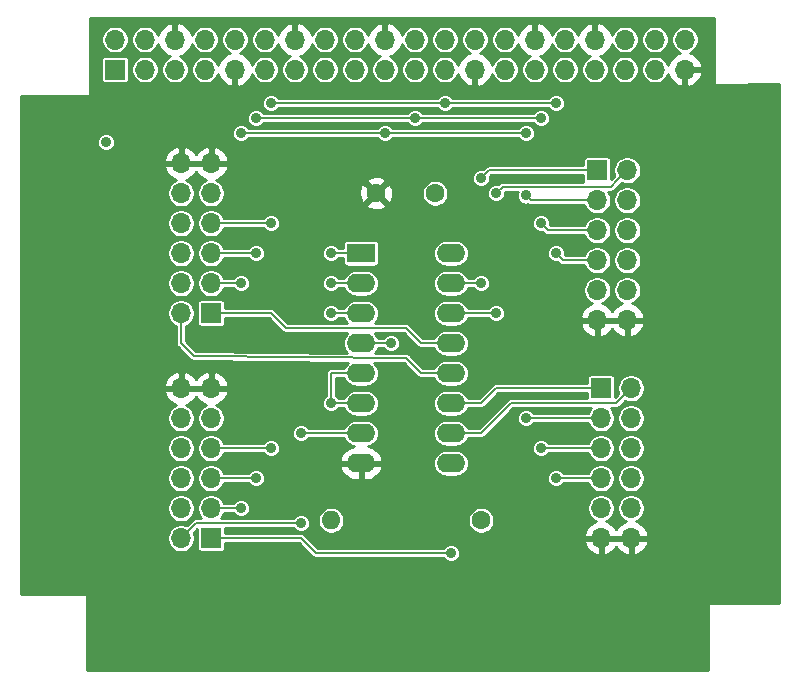
<source format=gbr>
G04 #@! TF.GenerationSoftware,KiCad,Pcbnew,(5.1.5)-3*
G04 #@! TF.CreationDate,2021-03-10T17:58:51-05:00*
G04 #@! TF.ProjectId,RPI_SPI8,5250495f-5350-4493-982e-6b696361645f,X1*
G04 #@! TF.SameCoordinates,Original*
G04 #@! TF.FileFunction,Copper,L2,Bot*
G04 #@! TF.FilePolarity,Positive*
%FSLAX46Y46*%
G04 Gerber Fmt 4.6, Leading zero omitted, Abs format (unit mm)*
G04 Created by KiCad (PCBNEW (5.1.5)-3) date 2021-03-10 17:58:51*
%MOMM*%
%LPD*%
G04 APERTURE LIST*
%ADD10O,1.700000X1.700000*%
%ADD11R,1.700000X1.700000*%
%ADD12R,2.400000X1.600000*%
%ADD13O,2.400000X1.600000*%
%ADD14C,1.600000*%
%ADD15O,1.600000X1.600000*%
%ADD16C,0.889000*%
%ADD17C,0.203200*%
%ADD18C,0.254000*%
G04 APERTURE END LIST*
D10*
X13970000Y-31750000D03*
X16510000Y-31750000D03*
X13970000Y-34290000D03*
X16510000Y-34290000D03*
X13970000Y-36830000D03*
X16510000Y-36830000D03*
X13970000Y-39370000D03*
X16510000Y-39370000D03*
X13970000Y-41910000D03*
X16510000Y-41910000D03*
X13970000Y-44450000D03*
D11*
X16510000Y-44450000D03*
D10*
X56630000Y-2230000D03*
X56630000Y-4770000D03*
X54090000Y-2230000D03*
X54090000Y-4770000D03*
X51550000Y-2230000D03*
X51550000Y-4770000D03*
X49010000Y-2230000D03*
X49010000Y-4770000D03*
X46470000Y-2230000D03*
X46470000Y-4770000D03*
X43930000Y-2230000D03*
X43930000Y-4770000D03*
X41390000Y-2230000D03*
X41390000Y-4770000D03*
X38850000Y-2230000D03*
X38850000Y-4770000D03*
X36310000Y-2230000D03*
X36310000Y-4770000D03*
X33770000Y-2230000D03*
X33770000Y-4770000D03*
X31230000Y-2230000D03*
X31230000Y-4770000D03*
X28690000Y-2230000D03*
X28690000Y-4770000D03*
X26150000Y-2230000D03*
X26150000Y-4770000D03*
X23610000Y-2230000D03*
X23610000Y-4770000D03*
X21070000Y-2230000D03*
X21070000Y-4770000D03*
X18530000Y-2230000D03*
X18530000Y-4770000D03*
X15990000Y-2230000D03*
X15990000Y-4770000D03*
X13450000Y-2230000D03*
X13450000Y-4770000D03*
X10910000Y-2230000D03*
X10910000Y-4770000D03*
X8370000Y-2230000D03*
D11*
X8370000Y-4770000D03*
X49530000Y-31750000D03*
D10*
X52070000Y-31750000D03*
X49530000Y-34290000D03*
X52070000Y-34290000D03*
X49530000Y-36830000D03*
X52070000Y-36830000D03*
X49530000Y-39370000D03*
X52070000Y-39370000D03*
X49530000Y-41910000D03*
X52070000Y-41910000D03*
X49530000Y-44450000D03*
X52070000Y-44450000D03*
D11*
X49200000Y-13300000D03*
D10*
X51740000Y-13300000D03*
X49200000Y-15840000D03*
X51740000Y-15840000D03*
X49200000Y-18380000D03*
X51740000Y-18380000D03*
X49200000Y-20920000D03*
X51740000Y-20920000D03*
X49200000Y-23460000D03*
X51740000Y-23460000D03*
X49200000Y-26000000D03*
X51740000Y-26000000D03*
D12*
X29210000Y-20320000D03*
D13*
X36830000Y-38100000D03*
X29210000Y-22860000D03*
X36830000Y-35560000D03*
X29210000Y-25400000D03*
X36830000Y-33020000D03*
X29210000Y-27940000D03*
X36830000Y-30480000D03*
X29210000Y-30480000D03*
X36830000Y-27940000D03*
X29210000Y-33020000D03*
X36830000Y-25400000D03*
X29210000Y-35560000D03*
X36830000Y-22860000D03*
X29210000Y-38100000D03*
X36830000Y-20320000D03*
D14*
X30480000Y-15240000D03*
X35480000Y-15240000D03*
X39370000Y-42926000D03*
D15*
X26670000Y-42926000D03*
D11*
X16510000Y-25400000D03*
D10*
X13970000Y-25400000D03*
X16510000Y-22860000D03*
X13970000Y-22860000D03*
X16510000Y-20320000D03*
X13970000Y-20320000D03*
X16510000Y-17780000D03*
X13970000Y-17780000D03*
X16510000Y-15240000D03*
X13970000Y-15240000D03*
X16510000Y-12700000D03*
X13970000Y-12700000D03*
D16*
X7620000Y-10922000D03*
X31750000Y-27940000D03*
X21590000Y-36830000D03*
X16510000Y-17780000D03*
X21590000Y-17780000D03*
X21590000Y-7620000D03*
X45720000Y-7620000D03*
X45720000Y-20320000D03*
X45720000Y-39370000D03*
X36322000Y-7620000D03*
X20320000Y-39370000D03*
X20320000Y-20320000D03*
X20320000Y-8890000D03*
X44450000Y-17780000D03*
X44450000Y-8890000D03*
X44450000Y-8890000D03*
X44450000Y-36830000D03*
X33782000Y-8890000D03*
X19050000Y-41910000D03*
X19050000Y-22860000D03*
X19050000Y-10160000D03*
X43180000Y-15434499D03*
X43180000Y-10160000D03*
X43180000Y-34290000D03*
X31242000Y-10160000D03*
X26670000Y-20320000D03*
X26670000Y-22860000D03*
X26670000Y-25400000D03*
X36830000Y-45720000D03*
X40640000Y-15240000D03*
X40640000Y-25400000D03*
X24130000Y-43180000D03*
X24130000Y-35560000D03*
X39370000Y-22860000D03*
X39370000Y-13970000D03*
X26670000Y-33020000D03*
D17*
X29210000Y-27940000D02*
X31750000Y-27940000D01*
X16510000Y-36830000D02*
X21590000Y-36830000D01*
X16510000Y-17780000D02*
X21590000Y-17780000D01*
X21590000Y-7620000D02*
X35560000Y-7620000D01*
X46320000Y-20920000D02*
X45720000Y-20320000D01*
X49200000Y-20920000D02*
X46320000Y-20920000D01*
X49530000Y-39370000D02*
X45720000Y-39370000D01*
X35560000Y-7620000D02*
X36322000Y-7620000D01*
X36322000Y-7620000D02*
X45720000Y-7620000D01*
X16510000Y-39370000D02*
X20320000Y-39370000D01*
X20320000Y-20320000D02*
X16510000Y-20320000D01*
X20320000Y-8890000D02*
X33020000Y-8890000D01*
X49200000Y-18380000D02*
X45050000Y-18380000D01*
X45050000Y-18380000D02*
X44450000Y-17780000D01*
X44450000Y-36830000D02*
X49530000Y-36830000D01*
X33020000Y-8890000D02*
X33782000Y-8890000D01*
X33782000Y-8890000D02*
X44450000Y-8890000D01*
X16510000Y-41910000D02*
X19050000Y-41910000D01*
X19050000Y-22860000D02*
X16510000Y-22860000D01*
X19050000Y-10160000D02*
X30480000Y-10160000D01*
X49200000Y-15840000D02*
X43585501Y-15840000D01*
X43585501Y-15840000D02*
X43180000Y-15434499D01*
X49530000Y-34290000D02*
X43180000Y-34290000D01*
X43180000Y-10160000D02*
X31242000Y-10160000D01*
X31242000Y-10160000D02*
X30480000Y-10160000D01*
X29210000Y-20320000D02*
X26670000Y-20320000D01*
X29210000Y-22860000D02*
X26670000Y-22860000D01*
X29210000Y-25400000D02*
X26670000Y-25400000D01*
X16510000Y-44450000D02*
X24130000Y-44450000D01*
X24130000Y-44450000D02*
X25400000Y-45720000D01*
X25400000Y-45720000D02*
X36830000Y-45720000D01*
X50800000Y-33020000D02*
X52070000Y-31750000D01*
X36830000Y-35560000D02*
X39370000Y-35560000D01*
X41910000Y-33020000D02*
X50800000Y-33020000D01*
X39370000Y-35560000D02*
X41910000Y-33020000D01*
X36830000Y-33020000D02*
X39370000Y-33020000D01*
X40640000Y-31750000D02*
X49530000Y-31750000D01*
X39370000Y-33020000D02*
X40640000Y-31750000D01*
X13970000Y-27940000D02*
X13970000Y-25400000D01*
X15074810Y-29044810D02*
X13970000Y-27940000D01*
X36830000Y-30480000D02*
X34290000Y-30480000D01*
X34290000Y-30480000D02*
X33020000Y-29210000D01*
X33020000Y-29210000D02*
X15074810Y-29044810D01*
X36830000Y-27940000D02*
X34290000Y-27940000D01*
X34290000Y-27940000D02*
X33020000Y-26670000D01*
X33020000Y-26670000D02*
X22860000Y-26670000D01*
X21590000Y-25400000D02*
X16510000Y-25400000D01*
X22860000Y-26670000D02*
X21590000Y-25400000D01*
X36830000Y-25400000D02*
X40640000Y-25400000D01*
X50890001Y-14149999D02*
X51740000Y-13300000D01*
X50354801Y-14685199D02*
X50890001Y-14149999D01*
X41194801Y-14685199D02*
X50354801Y-14685199D01*
X40640000Y-15240000D02*
X41194801Y-14685199D01*
X13970000Y-44450000D02*
X15240000Y-43180000D01*
X15240000Y-43180000D02*
X24130000Y-43180000D01*
X29210000Y-35560000D02*
X24130000Y-35560000D01*
X36830000Y-22860000D02*
X39370000Y-22860000D01*
X49200000Y-13300000D02*
X40040000Y-13300000D01*
X40040000Y-13300000D02*
X39370000Y-13970000D01*
X29210000Y-30480000D02*
X26670000Y-30480000D01*
X26670000Y-30480000D02*
X26670000Y-33020000D01*
X26670000Y-33020000D02*
X29210000Y-33020000D01*
D18*
G36*
X59055000Y-5969000D02*
G01*
X59057440Y-5993776D01*
X59064667Y-6017601D01*
X59076403Y-6039557D01*
X59092197Y-6058803D01*
X59111443Y-6074597D01*
X59133399Y-6086333D01*
X59157224Y-6093560D01*
X59184760Y-6095970D01*
X64619800Y-5977817D01*
X64619801Y-49911000D01*
X58674000Y-49911000D01*
X58649224Y-49913440D01*
X58625399Y-49920667D01*
X58603443Y-49932403D01*
X58584197Y-49948197D01*
X58568403Y-49967443D01*
X58556667Y-49989399D01*
X58549440Y-50013224D01*
X58547000Y-50038000D01*
X58547000Y-55619800D01*
X5969000Y-55619800D01*
X5969000Y-49276000D01*
X5966560Y-49251224D01*
X5959333Y-49227399D01*
X5947597Y-49205443D01*
X5931803Y-49186197D01*
X5912557Y-49170403D01*
X5890601Y-49158667D01*
X5866776Y-49151440D01*
X5842000Y-49149000D01*
X380200Y-49149000D01*
X380200Y-44333760D01*
X12789800Y-44333760D01*
X12789800Y-44566240D01*
X12835155Y-44794252D01*
X12924121Y-45009034D01*
X13053279Y-45202333D01*
X13217667Y-45366721D01*
X13410966Y-45495879D01*
X13625748Y-45584845D01*
X13853760Y-45630200D01*
X14086240Y-45630200D01*
X14314252Y-45584845D01*
X14529034Y-45495879D01*
X14722333Y-45366721D01*
X14886721Y-45202333D01*
X15015879Y-45009034D01*
X15104845Y-44794252D01*
X15150200Y-44566240D01*
X15150200Y-44333760D01*
X15104845Y-44105748D01*
X15052143Y-43978514D01*
X15328203Y-43702455D01*
X15328203Y-45300000D01*
X15334578Y-45364730D01*
X15353460Y-45426973D01*
X15384121Y-45484337D01*
X15425384Y-45534616D01*
X15475663Y-45575879D01*
X15533027Y-45606540D01*
X15595270Y-45625422D01*
X15660000Y-45631797D01*
X17360000Y-45631797D01*
X17424730Y-45625422D01*
X17486973Y-45606540D01*
X17544337Y-45575879D01*
X17594616Y-45534616D01*
X17635879Y-45484337D01*
X17666540Y-45426973D01*
X17685422Y-45364730D01*
X17691797Y-45300000D01*
X17691797Y-44881800D01*
X23951144Y-44881800D01*
X25079674Y-46010332D01*
X25093194Y-46026806D01*
X25158944Y-46080766D01*
X25233958Y-46120861D01*
X25315352Y-46145552D01*
X25399999Y-46153889D01*
X25421209Y-46151800D01*
X36186796Y-46151800D01*
X36228252Y-46213842D01*
X36336158Y-46321748D01*
X36463042Y-46406530D01*
X36604028Y-46464928D01*
X36753699Y-46494700D01*
X36906301Y-46494700D01*
X37055972Y-46464928D01*
X37196958Y-46406530D01*
X37323842Y-46321748D01*
X37431748Y-46213842D01*
X37516530Y-46086958D01*
X37574928Y-45945972D01*
X37604700Y-45796301D01*
X37604700Y-45643699D01*
X37574928Y-45494028D01*
X37516530Y-45353042D01*
X37431748Y-45226158D01*
X37323842Y-45118252D01*
X37196958Y-45033470D01*
X37055972Y-44975072D01*
X36906301Y-44945300D01*
X36753699Y-44945300D01*
X36604028Y-44975072D01*
X36463042Y-45033470D01*
X36336158Y-45118252D01*
X36228252Y-45226158D01*
X36186796Y-45288200D01*
X25578858Y-45288200D01*
X25097548Y-44806890D01*
X48088524Y-44806890D01*
X48133175Y-44954099D01*
X48258359Y-45216920D01*
X48432412Y-45450269D01*
X48648645Y-45645178D01*
X48898748Y-45794157D01*
X49173109Y-45891481D01*
X49403000Y-45770814D01*
X49403000Y-44577000D01*
X49657000Y-44577000D01*
X49657000Y-45770814D01*
X49886891Y-45891481D01*
X50161252Y-45794157D01*
X50411355Y-45645178D01*
X50627588Y-45450269D01*
X50800000Y-45219120D01*
X50972412Y-45450269D01*
X51188645Y-45645178D01*
X51438748Y-45794157D01*
X51713109Y-45891481D01*
X51943000Y-45770814D01*
X51943000Y-44577000D01*
X52197000Y-44577000D01*
X52197000Y-45770814D01*
X52426891Y-45891481D01*
X52701252Y-45794157D01*
X52951355Y-45645178D01*
X53167588Y-45450269D01*
X53341641Y-45216920D01*
X53466825Y-44954099D01*
X53511476Y-44806890D01*
X53390155Y-44577000D01*
X52197000Y-44577000D01*
X51943000Y-44577000D01*
X49657000Y-44577000D01*
X49403000Y-44577000D01*
X48209845Y-44577000D01*
X48088524Y-44806890D01*
X25097548Y-44806890D01*
X24450335Y-44159679D01*
X24436806Y-44143194D01*
X24375779Y-44093110D01*
X48088524Y-44093110D01*
X48209845Y-44323000D01*
X49403000Y-44323000D01*
X49403000Y-44303000D01*
X49657000Y-44303000D01*
X49657000Y-44323000D01*
X51943000Y-44323000D01*
X51943000Y-44303000D01*
X52197000Y-44303000D01*
X52197000Y-44323000D01*
X53390155Y-44323000D01*
X53511476Y-44093110D01*
X53466825Y-43945901D01*
X53341641Y-43683080D01*
X53167588Y-43449731D01*
X52951355Y-43254822D01*
X52701252Y-43105843D01*
X52467324Y-43022862D01*
X52629034Y-42955879D01*
X52822333Y-42826721D01*
X52986721Y-42662333D01*
X53115879Y-42469034D01*
X53204845Y-42254252D01*
X53250200Y-42026240D01*
X53250200Y-41793760D01*
X53204845Y-41565748D01*
X53115879Y-41350966D01*
X52986721Y-41157667D01*
X52822333Y-40993279D01*
X52629034Y-40864121D01*
X52414252Y-40775155D01*
X52186240Y-40729800D01*
X51953760Y-40729800D01*
X51725748Y-40775155D01*
X51510966Y-40864121D01*
X51317667Y-40993279D01*
X51153279Y-41157667D01*
X51024121Y-41350966D01*
X50935155Y-41565748D01*
X50889800Y-41793760D01*
X50889800Y-42026240D01*
X50935155Y-42254252D01*
X51024121Y-42469034D01*
X51153279Y-42662333D01*
X51317667Y-42826721D01*
X51510966Y-42955879D01*
X51672676Y-43022862D01*
X51438748Y-43105843D01*
X51188645Y-43254822D01*
X50972412Y-43449731D01*
X50800000Y-43680880D01*
X50627588Y-43449731D01*
X50411355Y-43254822D01*
X50161252Y-43105843D01*
X49927324Y-43022862D01*
X50089034Y-42955879D01*
X50282333Y-42826721D01*
X50446721Y-42662333D01*
X50575879Y-42469034D01*
X50664845Y-42254252D01*
X50710200Y-42026240D01*
X50710200Y-41793760D01*
X50664845Y-41565748D01*
X50575879Y-41350966D01*
X50446721Y-41157667D01*
X50282333Y-40993279D01*
X50089034Y-40864121D01*
X49874252Y-40775155D01*
X49646240Y-40729800D01*
X49413760Y-40729800D01*
X49185748Y-40775155D01*
X48970966Y-40864121D01*
X48777667Y-40993279D01*
X48613279Y-41157667D01*
X48484121Y-41350966D01*
X48395155Y-41565748D01*
X48349800Y-41793760D01*
X48349800Y-42026240D01*
X48395155Y-42254252D01*
X48484121Y-42469034D01*
X48613279Y-42662333D01*
X48777667Y-42826721D01*
X48970966Y-42955879D01*
X49132676Y-43022862D01*
X48898748Y-43105843D01*
X48648645Y-43254822D01*
X48432412Y-43449731D01*
X48258359Y-43683080D01*
X48133175Y-43945901D01*
X48088524Y-44093110D01*
X24375779Y-44093110D01*
X24371056Y-44089234D01*
X24296042Y-44049139D01*
X24214648Y-44024448D01*
X24151210Y-44018200D01*
X24130000Y-44016111D01*
X24108790Y-44018200D01*
X17691797Y-44018200D01*
X17691797Y-43611800D01*
X23486796Y-43611800D01*
X23528252Y-43673842D01*
X23636158Y-43781748D01*
X23763042Y-43866530D01*
X23904028Y-43924928D01*
X24053699Y-43954700D01*
X24206301Y-43954700D01*
X24355972Y-43924928D01*
X24496958Y-43866530D01*
X24623842Y-43781748D01*
X24731748Y-43673842D01*
X24816530Y-43546958D01*
X24874928Y-43405972D01*
X24904700Y-43256301D01*
X24904700Y-43103699D01*
X24874928Y-42954028D01*
X24817211Y-42814685D01*
X25539800Y-42814685D01*
X25539800Y-43037315D01*
X25583233Y-43255667D01*
X25668429Y-43461351D01*
X25792116Y-43646461D01*
X25949539Y-43803884D01*
X26134649Y-43927571D01*
X26340333Y-44012767D01*
X26558685Y-44056200D01*
X26781315Y-44056200D01*
X26999667Y-44012767D01*
X27205351Y-43927571D01*
X27390461Y-43803884D01*
X27547884Y-43646461D01*
X27671571Y-43461351D01*
X27756767Y-43255667D01*
X27800200Y-43037315D01*
X27800200Y-42814685D01*
X38239800Y-42814685D01*
X38239800Y-43037315D01*
X38283233Y-43255667D01*
X38368429Y-43461351D01*
X38492116Y-43646461D01*
X38649539Y-43803884D01*
X38834649Y-43927571D01*
X39040333Y-44012767D01*
X39258685Y-44056200D01*
X39481315Y-44056200D01*
X39699667Y-44012767D01*
X39905351Y-43927571D01*
X40090461Y-43803884D01*
X40247884Y-43646461D01*
X40371571Y-43461351D01*
X40456767Y-43255667D01*
X40500200Y-43037315D01*
X40500200Y-42814685D01*
X40456767Y-42596333D01*
X40371571Y-42390649D01*
X40247884Y-42205539D01*
X40090461Y-42048116D01*
X39905351Y-41924429D01*
X39699667Y-41839233D01*
X39481315Y-41795800D01*
X39258685Y-41795800D01*
X39040333Y-41839233D01*
X38834649Y-41924429D01*
X38649539Y-42048116D01*
X38492116Y-42205539D01*
X38368429Y-42390649D01*
X38283233Y-42596333D01*
X38239800Y-42814685D01*
X27800200Y-42814685D01*
X27756767Y-42596333D01*
X27671571Y-42390649D01*
X27547884Y-42205539D01*
X27390461Y-42048116D01*
X27205351Y-41924429D01*
X26999667Y-41839233D01*
X26781315Y-41795800D01*
X26558685Y-41795800D01*
X26340333Y-41839233D01*
X26134649Y-41924429D01*
X25949539Y-42048116D01*
X25792116Y-42205539D01*
X25668429Y-42390649D01*
X25583233Y-42596333D01*
X25539800Y-42814685D01*
X24817211Y-42814685D01*
X24816530Y-42813042D01*
X24731748Y-42686158D01*
X24623842Y-42578252D01*
X24496958Y-42493470D01*
X24355972Y-42435072D01*
X24206301Y-42405300D01*
X24053699Y-42405300D01*
X23904028Y-42435072D01*
X23763042Y-42493470D01*
X23636158Y-42578252D01*
X23528252Y-42686158D01*
X23486796Y-42748200D01*
X17340854Y-42748200D01*
X17426721Y-42662333D01*
X17555879Y-42469034D01*
X17608581Y-42341800D01*
X18406796Y-42341800D01*
X18448252Y-42403842D01*
X18556158Y-42511748D01*
X18683042Y-42596530D01*
X18824028Y-42654928D01*
X18973699Y-42684700D01*
X19126301Y-42684700D01*
X19275972Y-42654928D01*
X19416958Y-42596530D01*
X19543842Y-42511748D01*
X19651748Y-42403842D01*
X19736530Y-42276958D01*
X19794928Y-42135972D01*
X19824700Y-41986301D01*
X19824700Y-41833699D01*
X19794928Y-41684028D01*
X19736530Y-41543042D01*
X19651748Y-41416158D01*
X19543842Y-41308252D01*
X19416958Y-41223470D01*
X19275972Y-41165072D01*
X19126301Y-41135300D01*
X18973699Y-41135300D01*
X18824028Y-41165072D01*
X18683042Y-41223470D01*
X18556158Y-41308252D01*
X18448252Y-41416158D01*
X18406796Y-41478200D01*
X17608581Y-41478200D01*
X17555879Y-41350966D01*
X17426721Y-41157667D01*
X17262333Y-40993279D01*
X17069034Y-40864121D01*
X16854252Y-40775155D01*
X16626240Y-40729800D01*
X16393760Y-40729800D01*
X16165748Y-40775155D01*
X15950966Y-40864121D01*
X15757667Y-40993279D01*
X15593279Y-41157667D01*
X15464121Y-41350966D01*
X15375155Y-41565748D01*
X15329800Y-41793760D01*
X15329800Y-42026240D01*
X15375155Y-42254252D01*
X15464121Y-42469034D01*
X15593279Y-42662333D01*
X15679146Y-42748200D01*
X15261209Y-42748200D01*
X15239999Y-42746111D01*
X15155352Y-42754448D01*
X15073958Y-42779139D01*
X14998944Y-42819234D01*
X14933194Y-42873194D01*
X14919674Y-42889668D01*
X14441486Y-43367857D01*
X14314252Y-43315155D01*
X14086240Y-43269800D01*
X13853760Y-43269800D01*
X13625748Y-43315155D01*
X13410966Y-43404121D01*
X13217667Y-43533279D01*
X13053279Y-43697667D01*
X12924121Y-43890966D01*
X12835155Y-44105748D01*
X12789800Y-44333760D01*
X380200Y-44333760D01*
X380200Y-41793760D01*
X12789800Y-41793760D01*
X12789800Y-42026240D01*
X12835155Y-42254252D01*
X12924121Y-42469034D01*
X13053279Y-42662333D01*
X13217667Y-42826721D01*
X13410966Y-42955879D01*
X13625748Y-43044845D01*
X13853760Y-43090200D01*
X14086240Y-43090200D01*
X14314252Y-43044845D01*
X14529034Y-42955879D01*
X14722333Y-42826721D01*
X14886721Y-42662333D01*
X15015879Y-42469034D01*
X15104845Y-42254252D01*
X15150200Y-42026240D01*
X15150200Y-41793760D01*
X15104845Y-41565748D01*
X15015879Y-41350966D01*
X14886721Y-41157667D01*
X14722333Y-40993279D01*
X14529034Y-40864121D01*
X14314252Y-40775155D01*
X14086240Y-40729800D01*
X13853760Y-40729800D01*
X13625748Y-40775155D01*
X13410966Y-40864121D01*
X13217667Y-40993279D01*
X13053279Y-41157667D01*
X12924121Y-41350966D01*
X12835155Y-41565748D01*
X12789800Y-41793760D01*
X380200Y-41793760D01*
X380200Y-39253760D01*
X12789800Y-39253760D01*
X12789800Y-39486240D01*
X12835155Y-39714252D01*
X12924121Y-39929034D01*
X13053279Y-40122333D01*
X13217667Y-40286721D01*
X13410966Y-40415879D01*
X13625748Y-40504845D01*
X13853760Y-40550200D01*
X14086240Y-40550200D01*
X14314252Y-40504845D01*
X14529034Y-40415879D01*
X14722333Y-40286721D01*
X14886721Y-40122333D01*
X15015879Y-39929034D01*
X15104845Y-39714252D01*
X15150200Y-39486240D01*
X15150200Y-39253760D01*
X15329800Y-39253760D01*
X15329800Y-39486240D01*
X15375155Y-39714252D01*
X15464121Y-39929034D01*
X15593279Y-40122333D01*
X15757667Y-40286721D01*
X15950966Y-40415879D01*
X16165748Y-40504845D01*
X16393760Y-40550200D01*
X16626240Y-40550200D01*
X16854252Y-40504845D01*
X17069034Y-40415879D01*
X17262333Y-40286721D01*
X17426721Y-40122333D01*
X17555879Y-39929034D01*
X17608581Y-39801800D01*
X19676796Y-39801800D01*
X19718252Y-39863842D01*
X19826158Y-39971748D01*
X19953042Y-40056530D01*
X20094028Y-40114928D01*
X20243699Y-40144700D01*
X20396301Y-40144700D01*
X20545972Y-40114928D01*
X20686958Y-40056530D01*
X20813842Y-39971748D01*
X20921748Y-39863842D01*
X21006530Y-39736958D01*
X21064928Y-39595972D01*
X21094700Y-39446301D01*
X21094700Y-39293699D01*
X21064928Y-39144028D01*
X21006530Y-39003042D01*
X20921748Y-38876158D01*
X20813842Y-38768252D01*
X20686958Y-38683470D01*
X20545972Y-38625072D01*
X20396301Y-38595300D01*
X20243699Y-38595300D01*
X20094028Y-38625072D01*
X19953042Y-38683470D01*
X19826158Y-38768252D01*
X19718252Y-38876158D01*
X19676796Y-38938200D01*
X17608581Y-38938200D01*
X17555879Y-38810966D01*
X17426721Y-38617667D01*
X17262333Y-38453279D01*
X17255988Y-38449039D01*
X27418096Y-38449039D01*
X27435633Y-38531818D01*
X27546285Y-38791646D01*
X27705500Y-39024895D01*
X27907161Y-39222601D01*
X28143517Y-39377166D01*
X28405486Y-39482650D01*
X28683000Y-39535000D01*
X29083000Y-39535000D01*
X29083000Y-38227000D01*
X29337000Y-38227000D01*
X29337000Y-39535000D01*
X29737000Y-39535000D01*
X30014514Y-39482650D01*
X30276483Y-39377166D01*
X30404118Y-39293699D01*
X44945300Y-39293699D01*
X44945300Y-39446301D01*
X44975072Y-39595972D01*
X45033470Y-39736958D01*
X45118252Y-39863842D01*
X45226158Y-39971748D01*
X45353042Y-40056530D01*
X45494028Y-40114928D01*
X45643699Y-40144700D01*
X45796301Y-40144700D01*
X45945972Y-40114928D01*
X46086958Y-40056530D01*
X46213842Y-39971748D01*
X46321748Y-39863842D01*
X46363204Y-39801800D01*
X48431419Y-39801800D01*
X48484121Y-39929034D01*
X48613279Y-40122333D01*
X48777667Y-40286721D01*
X48970966Y-40415879D01*
X49185748Y-40504845D01*
X49413760Y-40550200D01*
X49646240Y-40550200D01*
X49874252Y-40504845D01*
X50089034Y-40415879D01*
X50282333Y-40286721D01*
X50446721Y-40122333D01*
X50575879Y-39929034D01*
X50664845Y-39714252D01*
X50710200Y-39486240D01*
X50710200Y-39253760D01*
X50889800Y-39253760D01*
X50889800Y-39486240D01*
X50935155Y-39714252D01*
X51024121Y-39929034D01*
X51153279Y-40122333D01*
X51317667Y-40286721D01*
X51510966Y-40415879D01*
X51725748Y-40504845D01*
X51953760Y-40550200D01*
X52186240Y-40550200D01*
X52414252Y-40504845D01*
X52629034Y-40415879D01*
X52822333Y-40286721D01*
X52986721Y-40122333D01*
X53115879Y-39929034D01*
X53204845Y-39714252D01*
X53250200Y-39486240D01*
X53250200Y-39253760D01*
X53204845Y-39025748D01*
X53115879Y-38810966D01*
X52986721Y-38617667D01*
X52822333Y-38453279D01*
X52629034Y-38324121D01*
X52414252Y-38235155D01*
X52186240Y-38189800D01*
X51953760Y-38189800D01*
X51725748Y-38235155D01*
X51510966Y-38324121D01*
X51317667Y-38453279D01*
X51153279Y-38617667D01*
X51024121Y-38810966D01*
X50935155Y-39025748D01*
X50889800Y-39253760D01*
X50710200Y-39253760D01*
X50664845Y-39025748D01*
X50575879Y-38810966D01*
X50446721Y-38617667D01*
X50282333Y-38453279D01*
X50089034Y-38324121D01*
X49874252Y-38235155D01*
X49646240Y-38189800D01*
X49413760Y-38189800D01*
X49185748Y-38235155D01*
X48970966Y-38324121D01*
X48777667Y-38453279D01*
X48613279Y-38617667D01*
X48484121Y-38810966D01*
X48431419Y-38938200D01*
X46363204Y-38938200D01*
X46321748Y-38876158D01*
X46213842Y-38768252D01*
X46086958Y-38683470D01*
X45945972Y-38625072D01*
X45796301Y-38595300D01*
X45643699Y-38595300D01*
X45494028Y-38625072D01*
X45353042Y-38683470D01*
X45226158Y-38768252D01*
X45118252Y-38876158D01*
X45033470Y-39003042D01*
X44975072Y-39144028D01*
X44945300Y-39293699D01*
X30404118Y-39293699D01*
X30512839Y-39222601D01*
X30714500Y-39024895D01*
X30873715Y-38791646D01*
X30984367Y-38531818D01*
X31001904Y-38449039D01*
X30879915Y-38227000D01*
X29337000Y-38227000D01*
X29083000Y-38227000D01*
X27540085Y-38227000D01*
X27418096Y-38449039D01*
X17255988Y-38449039D01*
X17069034Y-38324121D01*
X16854252Y-38235155D01*
X16626240Y-38189800D01*
X16393760Y-38189800D01*
X16165748Y-38235155D01*
X15950966Y-38324121D01*
X15757667Y-38453279D01*
X15593279Y-38617667D01*
X15464121Y-38810966D01*
X15375155Y-39025748D01*
X15329800Y-39253760D01*
X15150200Y-39253760D01*
X15104845Y-39025748D01*
X15015879Y-38810966D01*
X14886721Y-38617667D01*
X14722333Y-38453279D01*
X14529034Y-38324121D01*
X14314252Y-38235155D01*
X14086240Y-38189800D01*
X13853760Y-38189800D01*
X13625748Y-38235155D01*
X13410966Y-38324121D01*
X13217667Y-38453279D01*
X13053279Y-38617667D01*
X12924121Y-38810966D01*
X12835155Y-39025748D01*
X12789800Y-39253760D01*
X380200Y-39253760D01*
X380200Y-38100000D01*
X35294332Y-38100000D01*
X35316154Y-38321558D01*
X35380780Y-38534601D01*
X35485727Y-38730943D01*
X35626961Y-38903039D01*
X35799057Y-39044273D01*
X35995399Y-39149220D01*
X36208442Y-39213846D01*
X36374484Y-39230200D01*
X37285516Y-39230200D01*
X37451558Y-39213846D01*
X37664601Y-39149220D01*
X37860943Y-39044273D01*
X38033039Y-38903039D01*
X38174273Y-38730943D01*
X38279220Y-38534601D01*
X38343846Y-38321558D01*
X38365668Y-38100000D01*
X38343846Y-37878442D01*
X38279220Y-37665399D01*
X38174273Y-37469057D01*
X38033039Y-37296961D01*
X37860943Y-37155727D01*
X37664601Y-37050780D01*
X37451558Y-36986154D01*
X37285516Y-36969800D01*
X36374484Y-36969800D01*
X36208442Y-36986154D01*
X35995399Y-37050780D01*
X35799057Y-37155727D01*
X35626961Y-37296961D01*
X35485727Y-37469057D01*
X35380780Y-37665399D01*
X35316154Y-37878442D01*
X35294332Y-38100000D01*
X380200Y-38100000D01*
X380200Y-36713760D01*
X12789800Y-36713760D01*
X12789800Y-36946240D01*
X12835155Y-37174252D01*
X12924121Y-37389034D01*
X13053279Y-37582333D01*
X13217667Y-37746721D01*
X13410966Y-37875879D01*
X13625748Y-37964845D01*
X13853760Y-38010200D01*
X14086240Y-38010200D01*
X14314252Y-37964845D01*
X14529034Y-37875879D01*
X14722333Y-37746721D01*
X14886721Y-37582333D01*
X15015879Y-37389034D01*
X15104845Y-37174252D01*
X15150200Y-36946240D01*
X15150200Y-36713760D01*
X15329800Y-36713760D01*
X15329800Y-36946240D01*
X15375155Y-37174252D01*
X15464121Y-37389034D01*
X15593279Y-37582333D01*
X15757667Y-37746721D01*
X15950966Y-37875879D01*
X16165748Y-37964845D01*
X16393760Y-38010200D01*
X16626240Y-38010200D01*
X16854252Y-37964845D01*
X17069034Y-37875879D01*
X17262333Y-37746721D01*
X17426721Y-37582333D01*
X17555879Y-37389034D01*
X17608581Y-37261800D01*
X20946796Y-37261800D01*
X20988252Y-37323842D01*
X21096158Y-37431748D01*
X21223042Y-37516530D01*
X21364028Y-37574928D01*
X21513699Y-37604700D01*
X21666301Y-37604700D01*
X21815972Y-37574928D01*
X21956958Y-37516530D01*
X22083842Y-37431748D01*
X22191748Y-37323842D01*
X22276530Y-37196958D01*
X22334928Y-37055972D01*
X22364700Y-36906301D01*
X22364700Y-36753699D01*
X22334928Y-36604028D01*
X22276530Y-36463042D01*
X22191748Y-36336158D01*
X22083842Y-36228252D01*
X21956958Y-36143470D01*
X21815972Y-36085072D01*
X21666301Y-36055300D01*
X21513699Y-36055300D01*
X21364028Y-36085072D01*
X21223042Y-36143470D01*
X21096158Y-36228252D01*
X20988252Y-36336158D01*
X20946796Y-36398200D01*
X17608581Y-36398200D01*
X17555879Y-36270966D01*
X17426721Y-36077667D01*
X17262333Y-35913279D01*
X17069034Y-35784121D01*
X16854252Y-35695155D01*
X16626240Y-35649800D01*
X16393760Y-35649800D01*
X16165748Y-35695155D01*
X15950966Y-35784121D01*
X15757667Y-35913279D01*
X15593279Y-36077667D01*
X15464121Y-36270966D01*
X15375155Y-36485748D01*
X15329800Y-36713760D01*
X15150200Y-36713760D01*
X15104845Y-36485748D01*
X15015879Y-36270966D01*
X14886721Y-36077667D01*
X14722333Y-35913279D01*
X14529034Y-35784121D01*
X14314252Y-35695155D01*
X14086240Y-35649800D01*
X13853760Y-35649800D01*
X13625748Y-35695155D01*
X13410966Y-35784121D01*
X13217667Y-35913279D01*
X13053279Y-36077667D01*
X12924121Y-36270966D01*
X12835155Y-36485748D01*
X12789800Y-36713760D01*
X380200Y-36713760D01*
X380200Y-35483699D01*
X23355300Y-35483699D01*
X23355300Y-35636301D01*
X23385072Y-35785972D01*
X23443470Y-35926958D01*
X23528252Y-36053842D01*
X23636158Y-36161748D01*
X23763042Y-36246530D01*
X23904028Y-36304928D01*
X24053699Y-36334700D01*
X24206301Y-36334700D01*
X24355972Y-36304928D01*
X24496958Y-36246530D01*
X24623842Y-36161748D01*
X24731748Y-36053842D01*
X24773204Y-35991800D01*
X27759930Y-35991800D01*
X27760780Y-35994601D01*
X27865727Y-36190943D01*
X28006961Y-36363039D01*
X28179057Y-36504273D01*
X28375399Y-36609220D01*
X28588442Y-36673846D01*
X28619756Y-36676930D01*
X28405486Y-36717350D01*
X28143517Y-36822834D01*
X27907161Y-36977399D01*
X27705500Y-37175105D01*
X27546285Y-37408354D01*
X27435633Y-37668182D01*
X27418096Y-37750961D01*
X27540085Y-37973000D01*
X29083000Y-37973000D01*
X29083000Y-37953000D01*
X29337000Y-37953000D01*
X29337000Y-37973000D01*
X30879915Y-37973000D01*
X31001904Y-37750961D01*
X30984367Y-37668182D01*
X30873715Y-37408354D01*
X30714500Y-37175105D01*
X30512839Y-36977399D01*
X30276483Y-36822834D01*
X30104787Y-36753699D01*
X43675300Y-36753699D01*
X43675300Y-36906301D01*
X43705072Y-37055972D01*
X43763470Y-37196958D01*
X43848252Y-37323842D01*
X43956158Y-37431748D01*
X44083042Y-37516530D01*
X44224028Y-37574928D01*
X44373699Y-37604700D01*
X44526301Y-37604700D01*
X44675972Y-37574928D01*
X44816958Y-37516530D01*
X44943842Y-37431748D01*
X45051748Y-37323842D01*
X45093204Y-37261800D01*
X48431419Y-37261800D01*
X48484121Y-37389034D01*
X48613279Y-37582333D01*
X48777667Y-37746721D01*
X48970966Y-37875879D01*
X49185748Y-37964845D01*
X49413760Y-38010200D01*
X49646240Y-38010200D01*
X49874252Y-37964845D01*
X50089034Y-37875879D01*
X50282333Y-37746721D01*
X50446721Y-37582333D01*
X50575879Y-37389034D01*
X50664845Y-37174252D01*
X50710200Y-36946240D01*
X50710200Y-36713760D01*
X50889800Y-36713760D01*
X50889800Y-36946240D01*
X50935155Y-37174252D01*
X51024121Y-37389034D01*
X51153279Y-37582333D01*
X51317667Y-37746721D01*
X51510966Y-37875879D01*
X51725748Y-37964845D01*
X51953760Y-38010200D01*
X52186240Y-38010200D01*
X52414252Y-37964845D01*
X52629034Y-37875879D01*
X52822333Y-37746721D01*
X52986721Y-37582333D01*
X53115879Y-37389034D01*
X53204845Y-37174252D01*
X53250200Y-36946240D01*
X53250200Y-36713760D01*
X53204845Y-36485748D01*
X53115879Y-36270966D01*
X52986721Y-36077667D01*
X52822333Y-35913279D01*
X52629034Y-35784121D01*
X52414252Y-35695155D01*
X52186240Y-35649800D01*
X51953760Y-35649800D01*
X51725748Y-35695155D01*
X51510966Y-35784121D01*
X51317667Y-35913279D01*
X51153279Y-36077667D01*
X51024121Y-36270966D01*
X50935155Y-36485748D01*
X50889800Y-36713760D01*
X50710200Y-36713760D01*
X50664845Y-36485748D01*
X50575879Y-36270966D01*
X50446721Y-36077667D01*
X50282333Y-35913279D01*
X50089034Y-35784121D01*
X49874252Y-35695155D01*
X49646240Y-35649800D01*
X49413760Y-35649800D01*
X49185748Y-35695155D01*
X48970966Y-35784121D01*
X48777667Y-35913279D01*
X48613279Y-36077667D01*
X48484121Y-36270966D01*
X48431419Y-36398200D01*
X45093204Y-36398200D01*
X45051748Y-36336158D01*
X44943842Y-36228252D01*
X44816958Y-36143470D01*
X44675972Y-36085072D01*
X44526301Y-36055300D01*
X44373699Y-36055300D01*
X44224028Y-36085072D01*
X44083042Y-36143470D01*
X43956158Y-36228252D01*
X43848252Y-36336158D01*
X43763470Y-36463042D01*
X43705072Y-36604028D01*
X43675300Y-36753699D01*
X30104787Y-36753699D01*
X30014514Y-36717350D01*
X29800244Y-36676930D01*
X29831558Y-36673846D01*
X30044601Y-36609220D01*
X30240943Y-36504273D01*
X30413039Y-36363039D01*
X30554273Y-36190943D01*
X30659220Y-35994601D01*
X30723846Y-35781558D01*
X30745668Y-35560000D01*
X30723846Y-35338442D01*
X30659220Y-35125399D01*
X30554273Y-34929057D01*
X30413039Y-34756961D01*
X30240943Y-34615727D01*
X30044601Y-34510780D01*
X29831558Y-34446154D01*
X29665516Y-34429800D01*
X28754484Y-34429800D01*
X28588442Y-34446154D01*
X28375399Y-34510780D01*
X28179057Y-34615727D01*
X28006961Y-34756961D01*
X27865727Y-34929057D01*
X27760780Y-35125399D01*
X27759930Y-35128200D01*
X24773204Y-35128200D01*
X24731748Y-35066158D01*
X24623842Y-34958252D01*
X24496958Y-34873470D01*
X24355972Y-34815072D01*
X24206301Y-34785300D01*
X24053699Y-34785300D01*
X23904028Y-34815072D01*
X23763042Y-34873470D01*
X23636158Y-34958252D01*
X23528252Y-35066158D01*
X23443470Y-35193042D01*
X23385072Y-35334028D01*
X23355300Y-35483699D01*
X380200Y-35483699D01*
X380200Y-32106890D01*
X12528524Y-32106890D01*
X12573175Y-32254099D01*
X12698359Y-32516920D01*
X12872412Y-32750269D01*
X13088645Y-32945178D01*
X13338748Y-33094157D01*
X13572676Y-33177138D01*
X13410966Y-33244121D01*
X13217667Y-33373279D01*
X13053279Y-33537667D01*
X12924121Y-33730966D01*
X12835155Y-33945748D01*
X12789800Y-34173760D01*
X12789800Y-34406240D01*
X12835155Y-34634252D01*
X12924121Y-34849034D01*
X13053279Y-35042333D01*
X13217667Y-35206721D01*
X13410966Y-35335879D01*
X13625748Y-35424845D01*
X13853760Y-35470200D01*
X14086240Y-35470200D01*
X14314252Y-35424845D01*
X14529034Y-35335879D01*
X14722333Y-35206721D01*
X14886721Y-35042333D01*
X15015879Y-34849034D01*
X15104845Y-34634252D01*
X15150200Y-34406240D01*
X15150200Y-34173760D01*
X15104845Y-33945748D01*
X15015879Y-33730966D01*
X14886721Y-33537667D01*
X14722333Y-33373279D01*
X14529034Y-33244121D01*
X14367324Y-33177138D01*
X14601252Y-33094157D01*
X14851355Y-32945178D01*
X15067588Y-32750269D01*
X15240000Y-32519120D01*
X15412412Y-32750269D01*
X15628645Y-32945178D01*
X15878748Y-33094157D01*
X16112676Y-33177138D01*
X15950966Y-33244121D01*
X15757667Y-33373279D01*
X15593279Y-33537667D01*
X15464121Y-33730966D01*
X15375155Y-33945748D01*
X15329800Y-34173760D01*
X15329800Y-34406240D01*
X15375155Y-34634252D01*
X15464121Y-34849034D01*
X15593279Y-35042333D01*
X15757667Y-35206721D01*
X15950966Y-35335879D01*
X16165748Y-35424845D01*
X16393760Y-35470200D01*
X16626240Y-35470200D01*
X16854252Y-35424845D01*
X17069034Y-35335879D01*
X17262333Y-35206721D01*
X17426721Y-35042333D01*
X17555879Y-34849034D01*
X17644845Y-34634252D01*
X17690200Y-34406240D01*
X17690200Y-34173760D01*
X17644845Y-33945748D01*
X17555879Y-33730966D01*
X17426721Y-33537667D01*
X17262333Y-33373279D01*
X17069034Y-33244121D01*
X16907324Y-33177138D01*
X17141252Y-33094157D01*
X17391355Y-32945178D01*
X17607588Y-32750269D01*
X17781641Y-32516920D01*
X17906825Y-32254099D01*
X17951476Y-32106890D01*
X17830155Y-31877000D01*
X16637000Y-31877000D01*
X16637000Y-31897000D01*
X16383000Y-31897000D01*
X16383000Y-31877000D01*
X14097000Y-31877000D01*
X14097000Y-31897000D01*
X13843000Y-31897000D01*
X13843000Y-31877000D01*
X12649845Y-31877000D01*
X12528524Y-32106890D01*
X380200Y-32106890D01*
X380200Y-31393110D01*
X12528524Y-31393110D01*
X12649845Y-31623000D01*
X13843000Y-31623000D01*
X13843000Y-30429186D01*
X14097000Y-30429186D01*
X14097000Y-31623000D01*
X16383000Y-31623000D01*
X16383000Y-30429186D01*
X16637000Y-30429186D01*
X16637000Y-31623000D01*
X17830155Y-31623000D01*
X17951476Y-31393110D01*
X17906825Y-31245901D01*
X17781641Y-30983080D01*
X17607588Y-30749731D01*
X17391355Y-30554822D01*
X17141252Y-30405843D01*
X16866891Y-30308519D01*
X16637000Y-30429186D01*
X16383000Y-30429186D01*
X16153109Y-30308519D01*
X15878748Y-30405843D01*
X15628645Y-30554822D01*
X15412412Y-30749731D01*
X15240000Y-30980880D01*
X15067588Y-30749731D01*
X14851355Y-30554822D01*
X14601252Y-30405843D01*
X14326891Y-30308519D01*
X14097000Y-30429186D01*
X13843000Y-30429186D01*
X13613109Y-30308519D01*
X13338748Y-30405843D01*
X13088645Y-30554822D01*
X12872412Y-30749731D01*
X12698359Y-30983080D01*
X12573175Y-31245901D01*
X12528524Y-31393110D01*
X380200Y-31393110D01*
X380200Y-25283760D01*
X12789800Y-25283760D01*
X12789800Y-25516240D01*
X12835155Y-25744252D01*
X12924121Y-25959034D01*
X13053279Y-26152333D01*
X13217667Y-26316721D01*
X13410966Y-26445879D01*
X13538201Y-26498582D01*
X13538200Y-27918790D01*
X13536111Y-27940000D01*
X13538200Y-27961209D01*
X13544448Y-28024647D01*
X13569139Y-28106041D01*
X13609234Y-28181055D01*
X13663194Y-28246806D01*
X13679679Y-28260335D01*
X14753080Y-29333738D01*
X14765193Y-29348778D01*
X14783063Y-29363721D01*
X14784478Y-29365136D01*
X14799399Y-29377381D01*
X14830444Y-29403341D01*
X14832203Y-29404302D01*
X14833754Y-29405575D01*
X14869542Y-29424704D01*
X14905086Y-29444125D01*
X14906997Y-29444724D01*
X14908767Y-29445670D01*
X14947618Y-29457456D01*
X14986249Y-29469564D01*
X14988238Y-29469778D01*
X14990162Y-29470362D01*
X15030585Y-29474343D01*
X15049627Y-29476396D01*
X15051612Y-29476414D01*
X15074809Y-29478699D01*
X15094041Y-29476805D01*
X28104915Y-29596573D01*
X28006961Y-29676961D01*
X27865727Y-29849057D01*
X27760780Y-30045399D01*
X27759930Y-30048200D01*
X26691210Y-30048200D01*
X26670000Y-30046111D01*
X26648790Y-30048200D01*
X26585352Y-30054448D01*
X26503958Y-30079139D01*
X26428944Y-30119234D01*
X26363194Y-30173194D01*
X26309234Y-30238944D01*
X26269139Y-30313958D01*
X26244448Y-30395352D01*
X26236111Y-30480000D01*
X26238200Y-30501210D01*
X26238201Y-32376796D01*
X26176158Y-32418252D01*
X26068252Y-32526158D01*
X25983470Y-32653042D01*
X25925072Y-32794028D01*
X25895300Y-32943699D01*
X25895300Y-33096301D01*
X25925072Y-33245972D01*
X25983470Y-33386958D01*
X26068252Y-33513842D01*
X26176158Y-33621748D01*
X26303042Y-33706530D01*
X26444028Y-33764928D01*
X26593699Y-33794700D01*
X26746301Y-33794700D01*
X26895972Y-33764928D01*
X27036958Y-33706530D01*
X27163842Y-33621748D01*
X27271748Y-33513842D01*
X27313204Y-33451800D01*
X27759930Y-33451800D01*
X27760780Y-33454601D01*
X27865727Y-33650943D01*
X28006961Y-33823039D01*
X28179057Y-33964273D01*
X28375399Y-34069220D01*
X28588442Y-34133846D01*
X28754484Y-34150200D01*
X29665516Y-34150200D01*
X29831558Y-34133846D01*
X30044601Y-34069220D01*
X30240943Y-33964273D01*
X30413039Y-33823039D01*
X30554273Y-33650943D01*
X30659220Y-33454601D01*
X30723846Y-33241558D01*
X30745668Y-33020000D01*
X35294332Y-33020000D01*
X35316154Y-33241558D01*
X35380780Y-33454601D01*
X35485727Y-33650943D01*
X35626961Y-33823039D01*
X35799057Y-33964273D01*
X35995399Y-34069220D01*
X36208442Y-34133846D01*
X36374484Y-34150200D01*
X37285516Y-34150200D01*
X37451558Y-34133846D01*
X37664601Y-34069220D01*
X37860943Y-33964273D01*
X38033039Y-33823039D01*
X38174273Y-33650943D01*
X38279220Y-33454601D01*
X38280070Y-33451800D01*
X39348790Y-33451800D01*
X39370000Y-33453889D01*
X39391210Y-33451800D01*
X39454648Y-33445552D01*
X39536042Y-33420861D01*
X39611056Y-33380766D01*
X39676806Y-33326806D01*
X39690335Y-33310321D01*
X40818858Y-32181800D01*
X48348203Y-32181800D01*
X48348203Y-32588200D01*
X41931202Y-32588200D01*
X41909999Y-32586112D01*
X41888796Y-32588200D01*
X41888790Y-32588200D01*
X41833946Y-32593602D01*
X41825351Y-32594448D01*
X41807050Y-32600000D01*
X41743958Y-32619139D01*
X41668944Y-32659234D01*
X41603194Y-32713194D01*
X41589674Y-32729668D01*
X39191144Y-35128200D01*
X38280070Y-35128200D01*
X38279220Y-35125399D01*
X38174273Y-34929057D01*
X38033039Y-34756961D01*
X37860943Y-34615727D01*
X37664601Y-34510780D01*
X37451558Y-34446154D01*
X37285516Y-34429800D01*
X36374484Y-34429800D01*
X36208442Y-34446154D01*
X35995399Y-34510780D01*
X35799057Y-34615727D01*
X35626961Y-34756961D01*
X35485727Y-34929057D01*
X35380780Y-35125399D01*
X35316154Y-35338442D01*
X35294332Y-35560000D01*
X35316154Y-35781558D01*
X35380780Y-35994601D01*
X35485727Y-36190943D01*
X35626961Y-36363039D01*
X35799057Y-36504273D01*
X35995399Y-36609220D01*
X36208442Y-36673846D01*
X36374484Y-36690200D01*
X37285516Y-36690200D01*
X37451558Y-36673846D01*
X37664601Y-36609220D01*
X37860943Y-36504273D01*
X38033039Y-36363039D01*
X38174273Y-36190943D01*
X38279220Y-35994601D01*
X38280070Y-35991800D01*
X39348790Y-35991800D01*
X39370000Y-35993889D01*
X39391210Y-35991800D01*
X39454648Y-35985552D01*
X39536042Y-35960861D01*
X39611056Y-35920766D01*
X39676806Y-35866806D01*
X39690335Y-35850321D01*
X42088858Y-33451800D01*
X48699146Y-33451800D01*
X48613279Y-33537667D01*
X48484121Y-33730966D01*
X48431419Y-33858200D01*
X43823204Y-33858200D01*
X43781748Y-33796158D01*
X43673842Y-33688252D01*
X43546958Y-33603470D01*
X43405972Y-33545072D01*
X43256301Y-33515300D01*
X43103699Y-33515300D01*
X42954028Y-33545072D01*
X42813042Y-33603470D01*
X42686158Y-33688252D01*
X42578252Y-33796158D01*
X42493470Y-33923042D01*
X42435072Y-34064028D01*
X42405300Y-34213699D01*
X42405300Y-34366301D01*
X42435072Y-34515972D01*
X42493470Y-34656958D01*
X42578252Y-34783842D01*
X42686158Y-34891748D01*
X42813042Y-34976530D01*
X42954028Y-35034928D01*
X43103699Y-35064700D01*
X43256301Y-35064700D01*
X43405972Y-35034928D01*
X43546958Y-34976530D01*
X43673842Y-34891748D01*
X43781748Y-34783842D01*
X43823204Y-34721800D01*
X48431419Y-34721800D01*
X48484121Y-34849034D01*
X48613279Y-35042333D01*
X48777667Y-35206721D01*
X48970966Y-35335879D01*
X49185748Y-35424845D01*
X49413760Y-35470200D01*
X49646240Y-35470200D01*
X49874252Y-35424845D01*
X50089034Y-35335879D01*
X50282333Y-35206721D01*
X50446721Y-35042333D01*
X50575879Y-34849034D01*
X50664845Y-34634252D01*
X50710200Y-34406240D01*
X50710200Y-34173760D01*
X50889800Y-34173760D01*
X50889800Y-34406240D01*
X50935155Y-34634252D01*
X51024121Y-34849034D01*
X51153279Y-35042333D01*
X51317667Y-35206721D01*
X51510966Y-35335879D01*
X51725748Y-35424845D01*
X51953760Y-35470200D01*
X52186240Y-35470200D01*
X52414252Y-35424845D01*
X52629034Y-35335879D01*
X52822333Y-35206721D01*
X52986721Y-35042333D01*
X53115879Y-34849034D01*
X53204845Y-34634252D01*
X53250200Y-34406240D01*
X53250200Y-34173760D01*
X53204845Y-33945748D01*
X53115879Y-33730966D01*
X52986721Y-33537667D01*
X52822333Y-33373279D01*
X52629034Y-33244121D01*
X52414252Y-33155155D01*
X52186240Y-33109800D01*
X51953760Y-33109800D01*
X51725748Y-33155155D01*
X51510966Y-33244121D01*
X51317667Y-33373279D01*
X51153279Y-33537667D01*
X51024121Y-33730966D01*
X50935155Y-33945748D01*
X50889800Y-34173760D01*
X50710200Y-34173760D01*
X50664845Y-33945748D01*
X50575879Y-33730966D01*
X50446721Y-33537667D01*
X50360854Y-33451800D01*
X50778790Y-33451800D01*
X50800000Y-33453889D01*
X50821210Y-33451800D01*
X50884648Y-33445552D01*
X50966042Y-33420861D01*
X51041056Y-33380766D01*
X51106806Y-33326806D01*
X51120335Y-33310321D01*
X51598514Y-32832143D01*
X51725748Y-32884845D01*
X51953760Y-32930200D01*
X52186240Y-32930200D01*
X52414252Y-32884845D01*
X52629034Y-32795879D01*
X52822333Y-32666721D01*
X52986721Y-32502333D01*
X53115879Y-32309034D01*
X53204845Y-32094252D01*
X53250200Y-31866240D01*
X53250200Y-31633760D01*
X53204845Y-31405748D01*
X53115879Y-31190966D01*
X52986721Y-30997667D01*
X52822333Y-30833279D01*
X52629034Y-30704121D01*
X52414252Y-30615155D01*
X52186240Y-30569800D01*
X51953760Y-30569800D01*
X51725748Y-30615155D01*
X51510966Y-30704121D01*
X51317667Y-30833279D01*
X51153279Y-30997667D01*
X51024121Y-31190966D01*
X50935155Y-31405748D01*
X50889800Y-31633760D01*
X50889800Y-31866240D01*
X50935155Y-32094252D01*
X50987857Y-32221486D01*
X50711797Y-32497547D01*
X50711797Y-30900000D01*
X50705422Y-30835270D01*
X50686540Y-30773027D01*
X50655879Y-30715663D01*
X50614616Y-30665384D01*
X50564337Y-30624121D01*
X50506973Y-30593460D01*
X50444730Y-30574578D01*
X50380000Y-30568203D01*
X48680000Y-30568203D01*
X48615270Y-30574578D01*
X48553027Y-30593460D01*
X48495663Y-30624121D01*
X48445384Y-30665384D01*
X48404121Y-30715663D01*
X48373460Y-30773027D01*
X48354578Y-30835270D01*
X48348203Y-30900000D01*
X48348203Y-31318200D01*
X40661209Y-31318200D01*
X40639999Y-31316111D01*
X40555352Y-31324448D01*
X40473958Y-31349139D01*
X40398944Y-31389234D01*
X40333194Y-31443194D01*
X40319674Y-31459668D01*
X39191144Y-32588200D01*
X38280070Y-32588200D01*
X38279220Y-32585399D01*
X38174273Y-32389057D01*
X38033039Y-32216961D01*
X37860943Y-32075727D01*
X37664601Y-31970780D01*
X37451558Y-31906154D01*
X37285516Y-31889800D01*
X36374484Y-31889800D01*
X36208442Y-31906154D01*
X35995399Y-31970780D01*
X35799057Y-32075727D01*
X35626961Y-32216961D01*
X35485727Y-32389057D01*
X35380780Y-32585399D01*
X35316154Y-32798442D01*
X35294332Y-33020000D01*
X30745668Y-33020000D01*
X30723846Y-32798442D01*
X30659220Y-32585399D01*
X30554273Y-32389057D01*
X30413039Y-32216961D01*
X30240943Y-32075727D01*
X30044601Y-31970780D01*
X29831558Y-31906154D01*
X29665516Y-31889800D01*
X28754484Y-31889800D01*
X28588442Y-31906154D01*
X28375399Y-31970780D01*
X28179057Y-32075727D01*
X28006961Y-32216961D01*
X27865727Y-32389057D01*
X27760780Y-32585399D01*
X27759930Y-32588200D01*
X27313204Y-32588200D01*
X27271748Y-32526158D01*
X27163842Y-32418252D01*
X27101800Y-32376796D01*
X27101800Y-30911800D01*
X27759930Y-30911800D01*
X27760780Y-30914601D01*
X27865727Y-31110943D01*
X28006961Y-31283039D01*
X28179057Y-31424273D01*
X28375399Y-31529220D01*
X28588442Y-31593846D01*
X28754484Y-31610200D01*
X29665516Y-31610200D01*
X29831558Y-31593846D01*
X30044601Y-31529220D01*
X30240943Y-31424273D01*
X30413039Y-31283039D01*
X30554273Y-31110943D01*
X30659220Y-30914601D01*
X30723846Y-30701558D01*
X30745668Y-30480000D01*
X30723846Y-30258442D01*
X30659220Y-30045399D01*
X30554273Y-29849057D01*
X30413039Y-29676961D01*
X30340157Y-29617149D01*
X32839500Y-29640156D01*
X33969674Y-30770332D01*
X33983194Y-30786806D01*
X34048944Y-30840766D01*
X34123958Y-30880861D01*
X34187050Y-30900000D01*
X34205352Y-30905552D01*
X34289999Y-30913889D01*
X34311209Y-30911800D01*
X35379930Y-30911800D01*
X35380780Y-30914601D01*
X35485727Y-31110943D01*
X35626961Y-31283039D01*
X35799057Y-31424273D01*
X35995399Y-31529220D01*
X36208442Y-31593846D01*
X36374484Y-31610200D01*
X37285516Y-31610200D01*
X37451558Y-31593846D01*
X37664601Y-31529220D01*
X37860943Y-31424273D01*
X38033039Y-31283039D01*
X38174273Y-31110943D01*
X38279220Y-30914601D01*
X38343846Y-30701558D01*
X38365668Y-30480000D01*
X38343846Y-30258442D01*
X38279220Y-30045399D01*
X38174273Y-29849057D01*
X38033039Y-29676961D01*
X37860943Y-29535727D01*
X37664601Y-29430780D01*
X37451558Y-29366154D01*
X37285516Y-29349800D01*
X36374484Y-29349800D01*
X36208442Y-29366154D01*
X35995399Y-29430780D01*
X35799057Y-29535727D01*
X35626961Y-29676961D01*
X35485727Y-29849057D01*
X35380780Y-30045399D01*
X35379930Y-30048200D01*
X34468858Y-30048200D01*
X33341734Y-28921078D01*
X33329616Y-28906032D01*
X33311739Y-28891083D01*
X33310330Y-28889674D01*
X33295475Y-28877483D01*
X33264366Y-28851469D01*
X33262604Y-28850506D01*
X33261055Y-28849235D01*
X33225312Y-28830130D01*
X33189724Y-28810685D01*
X33187810Y-28810085D01*
X33186042Y-28809140D01*
X33147222Y-28797364D01*
X33108561Y-28785246D01*
X33106570Y-28785031D01*
X33104647Y-28784448D01*
X33064236Y-28780468D01*
X33045183Y-28778414D01*
X33043197Y-28778396D01*
X33020000Y-28776111D01*
X33000768Y-28778005D01*
X30399609Y-28754061D01*
X30413039Y-28743039D01*
X30554273Y-28570943D01*
X30659220Y-28374601D01*
X30660070Y-28371800D01*
X31106796Y-28371800D01*
X31148252Y-28433842D01*
X31256158Y-28541748D01*
X31383042Y-28626530D01*
X31524028Y-28684928D01*
X31673699Y-28714700D01*
X31826301Y-28714700D01*
X31975972Y-28684928D01*
X32116958Y-28626530D01*
X32243842Y-28541748D01*
X32351748Y-28433842D01*
X32436530Y-28306958D01*
X32494928Y-28165972D01*
X32524700Y-28016301D01*
X32524700Y-27863699D01*
X32494928Y-27714028D01*
X32436530Y-27573042D01*
X32351748Y-27446158D01*
X32243842Y-27338252D01*
X32116958Y-27253470D01*
X31975972Y-27195072D01*
X31826301Y-27165300D01*
X31673699Y-27165300D01*
X31524028Y-27195072D01*
X31383042Y-27253470D01*
X31256158Y-27338252D01*
X31148252Y-27446158D01*
X31106796Y-27508200D01*
X30660070Y-27508200D01*
X30659220Y-27505399D01*
X30554273Y-27309057D01*
X30413039Y-27136961D01*
X30370195Y-27101800D01*
X32841144Y-27101800D01*
X33969672Y-28230330D01*
X33983194Y-28246806D01*
X34048944Y-28300766D01*
X34123958Y-28340861D01*
X34205352Y-28365552D01*
X34289999Y-28373889D01*
X34311209Y-28371800D01*
X35379930Y-28371800D01*
X35380780Y-28374601D01*
X35485727Y-28570943D01*
X35626961Y-28743039D01*
X35799057Y-28884273D01*
X35995399Y-28989220D01*
X36208442Y-29053846D01*
X36374484Y-29070200D01*
X37285516Y-29070200D01*
X37451558Y-29053846D01*
X37664601Y-28989220D01*
X37860943Y-28884273D01*
X38033039Y-28743039D01*
X38174273Y-28570943D01*
X38279220Y-28374601D01*
X38343846Y-28161558D01*
X38365668Y-27940000D01*
X38343846Y-27718442D01*
X38279220Y-27505399D01*
X38174273Y-27309057D01*
X38033039Y-27136961D01*
X37860943Y-26995727D01*
X37664601Y-26890780D01*
X37451558Y-26826154D01*
X37285516Y-26809800D01*
X36374484Y-26809800D01*
X36208442Y-26826154D01*
X35995399Y-26890780D01*
X35799057Y-26995727D01*
X35626961Y-27136961D01*
X35485727Y-27309057D01*
X35380780Y-27505399D01*
X35379930Y-27508200D01*
X34468858Y-27508200D01*
X33340335Y-26379679D01*
X33326806Y-26363194D01*
X33261056Y-26309234D01*
X33186042Y-26269139D01*
X33104648Y-26244448D01*
X33041210Y-26238200D01*
X33020000Y-26236111D01*
X32998790Y-26238200D01*
X30370195Y-26238200D01*
X30413039Y-26203039D01*
X30554273Y-26030943D01*
X30659220Y-25834601D01*
X30723846Y-25621558D01*
X30745668Y-25400000D01*
X35294332Y-25400000D01*
X35316154Y-25621558D01*
X35380780Y-25834601D01*
X35485727Y-26030943D01*
X35626961Y-26203039D01*
X35799057Y-26344273D01*
X35995399Y-26449220D01*
X36208442Y-26513846D01*
X36374484Y-26530200D01*
X37285516Y-26530200D01*
X37451558Y-26513846D01*
X37664601Y-26449220D01*
X37837338Y-26356890D01*
X47758524Y-26356890D01*
X47803175Y-26504099D01*
X47928359Y-26766920D01*
X48102412Y-27000269D01*
X48318645Y-27195178D01*
X48568748Y-27344157D01*
X48843109Y-27441481D01*
X49073000Y-27320814D01*
X49073000Y-26127000D01*
X49327000Y-26127000D01*
X49327000Y-27320814D01*
X49556891Y-27441481D01*
X49831252Y-27344157D01*
X50081355Y-27195178D01*
X50297588Y-27000269D01*
X50470000Y-26769120D01*
X50642412Y-27000269D01*
X50858645Y-27195178D01*
X51108748Y-27344157D01*
X51383109Y-27441481D01*
X51613000Y-27320814D01*
X51613000Y-26127000D01*
X51867000Y-26127000D01*
X51867000Y-27320814D01*
X52096891Y-27441481D01*
X52371252Y-27344157D01*
X52621355Y-27195178D01*
X52837588Y-27000269D01*
X53011641Y-26766920D01*
X53136825Y-26504099D01*
X53181476Y-26356890D01*
X53060155Y-26127000D01*
X51867000Y-26127000D01*
X51613000Y-26127000D01*
X49327000Y-26127000D01*
X49073000Y-26127000D01*
X47879845Y-26127000D01*
X47758524Y-26356890D01*
X37837338Y-26356890D01*
X37860943Y-26344273D01*
X38033039Y-26203039D01*
X38174273Y-26030943D01*
X38279220Y-25834601D01*
X38280070Y-25831800D01*
X39996796Y-25831800D01*
X40038252Y-25893842D01*
X40146158Y-26001748D01*
X40273042Y-26086530D01*
X40414028Y-26144928D01*
X40563699Y-26174700D01*
X40716301Y-26174700D01*
X40865972Y-26144928D01*
X41006958Y-26086530D01*
X41133842Y-26001748D01*
X41241748Y-25893842D01*
X41326530Y-25766958D01*
X41377829Y-25643110D01*
X47758524Y-25643110D01*
X47879845Y-25873000D01*
X49073000Y-25873000D01*
X49073000Y-25853000D01*
X49327000Y-25853000D01*
X49327000Y-25873000D01*
X51613000Y-25873000D01*
X51613000Y-25853000D01*
X51867000Y-25853000D01*
X51867000Y-25873000D01*
X53060155Y-25873000D01*
X53181476Y-25643110D01*
X53136825Y-25495901D01*
X53011641Y-25233080D01*
X52837588Y-24999731D01*
X52621355Y-24804822D01*
X52371252Y-24655843D01*
X52137324Y-24572862D01*
X52299034Y-24505879D01*
X52492333Y-24376721D01*
X52656721Y-24212333D01*
X52785879Y-24019034D01*
X52874845Y-23804252D01*
X52920200Y-23576240D01*
X52920200Y-23343760D01*
X52874845Y-23115748D01*
X52785879Y-22900966D01*
X52656721Y-22707667D01*
X52492333Y-22543279D01*
X52299034Y-22414121D01*
X52084252Y-22325155D01*
X51856240Y-22279800D01*
X51623760Y-22279800D01*
X51395748Y-22325155D01*
X51180966Y-22414121D01*
X50987667Y-22543279D01*
X50823279Y-22707667D01*
X50694121Y-22900966D01*
X50605155Y-23115748D01*
X50559800Y-23343760D01*
X50559800Y-23576240D01*
X50605155Y-23804252D01*
X50694121Y-24019034D01*
X50823279Y-24212333D01*
X50987667Y-24376721D01*
X51180966Y-24505879D01*
X51342676Y-24572862D01*
X51108748Y-24655843D01*
X50858645Y-24804822D01*
X50642412Y-24999731D01*
X50470000Y-25230880D01*
X50297588Y-24999731D01*
X50081355Y-24804822D01*
X49831252Y-24655843D01*
X49597324Y-24572862D01*
X49759034Y-24505879D01*
X49952333Y-24376721D01*
X50116721Y-24212333D01*
X50245879Y-24019034D01*
X50334845Y-23804252D01*
X50380200Y-23576240D01*
X50380200Y-23343760D01*
X50334845Y-23115748D01*
X50245879Y-22900966D01*
X50116721Y-22707667D01*
X49952333Y-22543279D01*
X49759034Y-22414121D01*
X49544252Y-22325155D01*
X49316240Y-22279800D01*
X49083760Y-22279800D01*
X48855748Y-22325155D01*
X48640966Y-22414121D01*
X48447667Y-22543279D01*
X48283279Y-22707667D01*
X48154121Y-22900966D01*
X48065155Y-23115748D01*
X48019800Y-23343760D01*
X48019800Y-23576240D01*
X48065155Y-23804252D01*
X48154121Y-24019034D01*
X48283279Y-24212333D01*
X48447667Y-24376721D01*
X48640966Y-24505879D01*
X48802676Y-24572862D01*
X48568748Y-24655843D01*
X48318645Y-24804822D01*
X48102412Y-24999731D01*
X47928359Y-25233080D01*
X47803175Y-25495901D01*
X47758524Y-25643110D01*
X41377829Y-25643110D01*
X41384928Y-25625972D01*
X41414700Y-25476301D01*
X41414700Y-25323699D01*
X41384928Y-25174028D01*
X41326530Y-25033042D01*
X41241748Y-24906158D01*
X41133842Y-24798252D01*
X41006958Y-24713470D01*
X40865972Y-24655072D01*
X40716301Y-24625300D01*
X40563699Y-24625300D01*
X40414028Y-24655072D01*
X40273042Y-24713470D01*
X40146158Y-24798252D01*
X40038252Y-24906158D01*
X39996796Y-24968200D01*
X38280070Y-24968200D01*
X38279220Y-24965399D01*
X38174273Y-24769057D01*
X38033039Y-24596961D01*
X37860943Y-24455727D01*
X37664601Y-24350780D01*
X37451558Y-24286154D01*
X37285516Y-24269800D01*
X36374484Y-24269800D01*
X36208442Y-24286154D01*
X35995399Y-24350780D01*
X35799057Y-24455727D01*
X35626961Y-24596961D01*
X35485727Y-24769057D01*
X35380780Y-24965399D01*
X35316154Y-25178442D01*
X35294332Y-25400000D01*
X30745668Y-25400000D01*
X30723846Y-25178442D01*
X30659220Y-24965399D01*
X30554273Y-24769057D01*
X30413039Y-24596961D01*
X30240943Y-24455727D01*
X30044601Y-24350780D01*
X29831558Y-24286154D01*
X29665516Y-24269800D01*
X28754484Y-24269800D01*
X28588442Y-24286154D01*
X28375399Y-24350780D01*
X28179057Y-24455727D01*
X28006961Y-24596961D01*
X27865727Y-24769057D01*
X27760780Y-24965399D01*
X27759930Y-24968200D01*
X27313204Y-24968200D01*
X27271748Y-24906158D01*
X27163842Y-24798252D01*
X27036958Y-24713470D01*
X26895972Y-24655072D01*
X26746301Y-24625300D01*
X26593699Y-24625300D01*
X26444028Y-24655072D01*
X26303042Y-24713470D01*
X26176158Y-24798252D01*
X26068252Y-24906158D01*
X25983470Y-25033042D01*
X25925072Y-25174028D01*
X25895300Y-25323699D01*
X25895300Y-25476301D01*
X25925072Y-25625972D01*
X25983470Y-25766958D01*
X26068252Y-25893842D01*
X26176158Y-26001748D01*
X26303042Y-26086530D01*
X26444028Y-26144928D01*
X26593699Y-26174700D01*
X26746301Y-26174700D01*
X26895972Y-26144928D01*
X27036958Y-26086530D01*
X27163842Y-26001748D01*
X27271748Y-25893842D01*
X27313204Y-25831800D01*
X27759930Y-25831800D01*
X27760780Y-25834601D01*
X27865727Y-26030943D01*
X28006961Y-26203039D01*
X28049805Y-26238200D01*
X23038858Y-26238200D01*
X21910335Y-25109679D01*
X21896806Y-25093194D01*
X21831056Y-25039234D01*
X21756042Y-24999139D01*
X21674648Y-24974448D01*
X21611210Y-24968200D01*
X21590000Y-24966111D01*
X21568790Y-24968200D01*
X17691797Y-24968200D01*
X17691797Y-24550000D01*
X17685422Y-24485270D01*
X17666540Y-24423027D01*
X17635879Y-24365663D01*
X17594616Y-24315384D01*
X17544337Y-24274121D01*
X17486973Y-24243460D01*
X17424730Y-24224578D01*
X17360000Y-24218203D01*
X15660000Y-24218203D01*
X15595270Y-24224578D01*
X15533027Y-24243460D01*
X15475663Y-24274121D01*
X15425384Y-24315384D01*
X15384121Y-24365663D01*
X15353460Y-24423027D01*
X15334578Y-24485270D01*
X15328203Y-24550000D01*
X15328203Y-26250000D01*
X15334578Y-26314730D01*
X15353460Y-26376973D01*
X15384121Y-26434337D01*
X15425384Y-26484616D01*
X15475663Y-26525879D01*
X15533027Y-26556540D01*
X15595270Y-26575422D01*
X15660000Y-26581797D01*
X17360000Y-26581797D01*
X17424730Y-26575422D01*
X17486973Y-26556540D01*
X17544337Y-26525879D01*
X17594616Y-26484616D01*
X17635879Y-26434337D01*
X17666540Y-26376973D01*
X17685422Y-26314730D01*
X17691797Y-26250000D01*
X17691797Y-25831800D01*
X21411144Y-25831800D01*
X22539672Y-26960330D01*
X22553194Y-26976806D01*
X22618944Y-27030766D01*
X22693958Y-27070861D01*
X22775352Y-27095552D01*
X22859999Y-27103889D01*
X22881209Y-27101800D01*
X28049805Y-27101800D01*
X28006961Y-27136961D01*
X27865727Y-27309057D01*
X27760780Y-27505399D01*
X27696154Y-27718442D01*
X27674332Y-27940000D01*
X27696154Y-28161558D01*
X27760780Y-28374601D01*
X27865727Y-28570943D01*
X27997862Y-28731952D01*
X15255312Y-28614654D01*
X14401800Y-27761144D01*
X14401800Y-26498581D01*
X14529034Y-26445879D01*
X14722333Y-26316721D01*
X14886721Y-26152333D01*
X15015879Y-25959034D01*
X15104845Y-25744252D01*
X15150200Y-25516240D01*
X15150200Y-25283760D01*
X15104845Y-25055748D01*
X15015879Y-24840966D01*
X14886721Y-24647667D01*
X14722333Y-24483279D01*
X14529034Y-24354121D01*
X14314252Y-24265155D01*
X14086240Y-24219800D01*
X13853760Y-24219800D01*
X13625748Y-24265155D01*
X13410966Y-24354121D01*
X13217667Y-24483279D01*
X13053279Y-24647667D01*
X12924121Y-24840966D01*
X12835155Y-25055748D01*
X12789800Y-25283760D01*
X380200Y-25283760D01*
X380200Y-22743760D01*
X12789800Y-22743760D01*
X12789800Y-22976240D01*
X12835155Y-23204252D01*
X12924121Y-23419034D01*
X13053279Y-23612333D01*
X13217667Y-23776721D01*
X13410966Y-23905879D01*
X13625748Y-23994845D01*
X13853760Y-24040200D01*
X14086240Y-24040200D01*
X14314252Y-23994845D01*
X14529034Y-23905879D01*
X14722333Y-23776721D01*
X14886721Y-23612333D01*
X15015879Y-23419034D01*
X15104845Y-23204252D01*
X15150200Y-22976240D01*
X15150200Y-22743760D01*
X15329800Y-22743760D01*
X15329800Y-22976240D01*
X15375155Y-23204252D01*
X15464121Y-23419034D01*
X15593279Y-23612333D01*
X15757667Y-23776721D01*
X15950966Y-23905879D01*
X16165748Y-23994845D01*
X16393760Y-24040200D01*
X16626240Y-24040200D01*
X16854252Y-23994845D01*
X17069034Y-23905879D01*
X17262333Y-23776721D01*
X17426721Y-23612333D01*
X17555879Y-23419034D01*
X17608581Y-23291800D01*
X18406796Y-23291800D01*
X18448252Y-23353842D01*
X18556158Y-23461748D01*
X18683042Y-23546530D01*
X18824028Y-23604928D01*
X18973699Y-23634700D01*
X19126301Y-23634700D01*
X19275972Y-23604928D01*
X19416958Y-23546530D01*
X19543842Y-23461748D01*
X19651748Y-23353842D01*
X19736530Y-23226958D01*
X19794928Y-23085972D01*
X19824700Y-22936301D01*
X19824700Y-22783699D01*
X25895300Y-22783699D01*
X25895300Y-22936301D01*
X25925072Y-23085972D01*
X25983470Y-23226958D01*
X26068252Y-23353842D01*
X26176158Y-23461748D01*
X26303042Y-23546530D01*
X26444028Y-23604928D01*
X26593699Y-23634700D01*
X26746301Y-23634700D01*
X26895972Y-23604928D01*
X27036958Y-23546530D01*
X27163842Y-23461748D01*
X27271748Y-23353842D01*
X27313204Y-23291800D01*
X27759930Y-23291800D01*
X27760780Y-23294601D01*
X27865727Y-23490943D01*
X28006961Y-23663039D01*
X28179057Y-23804273D01*
X28375399Y-23909220D01*
X28588442Y-23973846D01*
X28754484Y-23990200D01*
X29665516Y-23990200D01*
X29831558Y-23973846D01*
X30044601Y-23909220D01*
X30240943Y-23804273D01*
X30413039Y-23663039D01*
X30554273Y-23490943D01*
X30659220Y-23294601D01*
X30723846Y-23081558D01*
X30745668Y-22860000D01*
X35294332Y-22860000D01*
X35316154Y-23081558D01*
X35380780Y-23294601D01*
X35485727Y-23490943D01*
X35626961Y-23663039D01*
X35799057Y-23804273D01*
X35995399Y-23909220D01*
X36208442Y-23973846D01*
X36374484Y-23990200D01*
X37285516Y-23990200D01*
X37451558Y-23973846D01*
X37664601Y-23909220D01*
X37860943Y-23804273D01*
X38033039Y-23663039D01*
X38174273Y-23490943D01*
X38279220Y-23294601D01*
X38280070Y-23291800D01*
X38726796Y-23291800D01*
X38768252Y-23353842D01*
X38876158Y-23461748D01*
X39003042Y-23546530D01*
X39144028Y-23604928D01*
X39293699Y-23634700D01*
X39446301Y-23634700D01*
X39595972Y-23604928D01*
X39736958Y-23546530D01*
X39863842Y-23461748D01*
X39971748Y-23353842D01*
X40056530Y-23226958D01*
X40114928Y-23085972D01*
X40144700Y-22936301D01*
X40144700Y-22783699D01*
X40114928Y-22634028D01*
X40056530Y-22493042D01*
X39971748Y-22366158D01*
X39863842Y-22258252D01*
X39736958Y-22173470D01*
X39595972Y-22115072D01*
X39446301Y-22085300D01*
X39293699Y-22085300D01*
X39144028Y-22115072D01*
X39003042Y-22173470D01*
X38876158Y-22258252D01*
X38768252Y-22366158D01*
X38726796Y-22428200D01*
X38280070Y-22428200D01*
X38279220Y-22425399D01*
X38174273Y-22229057D01*
X38033039Y-22056961D01*
X37860943Y-21915727D01*
X37664601Y-21810780D01*
X37451558Y-21746154D01*
X37285516Y-21729800D01*
X36374484Y-21729800D01*
X36208442Y-21746154D01*
X35995399Y-21810780D01*
X35799057Y-21915727D01*
X35626961Y-22056961D01*
X35485727Y-22229057D01*
X35380780Y-22425399D01*
X35316154Y-22638442D01*
X35294332Y-22860000D01*
X30745668Y-22860000D01*
X30723846Y-22638442D01*
X30659220Y-22425399D01*
X30554273Y-22229057D01*
X30413039Y-22056961D01*
X30240943Y-21915727D01*
X30044601Y-21810780D01*
X29831558Y-21746154D01*
X29665516Y-21729800D01*
X28754484Y-21729800D01*
X28588442Y-21746154D01*
X28375399Y-21810780D01*
X28179057Y-21915727D01*
X28006961Y-22056961D01*
X27865727Y-22229057D01*
X27760780Y-22425399D01*
X27759930Y-22428200D01*
X27313204Y-22428200D01*
X27271748Y-22366158D01*
X27163842Y-22258252D01*
X27036958Y-22173470D01*
X26895972Y-22115072D01*
X26746301Y-22085300D01*
X26593699Y-22085300D01*
X26444028Y-22115072D01*
X26303042Y-22173470D01*
X26176158Y-22258252D01*
X26068252Y-22366158D01*
X25983470Y-22493042D01*
X25925072Y-22634028D01*
X25895300Y-22783699D01*
X19824700Y-22783699D01*
X19794928Y-22634028D01*
X19736530Y-22493042D01*
X19651748Y-22366158D01*
X19543842Y-22258252D01*
X19416958Y-22173470D01*
X19275972Y-22115072D01*
X19126301Y-22085300D01*
X18973699Y-22085300D01*
X18824028Y-22115072D01*
X18683042Y-22173470D01*
X18556158Y-22258252D01*
X18448252Y-22366158D01*
X18406796Y-22428200D01*
X17608581Y-22428200D01*
X17555879Y-22300966D01*
X17426721Y-22107667D01*
X17262333Y-21943279D01*
X17069034Y-21814121D01*
X16854252Y-21725155D01*
X16626240Y-21679800D01*
X16393760Y-21679800D01*
X16165748Y-21725155D01*
X15950966Y-21814121D01*
X15757667Y-21943279D01*
X15593279Y-22107667D01*
X15464121Y-22300966D01*
X15375155Y-22515748D01*
X15329800Y-22743760D01*
X15150200Y-22743760D01*
X15104845Y-22515748D01*
X15015879Y-22300966D01*
X14886721Y-22107667D01*
X14722333Y-21943279D01*
X14529034Y-21814121D01*
X14314252Y-21725155D01*
X14086240Y-21679800D01*
X13853760Y-21679800D01*
X13625748Y-21725155D01*
X13410966Y-21814121D01*
X13217667Y-21943279D01*
X13053279Y-22107667D01*
X12924121Y-22300966D01*
X12835155Y-22515748D01*
X12789800Y-22743760D01*
X380200Y-22743760D01*
X380200Y-20203760D01*
X12789800Y-20203760D01*
X12789800Y-20436240D01*
X12835155Y-20664252D01*
X12924121Y-20879034D01*
X13053279Y-21072333D01*
X13217667Y-21236721D01*
X13410966Y-21365879D01*
X13625748Y-21454845D01*
X13853760Y-21500200D01*
X14086240Y-21500200D01*
X14314252Y-21454845D01*
X14529034Y-21365879D01*
X14722333Y-21236721D01*
X14886721Y-21072333D01*
X15015879Y-20879034D01*
X15104845Y-20664252D01*
X15150200Y-20436240D01*
X15150200Y-20203760D01*
X15329800Y-20203760D01*
X15329800Y-20436240D01*
X15375155Y-20664252D01*
X15464121Y-20879034D01*
X15593279Y-21072333D01*
X15757667Y-21236721D01*
X15950966Y-21365879D01*
X16165748Y-21454845D01*
X16393760Y-21500200D01*
X16626240Y-21500200D01*
X16854252Y-21454845D01*
X17069034Y-21365879D01*
X17262333Y-21236721D01*
X17426721Y-21072333D01*
X17555879Y-20879034D01*
X17608581Y-20751800D01*
X19676796Y-20751800D01*
X19718252Y-20813842D01*
X19826158Y-20921748D01*
X19953042Y-21006530D01*
X20094028Y-21064928D01*
X20243699Y-21094700D01*
X20396301Y-21094700D01*
X20545972Y-21064928D01*
X20686958Y-21006530D01*
X20813842Y-20921748D01*
X20921748Y-20813842D01*
X21006530Y-20686958D01*
X21064928Y-20545972D01*
X21094700Y-20396301D01*
X21094700Y-20243699D01*
X25895300Y-20243699D01*
X25895300Y-20396301D01*
X25925072Y-20545972D01*
X25983470Y-20686958D01*
X26068252Y-20813842D01*
X26176158Y-20921748D01*
X26303042Y-21006530D01*
X26444028Y-21064928D01*
X26593699Y-21094700D01*
X26746301Y-21094700D01*
X26895972Y-21064928D01*
X27036958Y-21006530D01*
X27163842Y-20921748D01*
X27271748Y-20813842D01*
X27313204Y-20751800D01*
X27678203Y-20751800D01*
X27678203Y-21120000D01*
X27684578Y-21184730D01*
X27703460Y-21246973D01*
X27734121Y-21304337D01*
X27775384Y-21354616D01*
X27825663Y-21395879D01*
X27883027Y-21426540D01*
X27945270Y-21445422D01*
X28010000Y-21451797D01*
X30410000Y-21451797D01*
X30474730Y-21445422D01*
X30536973Y-21426540D01*
X30594337Y-21395879D01*
X30644616Y-21354616D01*
X30685879Y-21304337D01*
X30716540Y-21246973D01*
X30735422Y-21184730D01*
X30741797Y-21120000D01*
X30741797Y-20320000D01*
X35294332Y-20320000D01*
X35316154Y-20541558D01*
X35380780Y-20754601D01*
X35485727Y-20950943D01*
X35626961Y-21123039D01*
X35799057Y-21264273D01*
X35995399Y-21369220D01*
X36208442Y-21433846D01*
X36374484Y-21450200D01*
X37285516Y-21450200D01*
X37451558Y-21433846D01*
X37664601Y-21369220D01*
X37860943Y-21264273D01*
X38033039Y-21123039D01*
X38174273Y-20950943D01*
X38279220Y-20754601D01*
X38343846Y-20541558D01*
X38365668Y-20320000D01*
X38358153Y-20243699D01*
X44945300Y-20243699D01*
X44945300Y-20396301D01*
X44975072Y-20545972D01*
X45033470Y-20686958D01*
X45118252Y-20813842D01*
X45226158Y-20921748D01*
X45353042Y-21006530D01*
X45494028Y-21064928D01*
X45643699Y-21094700D01*
X45796301Y-21094700D01*
X45869485Y-21080143D01*
X45999674Y-21210332D01*
X46013194Y-21226806D01*
X46078944Y-21280766D01*
X46153958Y-21320861D01*
X46235352Y-21345552D01*
X46319999Y-21353889D01*
X46341209Y-21351800D01*
X48101419Y-21351800D01*
X48154121Y-21479034D01*
X48283279Y-21672333D01*
X48447667Y-21836721D01*
X48640966Y-21965879D01*
X48855748Y-22054845D01*
X49083760Y-22100200D01*
X49316240Y-22100200D01*
X49544252Y-22054845D01*
X49759034Y-21965879D01*
X49952333Y-21836721D01*
X50116721Y-21672333D01*
X50245879Y-21479034D01*
X50334845Y-21264252D01*
X50380200Y-21036240D01*
X50380200Y-20803760D01*
X50559800Y-20803760D01*
X50559800Y-21036240D01*
X50605155Y-21264252D01*
X50694121Y-21479034D01*
X50823279Y-21672333D01*
X50987667Y-21836721D01*
X51180966Y-21965879D01*
X51395748Y-22054845D01*
X51623760Y-22100200D01*
X51856240Y-22100200D01*
X52084252Y-22054845D01*
X52299034Y-21965879D01*
X52492333Y-21836721D01*
X52656721Y-21672333D01*
X52785879Y-21479034D01*
X52874845Y-21264252D01*
X52920200Y-21036240D01*
X52920200Y-20803760D01*
X52874845Y-20575748D01*
X52785879Y-20360966D01*
X52656721Y-20167667D01*
X52492333Y-20003279D01*
X52299034Y-19874121D01*
X52084252Y-19785155D01*
X51856240Y-19739800D01*
X51623760Y-19739800D01*
X51395748Y-19785155D01*
X51180966Y-19874121D01*
X50987667Y-20003279D01*
X50823279Y-20167667D01*
X50694121Y-20360966D01*
X50605155Y-20575748D01*
X50559800Y-20803760D01*
X50380200Y-20803760D01*
X50334845Y-20575748D01*
X50245879Y-20360966D01*
X50116721Y-20167667D01*
X49952333Y-20003279D01*
X49759034Y-19874121D01*
X49544252Y-19785155D01*
X49316240Y-19739800D01*
X49083760Y-19739800D01*
X48855748Y-19785155D01*
X48640966Y-19874121D01*
X48447667Y-20003279D01*
X48283279Y-20167667D01*
X48154121Y-20360966D01*
X48101419Y-20488200D01*
X46498858Y-20488200D01*
X46480143Y-20469485D01*
X46494700Y-20396301D01*
X46494700Y-20243699D01*
X46464928Y-20094028D01*
X46406530Y-19953042D01*
X46321748Y-19826158D01*
X46213842Y-19718252D01*
X46086958Y-19633470D01*
X45945972Y-19575072D01*
X45796301Y-19545300D01*
X45643699Y-19545300D01*
X45494028Y-19575072D01*
X45353042Y-19633470D01*
X45226158Y-19718252D01*
X45118252Y-19826158D01*
X45033470Y-19953042D01*
X44975072Y-20094028D01*
X44945300Y-20243699D01*
X38358153Y-20243699D01*
X38343846Y-20098442D01*
X38279220Y-19885399D01*
X38174273Y-19689057D01*
X38033039Y-19516961D01*
X37860943Y-19375727D01*
X37664601Y-19270780D01*
X37451558Y-19206154D01*
X37285516Y-19189800D01*
X36374484Y-19189800D01*
X36208442Y-19206154D01*
X35995399Y-19270780D01*
X35799057Y-19375727D01*
X35626961Y-19516961D01*
X35485727Y-19689057D01*
X35380780Y-19885399D01*
X35316154Y-20098442D01*
X35294332Y-20320000D01*
X30741797Y-20320000D01*
X30741797Y-19520000D01*
X30735422Y-19455270D01*
X30716540Y-19393027D01*
X30685879Y-19335663D01*
X30644616Y-19285384D01*
X30594337Y-19244121D01*
X30536973Y-19213460D01*
X30474730Y-19194578D01*
X30410000Y-19188203D01*
X28010000Y-19188203D01*
X27945270Y-19194578D01*
X27883027Y-19213460D01*
X27825663Y-19244121D01*
X27775384Y-19285384D01*
X27734121Y-19335663D01*
X27703460Y-19393027D01*
X27684578Y-19455270D01*
X27678203Y-19520000D01*
X27678203Y-19888200D01*
X27313204Y-19888200D01*
X27271748Y-19826158D01*
X27163842Y-19718252D01*
X27036958Y-19633470D01*
X26895972Y-19575072D01*
X26746301Y-19545300D01*
X26593699Y-19545300D01*
X26444028Y-19575072D01*
X26303042Y-19633470D01*
X26176158Y-19718252D01*
X26068252Y-19826158D01*
X25983470Y-19953042D01*
X25925072Y-20094028D01*
X25895300Y-20243699D01*
X21094700Y-20243699D01*
X21064928Y-20094028D01*
X21006530Y-19953042D01*
X20921748Y-19826158D01*
X20813842Y-19718252D01*
X20686958Y-19633470D01*
X20545972Y-19575072D01*
X20396301Y-19545300D01*
X20243699Y-19545300D01*
X20094028Y-19575072D01*
X19953042Y-19633470D01*
X19826158Y-19718252D01*
X19718252Y-19826158D01*
X19676796Y-19888200D01*
X17608581Y-19888200D01*
X17555879Y-19760966D01*
X17426721Y-19567667D01*
X17262333Y-19403279D01*
X17069034Y-19274121D01*
X16854252Y-19185155D01*
X16626240Y-19139800D01*
X16393760Y-19139800D01*
X16165748Y-19185155D01*
X15950966Y-19274121D01*
X15757667Y-19403279D01*
X15593279Y-19567667D01*
X15464121Y-19760966D01*
X15375155Y-19975748D01*
X15329800Y-20203760D01*
X15150200Y-20203760D01*
X15104845Y-19975748D01*
X15015879Y-19760966D01*
X14886721Y-19567667D01*
X14722333Y-19403279D01*
X14529034Y-19274121D01*
X14314252Y-19185155D01*
X14086240Y-19139800D01*
X13853760Y-19139800D01*
X13625748Y-19185155D01*
X13410966Y-19274121D01*
X13217667Y-19403279D01*
X13053279Y-19567667D01*
X12924121Y-19760966D01*
X12835155Y-19975748D01*
X12789800Y-20203760D01*
X380200Y-20203760D01*
X380200Y-17663760D01*
X12789800Y-17663760D01*
X12789800Y-17896240D01*
X12835155Y-18124252D01*
X12924121Y-18339034D01*
X13053279Y-18532333D01*
X13217667Y-18696721D01*
X13410966Y-18825879D01*
X13625748Y-18914845D01*
X13853760Y-18960200D01*
X14086240Y-18960200D01*
X14314252Y-18914845D01*
X14529034Y-18825879D01*
X14722333Y-18696721D01*
X14886721Y-18532333D01*
X15015879Y-18339034D01*
X15104845Y-18124252D01*
X15150200Y-17896240D01*
X15150200Y-17663760D01*
X15329800Y-17663760D01*
X15329800Y-17896240D01*
X15375155Y-18124252D01*
X15464121Y-18339034D01*
X15593279Y-18532333D01*
X15757667Y-18696721D01*
X15950966Y-18825879D01*
X16165748Y-18914845D01*
X16393760Y-18960200D01*
X16626240Y-18960200D01*
X16854252Y-18914845D01*
X17069034Y-18825879D01*
X17262333Y-18696721D01*
X17426721Y-18532333D01*
X17555879Y-18339034D01*
X17608581Y-18211800D01*
X20946796Y-18211800D01*
X20988252Y-18273842D01*
X21096158Y-18381748D01*
X21223042Y-18466530D01*
X21364028Y-18524928D01*
X21513699Y-18554700D01*
X21666301Y-18554700D01*
X21815972Y-18524928D01*
X21956958Y-18466530D01*
X22083842Y-18381748D01*
X22191748Y-18273842D01*
X22276530Y-18146958D01*
X22334928Y-18005972D01*
X22364700Y-17856301D01*
X22364700Y-17703699D01*
X43675300Y-17703699D01*
X43675300Y-17856301D01*
X43705072Y-18005972D01*
X43763470Y-18146958D01*
X43848252Y-18273842D01*
X43956158Y-18381748D01*
X44083042Y-18466530D01*
X44224028Y-18524928D01*
X44373699Y-18554700D01*
X44526301Y-18554700D01*
X44599485Y-18540143D01*
X44729674Y-18670332D01*
X44743194Y-18686806D01*
X44808944Y-18740766D01*
X44883958Y-18780861D01*
X44965352Y-18805552D01*
X45049999Y-18813889D01*
X45071209Y-18811800D01*
X48101419Y-18811800D01*
X48154121Y-18939034D01*
X48283279Y-19132333D01*
X48447667Y-19296721D01*
X48640966Y-19425879D01*
X48855748Y-19514845D01*
X49083760Y-19560200D01*
X49316240Y-19560200D01*
X49544252Y-19514845D01*
X49759034Y-19425879D01*
X49952333Y-19296721D01*
X50116721Y-19132333D01*
X50245879Y-18939034D01*
X50334845Y-18724252D01*
X50380200Y-18496240D01*
X50380200Y-18263760D01*
X50559800Y-18263760D01*
X50559800Y-18496240D01*
X50605155Y-18724252D01*
X50694121Y-18939034D01*
X50823279Y-19132333D01*
X50987667Y-19296721D01*
X51180966Y-19425879D01*
X51395748Y-19514845D01*
X51623760Y-19560200D01*
X51856240Y-19560200D01*
X52084252Y-19514845D01*
X52299034Y-19425879D01*
X52492333Y-19296721D01*
X52656721Y-19132333D01*
X52785879Y-18939034D01*
X52874845Y-18724252D01*
X52920200Y-18496240D01*
X52920200Y-18263760D01*
X52874845Y-18035748D01*
X52785879Y-17820966D01*
X52656721Y-17627667D01*
X52492333Y-17463279D01*
X52299034Y-17334121D01*
X52084252Y-17245155D01*
X51856240Y-17199800D01*
X51623760Y-17199800D01*
X51395748Y-17245155D01*
X51180966Y-17334121D01*
X50987667Y-17463279D01*
X50823279Y-17627667D01*
X50694121Y-17820966D01*
X50605155Y-18035748D01*
X50559800Y-18263760D01*
X50380200Y-18263760D01*
X50334845Y-18035748D01*
X50245879Y-17820966D01*
X50116721Y-17627667D01*
X49952333Y-17463279D01*
X49759034Y-17334121D01*
X49544252Y-17245155D01*
X49316240Y-17199800D01*
X49083760Y-17199800D01*
X48855748Y-17245155D01*
X48640966Y-17334121D01*
X48447667Y-17463279D01*
X48283279Y-17627667D01*
X48154121Y-17820966D01*
X48101419Y-17948200D01*
X45228858Y-17948200D01*
X45210143Y-17929485D01*
X45224700Y-17856301D01*
X45224700Y-17703699D01*
X45194928Y-17554028D01*
X45136530Y-17413042D01*
X45051748Y-17286158D01*
X44943842Y-17178252D01*
X44816958Y-17093470D01*
X44675972Y-17035072D01*
X44526301Y-17005300D01*
X44373699Y-17005300D01*
X44224028Y-17035072D01*
X44083042Y-17093470D01*
X43956158Y-17178252D01*
X43848252Y-17286158D01*
X43763470Y-17413042D01*
X43705072Y-17554028D01*
X43675300Y-17703699D01*
X22364700Y-17703699D01*
X22334928Y-17554028D01*
X22276530Y-17413042D01*
X22191748Y-17286158D01*
X22083842Y-17178252D01*
X21956958Y-17093470D01*
X21815972Y-17035072D01*
X21666301Y-17005300D01*
X21513699Y-17005300D01*
X21364028Y-17035072D01*
X21223042Y-17093470D01*
X21096158Y-17178252D01*
X20988252Y-17286158D01*
X20946796Y-17348200D01*
X17608581Y-17348200D01*
X17555879Y-17220966D01*
X17426721Y-17027667D01*
X17262333Y-16863279D01*
X17069034Y-16734121D01*
X16854252Y-16645155D01*
X16626240Y-16599800D01*
X16393760Y-16599800D01*
X16165748Y-16645155D01*
X15950966Y-16734121D01*
X15757667Y-16863279D01*
X15593279Y-17027667D01*
X15464121Y-17220966D01*
X15375155Y-17435748D01*
X15329800Y-17663760D01*
X15150200Y-17663760D01*
X15104845Y-17435748D01*
X15015879Y-17220966D01*
X14886721Y-17027667D01*
X14722333Y-16863279D01*
X14529034Y-16734121D01*
X14314252Y-16645155D01*
X14086240Y-16599800D01*
X13853760Y-16599800D01*
X13625748Y-16645155D01*
X13410966Y-16734121D01*
X13217667Y-16863279D01*
X13053279Y-17027667D01*
X12924121Y-17220966D01*
X12835155Y-17435748D01*
X12789800Y-17663760D01*
X380200Y-17663760D01*
X380200Y-13056890D01*
X12528524Y-13056890D01*
X12573175Y-13204099D01*
X12698359Y-13466920D01*
X12872412Y-13700269D01*
X13088645Y-13895178D01*
X13338748Y-14044157D01*
X13572676Y-14127138D01*
X13410966Y-14194121D01*
X13217667Y-14323279D01*
X13053279Y-14487667D01*
X12924121Y-14680966D01*
X12835155Y-14895748D01*
X12789800Y-15123760D01*
X12789800Y-15356240D01*
X12835155Y-15584252D01*
X12924121Y-15799034D01*
X13053279Y-15992333D01*
X13217667Y-16156721D01*
X13410966Y-16285879D01*
X13625748Y-16374845D01*
X13853760Y-16420200D01*
X14086240Y-16420200D01*
X14314252Y-16374845D01*
X14529034Y-16285879D01*
X14722333Y-16156721D01*
X14886721Y-15992333D01*
X15015879Y-15799034D01*
X15104845Y-15584252D01*
X15150200Y-15356240D01*
X15150200Y-15123760D01*
X15104845Y-14895748D01*
X15015879Y-14680966D01*
X14886721Y-14487667D01*
X14722333Y-14323279D01*
X14529034Y-14194121D01*
X14367324Y-14127138D01*
X14601252Y-14044157D01*
X14851355Y-13895178D01*
X15067588Y-13700269D01*
X15240000Y-13469120D01*
X15412412Y-13700269D01*
X15628645Y-13895178D01*
X15878748Y-14044157D01*
X16112676Y-14127138D01*
X15950966Y-14194121D01*
X15757667Y-14323279D01*
X15593279Y-14487667D01*
X15464121Y-14680966D01*
X15375155Y-14895748D01*
X15329800Y-15123760D01*
X15329800Y-15356240D01*
X15375155Y-15584252D01*
X15464121Y-15799034D01*
X15593279Y-15992333D01*
X15757667Y-16156721D01*
X15950966Y-16285879D01*
X16165748Y-16374845D01*
X16393760Y-16420200D01*
X16626240Y-16420200D01*
X16854252Y-16374845D01*
X17069034Y-16285879D01*
X17148619Y-16232702D01*
X29666903Y-16232702D01*
X29738486Y-16476671D01*
X29993996Y-16597571D01*
X30268184Y-16666300D01*
X30550512Y-16680217D01*
X30830130Y-16638787D01*
X31096292Y-16543603D01*
X31221514Y-16476671D01*
X31293097Y-16232702D01*
X30480000Y-15419605D01*
X29666903Y-16232702D01*
X17148619Y-16232702D01*
X17262333Y-16156721D01*
X17426721Y-15992333D01*
X17555879Y-15799034D01*
X17644845Y-15584252D01*
X17690200Y-15356240D01*
X17690200Y-15310512D01*
X29039783Y-15310512D01*
X29081213Y-15590130D01*
X29176397Y-15856292D01*
X29243329Y-15981514D01*
X29487298Y-16053097D01*
X30300395Y-15240000D01*
X30659605Y-15240000D01*
X31472702Y-16053097D01*
X31716671Y-15981514D01*
X31837571Y-15726004D01*
X31906300Y-15451816D01*
X31920217Y-15169488D01*
X31914172Y-15128685D01*
X34349800Y-15128685D01*
X34349800Y-15351315D01*
X34393233Y-15569667D01*
X34478429Y-15775351D01*
X34602116Y-15960461D01*
X34759539Y-16117884D01*
X34944649Y-16241571D01*
X35150333Y-16326767D01*
X35368685Y-16370200D01*
X35591315Y-16370200D01*
X35809667Y-16326767D01*
X36015351Y-16241571D01*
X36200461Y-16117884D01*
X36357884Y-15960461D01*
X36481571Y-15775351D01*
X36566767Y-15569667D01*
X36610200Y-15351315D01*
X36610200Y-15128685D01*
X36566767Y-14910333D01*
X36481571Y-14704649D01*
X36357884Y-14519539D01*
X36200461Y-14362116D01*
X36015351Y-14238429D01*
X35809667Y-14153233D01*
X35591315Y-14109800D01*
X35368685Y-14109800D01*
X35150333Y-14153233D01*
X34944649Y-14238429D01*
X34759539Y-14362116D01*
X34602116Y-14519539D01*
X34478429Y-14704649D01*
X34393233Y-14910333D01*
X34349800Y-15128685D01*
X31914172Y-15128685D01*
X31878787Y-14889870D01*
X31783603Y-14623708D01*
X31716671Y-14498486D01*
X31472702Y-14426903D01*
X30659605Y-15240000D01*
X30300395Y-15240000D01*
X29487298Y-14426903D01*
X29243329Y-14498486D01*
X29122429Y-14753996D01*
X29053700Y-15028184D01*
X29039783Y-15310512D01*
X17690200Y-15310512D01*
X17690200Y-15123760D01*
X17644845Y-14895748D01*
X17555879Y-14680966D01*
X17426721Y-14487667D01*
X17262333Y-14323279D01*
X17148620Y-14247298D01*
X29666903Y-14247298D01*
X30480000Y-15060395D01*
X31293097Y-14247298D01*
X31221514Y-14003329D01*
X30989823Y-13893699D01*
X38595300Y-13893699D01*
X38595300Y-14046301D01*
X38625072Y-14195972D01*
X38683470Y-14336958D01*
X38768252Y-14463842D01*
X38876158Y-14571748D01*
X39003042Y-14656530D01*
X39144028Y-14714928D01*
X39293699Y-14744700D01*
X39446301Y-14744700D01*
X39595972Y-14714928D01*
X39736958Y-14656530D01*
X39863842Y-14571748D01*
X39971748Y-14463842D01*
X40056530Y-14336958D01*
X40114928Y-14195972D01*
X40144700Y-14046301D01*
X40144700Y-13893699D01*
X40130142Y-13820515D01*
X40218858Y-13731800D01*
X48018203Y-13731800D01*
X48018203Y-14150000D01*
X48024578Y-14214730D01*
X48036309Y-14253399D01*
X41216010Y-14253399D01*
X41194800Y-14251310D01*
X41110153Y-14259647D01*
X41028759Y-14284338D01*
X40953745Y-14324433D01*
X40887995Y-14378393D01*
X40874475Y-14394867D01*
X40789485Y-14479857D01*
X40716301Y-14465300D01*
X40563699Y-14465300D01*
X40414028Y-14495072D01*
X40273042Y-14553470D01*
X40146158Y-14638252D01*
X40038252Y-14746158D01*
X39953470Y-14873042D01*
X39895072Y-15014028D01*
X39865300Y-15163699D01*
X39865300Y-15316301D01*
X39895072Y-15465972D01*
X39953470Y-15606958D01*
X40038252Y-15733842D01*
X40146158Y-15841748D01*
X40273042Y-15926530D01*
X40414028Y-15984928D01*
X40563699Y-16014700D01*
X40716301Y-16014700D01*
X40865972Y-15984928D01*
X41006958Y-15926530D01*
X41133842Y-15841748D01*
X41241748Y-15733842D01*
X41326530Y-15606958D01*
X41384928Y-15465972D01*
X41414700Y-15316301D01*
X41414700Y-15163699D01*
X41405411Y-15116999D01*
X42472984Y-15116999D01*
X42435072Y-15208527D01*
X42405300Y-15358198D01*
X42405300Y-15510800D01*
X42435072Y-15660471D01*
X42493470Y-15801457D01*
X42578252Y-15928341D01*
X42686158Y-16036247D01*
X42813042Y-16121029D01*
X42954028Y-16179427D01*
X43103699Y-16209199D01*
X43256301Y-16209199D01*
X43335520Y-16193441D01*
X43344445Y-16200766D01*
X43419459Y-16240861D01*
X43500853Y-16265552D01*
X43585500Y-16273889D01*
X43606710Y-16271800D01*
X48101419Y-16271800D01*
X48154121Y-16399034D01*
X48283279Y-16592333D01*
X48447667Y-16756721D01*
X48640966Y-16885879D01*
X48855748Y-16974845D01*
X49083760Y-17020200D01*
X49316240Y-17020200D01*
X49544252Y-16974845D01*
X49759034Y-16885879D01*
X49952333Y-16756721D01*
X50116721Y-16592333D01*
X50245879Y-16399034D01*
X50334845Y-16184252D01*
X50380200Y-15956240D01*
X50380200Y-15723760D01*
X50559800Y-15723760D01*
X50559800Y-15956240D01*
X50605155Y-16184252D01*
X50694121Y-16399034D01*
X50823279Y-16592333D01*
X50987667Y-16756721D01*
X51180966Y-16885879D01*
X51395748Y-16974845D01*
X51623760Y-17020200D01*
X51856240Y-17020200D01*
X52084252Y-16974845D01*
X52299034Y-16885879D01*
X52492333Y-16756721D01*
X52656721Y-16592333D01*
X52785879Y-16399034D01*
X52874845Y-16184252D01*
X52920200Y-15956240D01*
X52920200Y-15723760D01*
X52874845Y-15495748D01*
X52785879Y-15280966D01*
X52656721Y-15087667D01*
X52492333Y-14923279D01*
X52299034Y-14794121D01*
X52084252Y-14705155D01*
X51856240Y-14659800D01*
X51623760Y-14659800D01*
X51395748Y-14705155D01*
X51180966Y-14794121D01*
X50987667Y-14923279D01*
X50823279Y-15087667D01*
X50694121Y-15280966D01*
X50605155Y-15495748D01*
X50559800Y-15723760D01*
X50380200Y-15723760D01*
X50334845Y-15495748D01*
X50245879Y-15280966D01*
X50136320Y-15116999D01*
X50333591Y-15116999D01*
X50354801Y-15119088D01*
X50376011Y-15116999D01*
X50439449Y-15110751D01*
X50520843Y-15086060D01*
X50595857Y-15045965D01*
X50661607Y-14992005D01*
X50675135Y-14975521D01*
X51210327Y-14440331D01*
X51210336Y-14440320D01*
X51268514Y-14382143D01*
X51395748Y-14434845D01*
X51623760Y-14480200D01*
X51856240Y-14480200D01*
X52084252Y-14434845D01*
X52299034Y-14345879D01*
X52492333Y-14216721D01*
X52656721Y-14052333D01*
X52785879Y-13859034D01*
X52874845Y-13644252D01*
X52920200Y-13416240D01*
X52920200Y-13183760D01*
X52874845Y-12955748D01*
X52785879Y-12740966D01*
X52656721Y-12547667D01*
X52492333Y-12383279D01*
X52299034Y-12254121D01*
X52084252Y-12165155D01*
X51856240Y-12119800D01*
X51623760Y-12119800D01*
X51395748Y-12165155D01*
X51180966Y-12254121D01*
X50987667Y-12383279D01*
X50823279Y-12547667D01*
X50694121Y-12740966D01*
X50605155Y-12955748D01*
X50559800Y-13183760D01*
X50559800Y-13416240D01*
X50605155Y-13644252D01*
X50657857Y-13771486D01*
X50599680Y-13829664D01*
X50599669Y-13829673D01*
X50381797Y-14047546D01*
X50381797Y-12450000D01*
X50375422Y-12385270D01*
X50356540Y-12323027D01*
X50325879Y-12265663D01*
X50284616Y-12215384D01*
X50234337Y-12174121D01*
X50176973Y-12143460D01*
X50114730Y-12124578D01*
X50050000Y-12118203D01*
X48350000Y-12118203D01*
X48285270Y-12124578D01*
X48223027Y-12143460D01*
X48165663Y-12174121D01*
X48115384Y-12215384D01*
X48074121Y-12265663D01*
X48043460Y-12323027D01*
X48024578Y-12385270D01*
X48018203Y-12450000D01*
X48018203Y-12868200D01*
X40061209Y-12868200D01*
X40039999Y-12866111D01*
X39955352Y-12874448D01*
X39873958Y-12899139D01*
X39798944Y-12939234D01*
X39733194Y-12993194D01*
X39719674Y-13009668D01*
X39519485Y-13209858D01*
X39446301Y-13195300D01*
X39293699Y-13195300D01*
X39144028Y-13225072D01*
X39003042Y-13283470D01*
X38876158Y-13368252D01*
X38768252Y-13476158D01*
X38683470Y-13603042D01*
X38625072Y-13744028D01*
X38595300Y-13893699D01*
X30989823Y-13893699D01*
X30966004Y-13882429D01*
X30691816Y-13813700D01*
X30409488Y-13799783D01*
X30129870Y-13841213D01*
X29863708Y-13936397D01*
X29738486Y-14003329D01*
X29666903Y-14247298D01*
X17148620Y-14247298D01*
X17069034Y-14194121D01*
X16907324Y-14127138D01*
X17141252Y-14044157D01*
X17391355Y-13895178D01*
X17607588Y-13700269D01*
X17781641Y-13466920D01*
X17906825Y-13204099D01*
X17951476Y-13056890D01*
X17830155Y-12827000D01*
X16637000Y-12827000D01*
X16637000Y-12847000D01*
X16383000Y-12847000D01*
X16383000Y-12827000D01*
X14097000Y-12827000D01*
X14097000Y-12847000D01*
X13843000Y-12847000D01*
X13843000Y-12827000D01*
X12649845Y-12827000D01*
X12528524Y-13056890D01*
X380200Y-13056890D01*
X380200Y-12343110D01*
X12528524Y-12343110D01*
X12649845Y-12573000D01*
X13843000Y-12573000D01*
X13843000Y-11379186D01*
X14097000Y-11379186D01*
X14097000Y-12573000D01*
X16383000Y-12573000D01*
X16383000Y-11379186D01*
X16637000Y-11379186D01*
X16637000Y-12573000D01*
X17830155Y-12573000D01*
X17951476Y-12343110D01*
X17906825Y-12195901D01*
X17781641Y-11933080D01*
X17607588Y-11699731D01*
X17391355Y-11504822D01*
X17141252Y-11355843D01*
X16866891Y-11258519D01*
X16637000Y-11379186D01*
X16383000Y-11379186D01*
X16153109Y-11258519D01*
X15878748Y-11355843D01*
X15628645Y-11504822D01*
X15412412Y-11699731D01*
X15240000Y-11930880D01*
X15067588Y-11699731D01*
X14851355Y-11504822D01*
X14601252Y-11355843D01*
X14326891Y-11258519D01*
X14097000Y-11379186D01*
X13843000Y-11379186D01*
X13613109Y-11258519D01*
X13338748Y-11355843D01*
X13088645Y-11504822D01*
X12872412Y-11699731D01*
X12698359Y-11933080D01*
X12573175Y-12195901D01*
X12528524Y-12343110D01*
X380200Y-12343110D01*
X380200Y-10845699D01*
X6845300Y-10845699D01*
X6845300Y-10998301D01*
X6875072Y-11147972D01*
X6933470Y-11288958D01*
X7018252Y-11415842D01*
X7126158Y-11523748D01*
X7253042Y-11608530D01*
X7394028Y-11666928D01*
X7543699Y-11696700D01*
X7696301Y-11696700D01*
X7845972Y-11666928D01*
X7986958Y-11608530D01*
X8113842Y-11523748D01*
X8221748Y-11415842D01*
X8306530Y-11288958D01*
X8364928Y-11147972D01*
X8394700Y-10998301D01*
X8394700Y-10845699D01*
X8364928Y-10696028D01*
X8306530Y-10555042D01*
X8221748Y-10428158D01*
X8113842Y-10320252D01*
X7986958Y-10235470D01*
X7845972Y-10177072D01*
X7696301Y-10147300D01*
X7543699Y-10147300D01*
X7394028Y-10177072D01*
X7253042Y-10235470D01*
X7126158Y-10320252D01*
X7018252Y-10428158D01*
X6933470Y-10555042D01*
X6875072Y-10696028D01*
X6845300Y-10845699D01*
X380200Y-10845699D01*
X380200Y-10083699D01*
X18275300Y-10083699D01*
X18275300Y-10236301D01*
X18305072Y-10385972D01*
X18363470Y-10526958D01*
X18448252Y-10653842D01*
X18556158Y-10761748D01*
X18683042Y-10846530D01*
X18824028Y-10904928D01*
X18973699Y-10934700D01*
X19126301Y-10934700D01*
X19275972Y-10904928D01*
X19416958Y-10846530D01*
X19543842Y-10761748D01*
X19651748Y-10653842D01*
X19693204Y-10591800D01*
X30598796Y-10591800D01*
X30640252Y-10653842D01*
X30748158Y-10761748D01*
X30875042Y-10846530D01*
X31016028Y-10904928D01*
X31165699Y-10934700D01*
X31318301Y-10934700D01*
X31467972Y-10904928D01*
X31608958Y-10846530D01*
X31735842Y-10761748D01*
X31843748Y-10653842D01*
X31885204Y-10591800D01*
X42536796Y-10591800D01*
X42578252Y-10653842D01*
X42686158Y-10761748D01*
X42813042Y-10846530D01*
X42954028Y-10904928D01*
X43103699Y-10934700D01*
X43256301Y-10934700D01*
X43405972Y-10904928D01*
X43546958Y-10846530D01*
X43673842Y-10761748D01*
X43781748Y-10653842D01*
X43866530Y-10526958D01*
X43924928Y-10385972D01*
X43954700Y-10236301D01*
X43954700Y-10083699D01*
X43924928Y-9934028D01*
X43866530Y-9793042D01*
X43781748Y-9666158D01*
X43673842Y-9558252D01*
X43546958Y-9473470D01*
X43405972Y-9415072D01*
X43256301Y-9385300D01*
X43103699Y-9385300D01*
X42954028Y-9415072D01*
X42813042Y-9473470D01*
X42686158Y-9558252D01*
X42578252Y-9666158D01*
X42536796Y-9728200D01*
X31885204Y-9728200D01*
X31843748Y-9666158D01*
X31735842Y-9558252D01*
X31608958Y-9473470D01*
X31467972Y-9415072D01*
X31318301Y-9385300D01*
X31165699Y-9385300D01*
X31016028Y-9415072D01*
X30875042Y-9473470D01*
X30748158Y-9558252D01*
X30640252Y-9666158D01*
X30598796Y-9728200D01*
X19693204Y-9728200D01*
X19651748Y-9666158D01*
X19543842Y-9558252D01*
X19416958Y-9473470D01*
X19275972Y-9415072D01*
X19126301Y-9385300D01*
X18973699Y-9385300D01*
X18824028Y-9415072D01*
X18683042Y-9473470D01*
X18556158Y-9558252D01*
X18448252Y-9666158D01*
X18363470Y-9793042D01*
X18305072Y-9934028D01*
X18275300Y-10083699D01*
X380200Y-10083699D01*
X380200Y-8813699D01*
X19545300Y-8813699D01*
X19545300Y-8966301D01*
X19575072Y-9115972D01*
X19633470Y-9256958D01*
X19718252Y-9383842D01*
X19826158Y-9491748D01*
X19953042Y-9576530D01*
X20094028Y-9634928D01*
X20243699Y-9664700D01*
X20396301Y-9664700D01*
X20545972Y-9634928D01*
X20686958Y-9576530D01*
X20813842Y-9491748D01*
X20921748Y-9383842D01*
X20963204Y-9321800D01*
X33138796Y-9321800D01*
X33180252Y-9383842D01*
X33288158Y-9491748D01*
X33415042Y-9576530D01*
X33556028Y-9634928D01*
X33705699Y-9664700D01*
X33858301Y-9664700D01*
X34007972Y-9634928D01*
X34148958Y-9576530D01*
X34275842Y-9491748D01*
X34383748Y-9383842D01*
X34425204Y-9321800D01*
X43806796Y-9321800D01*
X43848252Y-9383842D01*
X43956158Y-9491748D01*
X44083042Y-9576530D01*
X44224028Y-9634928D01*
X44373699Y-9664700D01*
X44526301Y-9664700D01*
X44675972Y-9634928D01*
X44816958Y-9576530D01*
X44943842Y-9491748D01*
X45051748Y-9383842D01*
X45136530Y-9256958D01*
X45194928Y-9115972D01*
X45224700Y-8966301D01*
X45224700Y-8813699D01*
X45194928Y-8664028D01*
X45136530Y-8523042D01*
X45051748Y-8396158D01*
X44943842Y-8288252D01*
X44816958Y-8203470D01*
X44675972Y-8145072D01*
X44526301Y-8115300D01*
X44373699Y-8115300D01*
X44224028Y-8145072D01*
X44083042Y-8203470D01*
X43956158Y-8288252D01*
X43848252Y-8396158D01*
X43806796Y-8458200D01*
X34425204Y-8458200D01*
X34383748Y-8396158D01*
X34275842Y-8288252D01*
X34148958Y-8203470D01*
X34007972Y-8145072D01*
X33858301Y-8115300D01*
X33705699Y-8115300D01*
X33556028Y-8145072D01*
X33415042Y-8203470D01*
X33288158Y-8288252D01*
X33180252Y-8396158D01*
X33138796Y-8458200D01*
X20963204Y-8458200D01*
X20921748Y-8396158D01*
X20813842Y-8288252D01*
X20686958Y-8203470D01*
X20545972Y-8145072D01*
X20396301Y-8115300D01*
X20243699Y-8115300D01*
X20094028Y-8145072D01*
X19953042Y-8203470D01*
X19826158Y-8288252D01*
X19718252Y-8396158D01*
X19633470Y-8523042D01*
X19575072Y-8664028D01*
X19545300Y-8813699D01*
X380200Y-8813699D01*
X380200Y-7543699D01*
X20815300Y-7543699D01*
X20815300Y-7696301D01*
X20845072Y-7845972D01*
X20903470Y-7986958D01*
X20988252Y-8113842D01*
X21096158Y-8221748D01*
X21223042Y-8306530D01*
X21364028Y-8364928D01*
X21513699Y-8394700D01*
X21666301Y-8394700D01*
X21815972Y-8364928D01*
X21956958Y-8306530D01*
X22083842Y-8221748D01*
X22191748Y-8113842D01*
X22233204Y-8051800D01*
X35678796Y-8051800D01*
X35720252Y-8113842D01*
X35828158Y-8221748D01*
X35955042Y-8306530D01*
X36096028Y-8364928D01*
X36245699Y-8394700D01*
X36398301Y-8394700D01*
X36547972Y-8364928D01*
X36688958Y-8306530D01*
X36815842Y-8221748D01*
X36923748Y-8113842D01*
X36965204Y-8051800D01*
X45076796Y-8051800D01*
X45118252Y-8113842D01*
X45226158Y-8221748D01*
X45353042Y-8306530D01*
X45494028Y-8364928D01*
X45643699Y-8394700D01*
X45796301Y-8394700D01*
X45945972Y-8364928D01*
X46086958Y-8306530D01*
X46213842Y-8221748D01*
X46321748Y-8113842D01*
X46406530Y-7986958D01*
X46464928Y-7845972D01*
X46494700Y-7696301D01*
X46494700Y-7543699D01*
X46464928Y-7394028D01*
X46406530Y-7253042D01*
X46321748Y-7126158D01*
X46213842Y-7018252D01*
X46086958Y-6933470D01*
X45945972Y-6875072D01*
X45796301Y-6845300D01*
X45643699Y-6845300D01*
X45494028Y-6875072D01*
X45353042Y-6933470D01*
X45226158Y-7018252D01*
X45118252Y-7126158D01*
X45076796Y-7188200D01*
X36965204Y-7188200D01*
X36923748Y-7126158D01*
X36815842Y-7018252D01*
X36688958Y-6933470D01*
X36547972Y-6875072D01*
X36398301Y-6845300D01*
X36245699Y-6845300D01*
X36096028Y-6875072D01*
X35955042Y-6933470D01*
X35828158Y-7018252D01*
X35720252Y-7126158D01*
X35678796Y-7188200D01*
X22233204Y-7188200D01*
X22191748Y-7126158D01*
X22083842Y-7018252D01*
X21956958Y-6933470D01*
X21815972Y-6875072D01*
X21666301Y-6845300D01*
X21513699Y-6845300D01*
X21364028Y-6875072D01*
X21223042Y-6933470D01*
X21096158Y-7018252D01*
X20988252Y-7126158D01*
X20903470Y-7253042D01*
X20845072Y-7394028D01*
X20815300Y-7543699D01*
X380200Y-7543699D01*
X380200Y-6985000D01*
X6096000Y-6985000D01*
X6120776Y-6982560D01*
X6144601Y-6975333D01*
X6166557Y-6963597D01*
X6185803Y-6947803D01*
X6201597Y-6928557D01*
X6213333Y-6906601D01*
X6220560Y-6882776D01*
X6223000Y-6858000D01*
X6223000Y-3920000D01*
X7188203Y-3920000D01*
X7188203Y-5620000D01*
X7194578Y-5684730D01*
X7213460Y-5746973D01*
X7244121Y-5804337D01*
X7285384Y-5854616D01*
X7335663Y-5895879D01*
X7393027Y-5926540D01*
X7455270Y-5945422D01*
X7520000Y-5951797D01*
X9220000Y-5951797D01*
X9284730Y-5945422D01*
X9346973Y-5926540D01*
X9404337Y-5895879D01*
X9454616Y-5854616D01*
X9495879Y-5804337D01*
X9526540Y-5746973D01*
X9545422Y-5684730D01*
X9551797Y-5620000D01*
X9551797Y-4653760D01*
X9729800Y-4653760D01*
X9729800Y-4886240D01*
X9775155Y-5114252D01*
X9864121Y-5329034D01*
X9993279Y-5522333D01*
X10157667Y-5686721D01*
X10350966Y-5815879D01*
X10565748Y-5904845D01*
X10793760Y-5950200D01*
X11026240Y-5950200D01*
X11254252Y-5904845D01*
X11469034Y-5815879D01*
X11662333Y-5686721D01*
X11826721Y-5522333D01*
X11955879Y-5329034D01*
X12044845Y-5114252D01*
X12090200Y-4886240D01*
X12090200Y-4653760D01*
X12044845Y-4425748D01*
X11955879Y-4210966D01*
X11826721Y-4017667D01*
X11662333Y-3853279D01*
X11469034Y-3724121D01*
X11254252Y-3635155D01*
X11026240Y-3589800D01*
X10793760Y-3589800D01*
X10565748Y-3635155D01*
X10350966Y-3724121D01*
X10157667Y-3853279D01*
X9993279Y-4017667D01*
X9864121Y-4210966D01*
X9775155Y-4425748D01*
X9729800Y-4653760D01*
X9551797Y-4653760D01*
X9551797Y-3920000D01*
X9545422Y-3855270D01*
X9526540Y-3793027D01*
X9495879Y-3735663D01*
X9454616Y-3685384D01*
X9404337Y-3644121D01*
X9346973Y-3613460D01*
X9284730Y-3594578D01*
X9220000Y-3588203D01*
X7520000Y-3588203D01*
X7455270Y-3594578D01*
X7393027Y-3613460D01*
X7335663Y-3644121D01*
X7285384Y-3685384D01*
X7244121Y-3735663D01*
X7213460Y-3793027D01*
X7194578Y-3855270D01*
X7188203Y-3920000D01*
X6223000Y-3920000D01*
X6223000Y-2113760D01*
X7189800Y-2113760D01*
X7189800Y-2346240D01*
X7235155Y-2574252D01*
X7324121Y-2789034D01*
X7453279Y-2982333D01*
X7617667Y-3146721D01*
X7810966Y-3275879D01*
X8025748Y-3364845D01*
X8253760Y-3410200D01*
X8486240Y-3410200D01*
X8714252Y-3364845D01*
X8929034Y-3275879D01*
X9122333Y-3146721D01*
X9286721Y-2982333D01*
X9415879Y-2789034D01*
X9504845Y-2574252D01*
X9550200Y-2346240D01*
X9550200Y-2113760D01*
X9729800Y-2113760D01*
X9729800Y-2346240D01*
X9775155Y-2574252D01*
X9864121Y-2789034D01*
X9993279Y-2982333D01*
X10157667Y-3146721D01*
X10350966Y-3275879D01*
X10565748Y-3364845D01*
X10793760Y-3410200D01*
X11026240Y-3410200D01*
X11254252Y-3364845D01*
X11469034Y-3275879D01*
X11662333Y-3146721D01*
X11826721Y-2982333D01*
X11955879Y-2789034D01*
X12022862Y-2627324D01*
X12105843Y-2861252D01*
X12254822Y-3111355D01*
X12449731Y-3327588D01*
X12683080Y-3501641D01*
X12945901Y-3626825D01*
X13049786Y-3658335D01*
X12890966Y-3724121D01*
X12697667Y-3853279D01*
X12533279Y-4017667D01*
X12404121Y-4210966D01*
X12315155Y-4425748D01*
X12269800Y-4653760D01*
X12269800Y-4886240D01*
X12315155Y-5114252D01*
X12404121Y-5329034D01*
X12533279Y-5522333D01*
X12697667Y-5686721D01*
X12890966Y-5815879D01*
X13105748Y-5904845D01*
X13333760Y-5950200D01*
X13566240Y-5950200D01*
X13794252Y-5904845D01*
X14009034Y-5815879D01*
X14202333Y-5686721D01*
X14366721Y-5522333D01*
X14495879Y-5329034D01*
X14584845Y-5114252D01*
X14630200Y-4886240D01*
X14630200Y-4653760D01*
X14809800Y-4653760D01*
X14809800Y-4886240D01*
X14855155Y-5114252D01*
X14944121Y-5329034D01*
X15073279Y-5522333D01*
X15237667Y-5686721D01*
X15430966Y-5815879D01*
X15645748Y-5904845D01*
X15873760Y-5950200D01*
X16106240Y-5950200D01*
X16334252Y-5904845D01*
X16549034Y-5815879D01*
X16742333Y-5686721D01*
X16906721Y-5522333D01*
X17035879Y-5329034D01*
X17102862Y-5167324D01*
X17185843Y-5401252D01*
X17334822Y-5651355D01*
X17529731Y-5867588D01*
X17763080Y-6041641D01*
X18025901Y-6166825D01*
X18173110Y-6211476D01*
X18403000Y-6090155D01*
X18403000Y-4897000D01*
X18383000Y-4897000D01*
X18383000Y-4643000D01*
X18403000Y-4643000D01*
X18403000Y-4623000D01*
X18657000Y-4623000D01*
X18657000Y-4643000D01*
X18677000Y-4643000D01*
X18677000Y-4897000D01*
X18657000Y-4897000D01*
X18657000Y-6090155D01*
X18886890Y-6211476D01*
X19034099Y-6166825D01*
X19296920Y-6041641D01*
X19530269Y-5867588D01*
X19725178Y-5651355D01*
X19874157Y-5401252D01*
X19957138Y-5167324D01*
X20024121Y-5329034D01*
X20153279Y-5522333D01*
X20317667Y-5686721D01*
X20510966Y-5815879D01*
X20725748Y-5904845D01*
X20953760Y-5950200D01*
X21186240Y-5950200D01*
X21414252Y-5904845D01*
X21629034Y-5815879D01*
X21822333Y-5686721D01*
X21986721Y-5522333D01*
X22115879Y-5329034D01*
X22204845Y-5114252D01*
X22250200Y-4886240D01*
X22250200Y-4653760D01*
X22204845Y-4425748D01*
X22115879Y-4210966D01*
X21986721Y-4017667D01*
X21822333Y-3853279D01*
X21629034Y-3724121D01*
X21414252Y-3635155D01*
X21186240Y-3589800D01*
X20953760Y-3589800D01*
X20725748Y-3635155D01*
X20510966Y-3724121D01*
X20317667Y-3853279D01*
X20153279Y-4017667D01*
X20024121Y-4210966D01*
X19957138Y-4372676D01*
X19874157Y-4138748D01*
X19725178Y-3888645D01*
X19530269Y-3672412D01*
X19296920Y-3498359D01*
X19034099Y-3373175D01*
X18930214Y-3341665D01*
X19089034Y-3275879D01*
X19282333Y-3146721D01*
X19446721Y-2982333D01*
X19575879Y-2789034D01*
X19664845Y-2574252D01*
X19710200Y-2346240D01*
X19710200Y-2113760D01*
X19889800Y-2113760D01*
X19889800Y-2346240D01*
X19935155Y-2574252D01*
X20024121Y-2789034D01*
X20153279Y-2982333D01*
X20317667Y-3146721D01*
X20510966Y-3275879D01*
X20725748Y-3364845D01*
X20953760Y-3410200D01*
X21186240Y-3410200D01*
X21414252Y-3364845D01*
X21629034Y-3275879D01*
X21822333Y-3146721D01*
X21986721Y-2982333D01*
X22115879Y-2789034D01*
X22182862Y-2627324D01*
X22265843Y-2861252D01*
X22414822Y-3111355D01*
X22609731Y-3327588D01*
X22843080Y-3501641D01*
X23105901Y-3626825D01*
X23209786Y-3658335D01*
X23050966Y-3724121D01*
X22857667Y-3853279D01*
X22693279Y-4017667D01*
X22564121Y-4210966D01*
X22475155Y-4425748D01*
X22429800Y-4653760D01*
X22429800Y-4886240D01*
X22475155Y-5114252D01*
X22564121Y-5329034D01*
X22693279Y-5522333D01*
X22857667Y-5686721D01*
X23050966Y-5815879D01*
X23265748Y-5904845D01*
X23493760Y-5950200D01*
X23726240Y-5950200D01*
X23954252Y-5904845D01*
X24169034Y-5815879D01*
X24362333Y-5686721D01*
X24526721Y-5522333D01*
X24655879Y-5329034D01*
X24744845Y-5114252D01*
X24790200Y-4886240D01*
X24790200Y-4653760D01*
X24969800Y-4653760D01*
X24969800Y-4886240D01*
X25015155Y-5114252D01*
X25104121Y-5329034D01*
X25233279Y-5522333D01*
X25397667Y-5686721D01*
X25590966Y-5815879D01*
X25805748Y-5904845D01*
X26033760Y-5950200D01*
X26266240Y-5950200D01*
X26494252Y-5904845D01*
X26709034Y-5815879D01*
X26902333Y-5686721D01*
X27066721Y-5522333D01*
X27195879Y-5329034D01*
X27284845Y-5114252D01*
X27330200Y-4886240D01*
X27330200Y-4653760D01*
X27509800Y-4653760D01*
X27509800Y-4886240D01*
X27555155Y-5114252D01*
X27644121Y-5329034D01*
X27773279Y-5522333D01*
X27937667Y-5686721D01*
X28130966Y-5815879D01*
X28345748Y-5904845D01*
X28573760Y-5950200D01*
X28806240Y-5950200D01*
X29034252Y-5904845D01*
X29249034Y-5815879D01*
X29442333Y-5686721D01*
X29606721Y-5522333D01*
X29735879Y-5329034D01*
X29824845Y-5114252D01*
X29870200Y-4886240D01*
X29870200Y-4653760D01*
X29824845Y-4425748D01*
X29735879Y-4210966D01*
X29606721Y-4017667D01*
X29442333Y-3853279D01*
X29249034Y-3724121D01*
X29034252Y-3635155D01*
X28806240Y-3589800D01*
X28573760Y-3589800D01*
X28345748Y-3635155D01*
X28130966Y-3724121D01*
X27937667Y-3853279D01*
X27773279Y-4017667D01*
X27644121Y-4210966D01*
X27555155Y-4425748D01*
X27509800Y-4653760D01*
X27330200Y-4653760D01*
X27284845Y-4425748D01*
X27195879Y-4210966D01*
X27066721Y-4017667D01*
X26902333Y-3853279D01*
X26709034Y-3724121D01*
X26494252Y-3635155D01*
X26266240Y-3589800D01*
X26033760Y-3589800D01*
X25805748Y-3635155D01*
X25590966Y-3724121D01*
X25397667Y-3853279D01*
X25233279Y-4017667D01*
X25104121Y-4210966D01*
X25015155Y-4425748D01*
X24969800Y-4653760D01*
X24790200Y-4653760D01*
X24744845Y-4425748D01*
X24655879Y-4210966D01*
X24526721Y-4017667D01*
X24362333Y-3853279D01*
X24169034Y-3724121D01*
X24010214Y-3658335D01*
X24114099Y-3626825D01*
X24376920Y-3501641D01*
X24610269Y-3327588D01*
X24805178Y-3111355D01*
X24954157Y-2861252D01*
X25037138Y-2627324D01*
X25104121Y-2789034D01*
X25233279Y-2982333D01*
X25397667Y-3146721D01*
X25590966Y-3275879D01*
X25805748Y-3364845D01*
X26033760Y-3410200D01*
X26266240Y-3410200D01*
X26494252Y-3364845D01*
X26709034Y-3275879D01*
X26902333Y-3146721D01*
X27066721Y-2982333D01*
X27195879Y-2789034D01*
X27284845Y-2574252D01*
X27330200Y-2346240D01*
X27330200Y-2113760D01*
X27509800Y-2113760D01*
X27509800Y-2346240D01*
X27555155Y-2574252D01*
X27644121Y-2789034D01*
X27773279Y-2982333D01*
X27937667Y-3146721D01*
X28130966Y-3275879D01*
X28345748Y-3364845D01*
X28573760Y-3410200D01*
X28806240Y-3410200D01*
X29034252Y-3364845D01*
X29249034Y-3275879D01*
X29442333Y-3146721D01*
X29606721Y-2982333D01*
X29735879Y-2789034D01*
X29802862Y-2627324D01*
X29885843Y-2861252D01*
X30034822Y-3111355D01*
X30229731Y-3327588D01*
X30463080Y-3501641D01*
X30725901Y-3626825D01*
X30829786Y-3658335D01*
X30670966Y-3724121D01*
X30477667Y-3853279D01*
X30313279Y-4017667D01*
X30184121Y-4210966D01*
X30095155Y-4425748D01*
X30049800Y-4653760D01*
X30049800Y-4886240D01*
X30095155Y-5114252D01*
X30184121Y-5329034D01*
X30313279Y-5522333D01*
X30477667Y-5686721D01*
X30670966Y-5815879D01*
X30885748Y-5904845D01*
X31113760Y-5950200D01*
X31346240Y-5950200D01*
X31574252Y-5904845D01*
X31789034Y-5815879D01*
X31982333Y-5686721D01*
X32146721Y-5522333D01*
X32275879Y-5329034D01*
X32364845Y-5114252D01*
X32410200Y-4886240D01*
X32410200Y-4653760D01*
X32589800Y-4653760D01*
X32589800Y-4886240D01*
X32635155Y-5114252D01*
X32724121Y-5329034D01*
X32853279Y-5522333D01*
X33017667Y-5686721D01*
X33210966Y-5815879D01*
X33425748Y-5904845D01*
X33653760Y-5950200D01*
X33886240Y-5950200D01*
X34114252Y-5904845D01*
X34329034Y-5815879D01*
X34522333Y-5686721D01*
X34686721Y-5522333D01*
X34815879Y-5329034D01*
X34904845Y-5114252D01*
X34950200Y-4886240D01*
X34950200Y-4653760D01*
X35129800Y-4653760D01*
X35129800Y-4886240D01*
X35175155Y-5114252D01*
X35264121Y-5329034D01*
X35393279Y-5522333D01*
X35557667Y-5686721D01*
X35750966Y-5815879D01*
X35965748Y-5904845D01*
X36193760Y-5950200D01*
X36426240Y-5950200D01*
X36654252Y-5904845D01*
X36869034Y-5815879D01*
X37062333Y-5686721D01*
X37226721Y-5522333D01*
X37355879Y-5329034D01*
X37422862Y-5167324D01*
X37505843Y-5401252D01*
X37654822Y-5651355D01*
X37849731Y-5867588D01*
X38083080Y-6041641D01*
X38345901Y-6166825D01*
X38493110Y-6211476D01*
X38723000Y-6090155D01*
X38723000Y-4897000D01*
X38703000Y-4897000D01*
X38703000Y-4643000D01*
X38723000Y-4643000D01*
X38723000Y-4623000D01*
X38977000Y-4623000D01*
X38977000Y-4643000D01*
X38997000Y-4643000D01*
X38997000Y-4897000D01*
X38977000Y-4897000D01*
X38977000Y-6090155D01*
X39206890Y-6211476D01*
X39354099Y-6166825D01*
X39616920Y-6041641D01*
X39850269Y-5867588D01*
X40045178Y-5651355D01*
X40194157Y-5401252D01*
X40277138Y-5167324D01*
X40344121Y-5329034D01*
X40473279Y-5522333D01*
X40637667Y-5686721D01*
X40830966Y-5815879D01*
X41045748Y-5904845D01*
X41273760Y-5950200D01*
X41506240Y-5950200D01*
X41734252Y-5904845D01*
X41949034Y-5815879D01*
X42142333Y-5686721D01*
X42306721Y-5522333D01*
X42435879Y-5329034D01*
X42524845Y-5114252D01*
X42570200Y-4886240D01*
X42570200Y-4653760D01*
X42524845Y-4425748D01*
X42435879Y-4210966D01*
X42306721Y-4017667D01*
X42142333Y-3853279D01*
X41949034Y-3724121D01*
X41734252Y-3635155D01*
X41506240Y-3589800D01*
X41273760Y-3589800D01*
X41045748Y-3635155D01*
X40830966Y-3724121D01*
X40637667Y-3853279D01*
X40473279Y-4017667D01*
X40344121Y-4210966D01*
X40277138Y-4372676D01*
X40194157Y-4138748D01*
X40045178Y-3888645D01*
X39850269Y-3672412D01*
X39616920Y-3498359D01*
X39354099Y-3373175D01*
X39250214Y-3341665D01*
X39409034Y-3275879D01*
X39602333Y-3146721D01*
X39766721Y-2982333D01*
X39895879Y-2789034D01*
X39984845Y-2574252D01*
X40030200Y-2346240D01*
X40030200Y-2113760D01*
X40209800Y-2113760D01*
X40209800Y-2346240D01*
X40255155Y-2574252D01*
X40344121Y-2789034D01*
X40473279Y-2982333D01*
X40637667Y-3146721D01*
X40830966Y-3275879D01*
X41045748Y-3364845D01*
X41273760Y-3410200D01*
X41506240Y-3410200D01*
X41734252Y-3364845D01*
X41949034Y-3275879D01*
X42142333Y-3146721D01*
X42306721Y-2982333D01*
X42435879Y-2789034D01*
X42502862Y-2627324D01*
X42585843Y-2861252D01*
X42734822Y-3111355D01*
X42929731Y-3327588D01*
X43163080Y-3501641D01*
X43425901Y-3626825D01*
X43529786Y-3658335D01*
X43370966Y-3724121D01*
X43177667Y-3853279D01*
X43013279Y-4017667D01*
X42884121Y-4210966D01*
X42795155Y-4425748D01*
X42749800Y-4653760D01*
X42749800Y-4886240D01*
X42795155Y-5114252D01*
X42884121Y-5329034D01*
X43013279Y-5522333D01*
X43177667Y-5686721D01*
X43370966Y-5815879D01*
X43585748Y-5904845D01*
X43813760Y-5950200D01*
X44046240Y-5950200D01*
X44274252Y-5904845D01*
X44489034Y-5815879D01*
X44682333Y-5686721D01*
X44846721Y-5522333D01*
X44975879Y-5329034D01*
X45064845Y-5114252D01*
X45110200Y-4886240D01*
X45110200Y-4653760D01*
X45289800Y-4653760D01*
X45289800Y-4886240D01*
X45335155Y-5114252D01*
X45424121Y-5329034D01*
X45553279Y-5522333D01*
X45717667Y-5686721D01*
X45910966Y-5815879D01*
X46125748Y-5904845D01*
X46353760Y-5950200D01*
X46586240Y-5950200D01*
X46814252Y-5904845D01*
X47029034Y-5815879D01*
X47222333Y-5686721D01*
X47386721Y-5522333D01*
X47515879Y-5329034D01*
X47604845Y-5114252D01*
X47650200Y-4886240D01*
X47650200Y-4653760D01*
X47604845Y-4425748D01*
X47515879Y-4210966D01*
X47386721Y-4017667D01*
X47222333Y-3853279D01*
X47029034Y-3724121D01*
X46814252Y-3635155D01*
X46586240Y-3589800D01*
X46353760Y-3589800D01*
X46125748Y-3635155D01*
X45910966Y-3724121D01*
X45717667Y-3853279D01*
X45553279Y-4017667D01*
X45424121Y-4210966D01*
X45335155Y-4425748D01*
X45289800Y-4653760D01*
X45110200Y-4653760D01*
X45064845Y-4425748D01*
X44975879Y-4210966D01*
X44846721Y-4017667D01*
X44682333Y-3853279D01*
X44489034Y-3724121D01*
X44330214Y-3658335D01*
X44434099Y-3626825D01*
X44696920Y-3501641D01*
X44930269Y-3327588D01*
X45125178Y-3111355D01*
X45274157Y-2861252D01*
X45357138Y-2627324D01*
X45424121Y-2789034D01*
X45553279Y-2982333D01*
X45717667Y-3146721D01*
X45910966Y-3275879D01*
X46125748Y-3364845D01*
X46353760Y-3410200D01*
X46586240Y-3410200D01*
X46814252Y-3364845D01*
X47029034Y-3275879D01*
X47222333Y-3146721D01*
X47386721Y-2982333D01*
X47515879Y-2789034D01*
X47582862Y-2627324D01*
X47665843Y-2861252D01*
X47814822Y-3111355D01*
X48009731Y-3327588D01*
X48243080Y-3501641D01*
X48505901Y-3626825D01*
X48609786Y-3658335D01*
X48450966Y-3724121D01*
X48257667Y-3853279D01*
X48093279Y-4017667D01*
X47964121Y-4210966D01*
X47875155Y-4425748D01*
X47829800Y-4653760D01*
X47829800Y-4886240D01*
X47875155Y-5114252D01*
X47964121Y-5329034D01*
X48093279Y-5522333D01*
X48257667Y-5686721D01*
X48450966Y-5815879D01*
X48665748Y-5904845D01*
X48893760Y-5950200D01*
X49126240Y-5950200D01*
X49354252Y-5904845D01*
X49569034Y-5815879D01*
X49762333Y-5686721D01*
X49926721Y-5522333D01*
X50055879Y-5329034D01*
X50144845Y-5114252D01*
X50190200Y-4886240D01*
X50190200Y-4653760D01*
X50369800Y-4653760D01*
X50369800Y-4886240D01*
X50415155Y-5114252D01*
X50504121Y-5329034D01*
X50633279Y-5522333D01*
X50797667Y-5686721D01*
X50990966Y-5815879D01*
X51205748Y-5904845D01*
X51433760Y-5950200D01*
X51666240Y-5950200D01*
X51894252Y-5904845D01*
X52109034Y-5815879D01*
X52302333Y-5686721D01*
X52466721Y-5522333D01*
X52595879Y-5329034D01*
X52684845Y-5114252D01*
X52730200Y-4886240D01*
X52730200Y-4653760D01*
X52909800Y-4653760D01*
X52909800Y-4886240D01*
X52955155Y-5114252D01*
X53044121Y-5329034D01*
X53173279Y-5522333D01*
X53337667Y-5686721D01*
X53530966Y-5815879D01*
X53745748Y-5904845D01*
X53973760Y-5950200D01*
X54206240Y-5950200D01*
X54434252Y-5904845D01*
X54649034Y-5815879D01*
X54842333Y-5686721D01*
X55006721Y-5522333D01*
X55135879Y-5329034D01*
X55202862Y-5167324D01*
X55285843Y-5401252D01*
X55434822Y-5651355D01*
X55629731Y-5867588D01*
X55863080Y-6041641D01*
X56125901Y-6166825D01*
X56273110Y-6211476D01*
X56503000Y-6090155D01*
X56503000Y-4897000D01*
X56757000Y-4897000D01*
X56757000Y-6090155D01*
X56986890Y-6211476D01*
X57134099Y-6166825D01*
X57396920Y-6041641D01*
X57630269Y-5867588D01*
X57825178Y-5651355D01*
X57974157Y-5401252D01*
X58071481Y-5126891D01*
X57950814Y-4897000D01*
X56757000Y-4897000D01*
X56503000Y-4897000D01*
X56483000Y-4897000D01*
X56483000Y-4643000D01*
X56503000Y-4643000D01*
X56503000Y-4623000D01*
X56757000Y-4623000D01*
X56757000Y-4643000D01*
X57950814Y-4643000D01*
X58071481Y-4413109D01*
X57974157Y-4138748D01*
X57825178Y-3888645D01*
X57630269Y-3672412D01*
X57396920Y-3498359D01*
X57134099Y-3373175D01*
X57030214Y-3341665D01*
X57189034Y-3275879D01*
X57382333Y-3146721D01*
X57546721Y-2982333D01*
X57675879Y-2789034D01*
X57764845Y-2574252D01*
X57810200Y-2346240D01*
X57810200Y-2113760D01*
X57764845Y-1885748D01*
X57675879Y-1670966D01*
X57546721Y-1477667D01*
X57382333Y-1313279D01*
X57189034Y-1184121D01*
X56974252Y-1095155D01*
X56746240Y-1049800D01*
X56513760Y-1049800D01*
X56285748Y-1095155D01*
X56070966Y-1184121D01*
X55877667Y-1313279D01*
X55713279Y-1477667D01*
X55584121Y-1670966D01*
X55495155Y-1885748D01*
X55449800Y-2113760D01*
X55449800Y-2346240D01*
X55495155Y-2574252D01*
X55584121Y-2789034D01*
X55713279Y-2982333D01*
X55877667Y-3146721D01*
X56070966Y-3275879D01*
X56229786Y-3341665D01*
X56125901Y-3373175D01*
X55863080Y-3498359D01*
X55629731Y-3672412D01*
X55434822Y-3888645D01*
X55285843Y-4138748D01*
X55202862Y-4372676D01*
X55135879Y-4210966D01*
X55006721Y-4017667D01*
X54842333Y-3853279D01*
X54649034Y-3724121D01*
X54434252Y-3635155D01*
X54206240Y-3589800D01*
X53973760Y-3589800D01*
X53745748Y-3635155D01*
X53530966Y-3724121D01*
X53337667Y-3853279D01*
X53173279Y-4017667D01*
X53044121Y-4210966D01*
X52955155Y-4425748D01*
X52909800Y-4653760D01*
X52730200Y-4653760D01*
X52684845Y-4425748D01*
X52595879Y-4210966D01*
X52466721Y-4017667D01*
X52302333Y-3853279D01*
X52109034Y-3724121D01*
X51894252Y-3635155D01*
X51666240Y-3589800D01*
X51433760Y-3589800D01*
X51205748Y-3635155D01*
X50990966Y-3724121D01*
X50797667Y-3853279D01*
X50633279Y-4017667D01*
X50504121Y-4210966D01*
X50415155Y-4425748D01*
X50369800Y-4653760D01*
X50190200Y-4653760D01*
X50144845Y-4425748D01*
X50055879Y-4210966D01*
X49926721Y-4017667D01*
X49762333Y-3853279D01*
X49569034Y-3724121D01*
X49410214Y-3658335D01*
X49514099Y-3626825D01*
X49776920Y-3501641D01*
X50010269Y-3327588D01*
X50205178Y-3111355D01*
X50354157Y-2861252D01*
X50437138Y-2627324D01*
X50504121Y-2789034D01*
X50633279Y-2982333D01*
X50797667Y-3146721D01*
X50990966Y-3275879D01*
X51205748Y-3364845D01*
X51433760Y-3410200D01*
X51666240Y-3410200D01*
X51894252Y-3364845D01*
X52109034Y-3275879D01*
X52302333Y-3146721D01*
X52466721Y-2982333D01*
X52595879Y-2789034D01*
X52684845Y-2574252D01*
X52730200Y-2346240D01*
X52730200Y-2113760D01*
X52909800Y-2113760D01*
X52909800Y-2346240D01*
X52955155Y-2574252D01*
X53044121Y-2789034D01*
X53173279Y-2982333D01*
X53337667Y-3146721D01*
X53530966Y-3275879D01*
X53745748Y-3364845D01*
X53973760Y-3410200D01*
X54206240Y-3410200D01*
X54434252Y-3364845D01*
X54649034Y-3275879D01*
X54842333Y-3146721D01*
X55006721Y-2982333D01*
X55135879Y-2789034D01*
X55224845Y-2574252D01*
X55270200Y-2346240D01*
X55270200Y-2113760D01*
X55224845Y-1885748D01*
X55135879Y-1670966D01*
X55006721Y-1477667D01*
X54842333Y-1313279D01*
X54649034Y-1184121D01*
X54434252Y-1095155D01*
X54206240Y-1049800D01*
X53973760Y-1049800D01*
X53745748Y-1095155D01*
X53530966Y-1184121D01*
X53337667Y-1313279D01*
X53173279Y-1477667D01*
X53044121Y-1670966D01*
X52955155Y-1885748D01*
X52909800Y-2113760D01*
X52730200Y-2113760D01*
X52684845Y-1885748D01*
X52595879Y-1670966D01*
X52466721Y-1477667D01*
X52302333Y-1313279D01*
X52109034Y-1184121D01*
X51894252Y-1095155D01*
X51666240Y-1049800D01*
X51433760Y-1049800D01*
X51205748Y-1095155D01*
X50990966Y-1184121D01*
X50797667Y-1313279D01*
X50633279Y-1477667D01*
X50504121Y-1670966D01*
X50437138Y-1832676D01*
X50354157Y-1598748D01*
X50205178Y-1348645D01*
X50010269Y-1132412D01*
X49776920Y-958359D01*
X49514099Y-833175D01*
X49366890Y-788524D01*
X49137000Y-909845D01*
X49137000Y-2103000D01*
X49157000Y-2103000D01*
X49157000Y-2357000D01*
X49137000Y-2357000D01*
X49137000Y-2377000D01*
X48883000Y-2377000D01*
X48883000Y-2357000D01*
X48863000Y-2357000D01*
X48863000Y-2103000D01*
X48883000Y-2103000D01*
X48883000Y-909845D01*
X48653110Y-788524D01*
X48505901Y-833175D01*
X48243080Y-958359D01*
X48009731Y-1132412D01*
X47814822Y-1348645D01*
X47665843Y-1598748D01*
X47582862Y-1832676D01*
X47515879Y-1670966D01*
X47386721Y-1477667D01*
X47222333Y-1313279D01*
X47029034Y-1184121D01*
X46814252Y-1095155D01*
X46586240Y-1049800D01*
X46353760Y-1049800D01*
X46125748Y-1095155D01*
X45910966Y-1184121D01*
X45717667Y-1313279D01*
X45553279Y-1477667D01*
X45424121Y-1670966D01*
X45357138Y-1832676D01*
X45274157Y-1598748D01*
X45125178Y-1348645D01*
X44930269Y-1132412D01*
X44696920Y-958359D01*
X44434099Y-833175D01*
X44286890Y-788524D01*
X44057000Y-909845D01*
X44057000Y-2103000D01*
X44077000Y-2103000D01*
X44077000Y-2357000D01*
X44057000Y-2357000D01*
X44057000Y-2377000D01*
X43803000Y-2377000D01*
X43803000Y-2357000D01*
X43783000Y-2357000D01*
X43783000Y-2103000D01*
X43803000Y-2103000D01*
X43803000Y-909845D01*
X43573110Y-788524D01*
X43425901Y-833175D01*
X43163080Y-958359D01*
X42929731Y-1132412D01*
X42734822Y-1348645D01*
X42585843Y-1598748D01*
X42502862Y-1832676D01*
X42435879Y-1670966D01*
X42306721Y-1477667D01*
X42142333Y-1313279D01*
X41949034Y-1184121D01*
X41734252Y-1095155D01*
X41506240Y-1049800D01*
X41273760Y-1049800D01*
X41045748Y-1095155D01*
X40830966Y-1184121D01*
X40637667Y-1313279D01*
X40473279Y-1477667D01*
X40344121Y-1670966D01*
X40255155Y-1885748D01*
X40209800Y-2113760D01*
X40030200Y-2113760D01*
X39984845Y-1885748D01*
X39895879Y-1670966D01*
X39766721Y-1477667D01*
X39602333Y-1313279D01*
X39409034Y-1184121D01*
X39194252Y-1095155D01*
X38966240Y-1049800D01*
X38733760Y-1049800D01*
X38505748Y-1095155D01*
X38290966Y-1184121D01*
X38097667Y-1313279D01*
X37933279Y-1477667D01*
X37804121Y-1670966D01*
X37715155Y-1885748D01*
X37669800Y-2113760D01*
X37669800Y-2346240D01*
X37715155Y-2574252D01*
X37804121Y-2789034D01*
X37933279Y-2982333D01*
X38097667Y-3146721D01*
X38290966Y-3275879D01*
X38449786Y-3341665D01*
X38345901Y-3373175D01*
X38083080Y-3498359D01*
X37849731Y-3672412D01*
X37654822Y-3888645D01*
X37505843Y-4138748D01*
X37422862Y-4372676D01*
X37355879Y-4210966D01*
X37226721Y-4017667D01*
X37062333Y-3853279D01*
X36869034Y-3724121D01*
X36654252Y-3635155D01*
X36426240Y-3589800D01*
X36193760Y-3589800D01*
X35965748Y-3635155D01*
X35750966Y-3724121D01*
X35557667Y-3853279D01*
X35393279Y-4017667D01*
X35264121Y-4210966D01*
X35175155Y-4425748D01*
X35129800Y-4653760D01*
X34950200Y-4653760D01*
X34904845Y-4425748D01*
X34815879Y-4210966D01*
X34686721Y-4017667D01*
X34522333Y-3853279D01*
X34329034Y-3724121D01*
X34114252Y-3635155D01*
X33886240Y-3589800D01*
X33653760Y-3589800D01*
X33425748Y-3635155D01*
X33210966Y-3724121D01*
X33017667Y-3853279D01*
X32853279Y-4017667D01*
X32724121Y-4210966D01*
X32635155Y-4425748D01*
X32589800Y-4653760D01*
X32410200Y-4653760D01*
X32364845Y-4425748D01*
X32275879Y-4210966D01*
X32146721Y-4017667D01*
X31982333Y-3853279D01*
X31789034Y-3724121D01*
X31630214Y-3658335D01*
X31734099Y-3626825D01*
X31996920Y-3501641D01*
X32230269Y-3327588D01*
X32425178Y-3111355D01*
X32574157Y-2861252D01*
X32657138Y-2627324D01*
X32724121Y-2789034D01*
X32853279Y-2982333D01*
X33017667Y-3146721D01*
X33210966Y-3275879D01*
X33425748Y-3364845D01*
X33653760Y-3410200D01*
X33886240Y-3410200D01*
X34114252Y-3364845D01*
X34329034Y-3275879D01*
X34522333Y-3146721D01*
X34686721Y-2982333D01*
X34815879Y-2789034D01*
X34904845Y-2574252D01*
X34950200Y-2346240D01*
X34950200Y-2113760D01*
X35129800Y-2113760D01*
X35129800Y-2346240D01*
X35175155Y-2574252D01*
X35264121Y-2789034D01*
X35393279Y-2982333D01*
X35557667Y-3146721D01*
X35750966Y-3275879D01*
X35965748Y-3364845D01*
X36193760Y-3410200D01*
X36426240Y-3410200D01*
X36654252Y-3364845D01*
X36869034Y-3275879D01*
X37062333Y-3146721D01*
X37226721Y-2982333D01*
X37355879Y-2789034D01*
X37444845Y-2574252D01*
X37490200Y-2346240D01*
X37490200Y-2113760D01*
X37444845Y-1885748D01*
X37355879Y-1670966D01*
X37226721Y-1477667D01*
X37062333Y-1313279D01*
X36869034Y-1184121D01*
X36654252Y-1095155D01*
X36426240Y-1049800D01*
X36193760Y-1049800D01*
X35965748Y-1095155D01*
X35750966Y-1184121D01*
X35557667Y-1313279D01*
X35393279Y-1477667D01*
X35264121Y-1670966D01*
X35175155Y-1885748D01*
X35129800Y-2113760D01*
X34950200Y-2113760D01*
X34904845Y-1885748D01*
X34815879Y-1670966D01*
X34686721Y-1477667D01*
X34522333Y-1313279D01*
X34329034Y-1184121D01*
X34114252Y-1095155D01*
X33886240Y-1049800D01*
X33653760Y-1049800D01*
X33425748Y-1095155D01*
X33210966Y-1184121D01*
X33017667Y-1313279D01*
X32853279Y-1477667D01*
X32724121Y-1670966D01*
X32657138Y-1832676D01*
X32574157Y-1598748D01*
X32425178Y-1348645D01*
X32230269Y-1132412D01*
X31996920Y-958359D01*
X31734099Y-833175D01*
X31586890Y-788524D01*
X31357000Y-909845D01*
X31357000Y-2103000D01*
X31377000Y-2103000D01*
X31377000Y-2357000D01*
X31357000Y-2357000D01*
X31357000Y-2377000D01*
X31103000Y-2377000D01*
X31103000Y-2357000D01*
X31083000Y-2357000D01*
X31083000Y-2103000D01*
X31103000Y-2103000D01*
X31103000Y-909845D01*
X30873110Y-788524D01*
X30725901Y-833175D01*
X30463080Y-958359D01*
X30229731Y-1132412D01*
X30034822Y-1348645D01*
X29885843Y-1598748D01*
X29802862Y-1832676D01*
X29735879Y-1670966D01*
X29606721Y-1477667D01*
X29442333Y-1313279D01*
X29249034Y-1184121D01*
X29034252Y-1095155D01*
X28806240Y-1049800D01*
X28573760Y-1049800D01*
X28345748Y-1095155D01*
X28130966Y-1184121D01*
X27937667Y-1313279D01*
X27773279Y-1477667D01*
X27644121Y-1670966D01*
X27555155Y-1885748D01*
X27509800Y-2113760D01*
X27330200Y-2113760D01*
X27284845Y-1885748D01*
X27195879Y-1670966D01*
X27066721Y-1477667D01*
X26902333Y-1313279D01*
X26709034Y-1184121D01*
X26494252Y-1095155D01*
X26266240Y-1049800D01*
X26033760Y-1049800D01*
X25805748Y-1095155D01*
X25590966Y-1184121D01*
X25397667Y-1313279D01*
X25233279Y-1477667D01*
X25104121Y-1670966D01*
X25037138Y-1832676D01*
X24954157Y-1598748D01*
X24805178Y-1348645D01*
X24610269Y-1132412D01*
X24376920Y-958359D01*
X24114099Y-833175D01*
X23966890Y-788524D01*
X23737000Y-909845D01*
X23737000Y-2103000D01*
X23757000Y-2103000D01*
X23757000Y-2357000D01*
X23737000Y-2357000D01*
X23737000Y-2377000D01*
X23483000Y-2377000D01*
X23483000Y-2357000D01*
X23463000Y-2357000D01*
X23463000Y-2103000D01*
X23483000Y-2103000D01*
X23483000Y-909845D01*
X23253110Y-788524D01*
X23105901Y-833175D01*
X22843080Y-958359D01*
X22609731Y-1132412D01*
X22414822Y-1348645D01*
X22265843Y-1598748D01*
X22182862Y-1832676D01*
X22115879Y-1670966D01*
X21986721Y-1477667D01*
X21822333Y-1313279D01*
X21629034Y-1184121D01*
X21414252Y-1095155D01*
X21186240Y-1049800D01*
X20953760Y-1049800D01*
X20725748Y-1095155D01*
X20510966Y-1184121D01*
X20317667Y-1313279D01*
X20153279Y-1477667D01*
X20024121Y-1670966D01*
X19935155Y-1885748D01*
X19889800Y-2113760D01*
X19710200Y-2113760D01*
X19664845Y-1885748D01*
X19575879Y-1670966D01*
X19446721Y-1477667D01*
X19282333Y-1313279D01*
X19089034Y-1184121D01*
X18874252Y-1095155D01*
X18646240Y-1049800D01*
X18413760Y-1049800D01*
X18185748Y-1095155D01*
X17970966Y-1184121D01*
X17777667Y-1313279D01*
X17613279Y-1477667D01*
X17484121Y-1670966D01*
X17395155Y-1885748D01*
X17349800Y-2113760D01*
X17349800Y-2346240D01*
X17395155Y-2574252D01*
X17484121Y-2789034D01*
X17613279Y-2982333D01*
X17777667Y-3146721D01*
X17970966Y-3275879D01*
X18129786Y-3341665D01*
X18025901Y-3373175D01*
X17763080Y-3498359D01*
X17529731Y-3672412D01*
X17334822Y-3888645D01*
X17185843Y-4138748D01*
X17102862Y-4372676D01*
X17035879Y-4210966D01*
X16906721Y-4017667D01*
X16742333Y-3853279D01*
X16549034Y-3724121D01*
X16334252Y-3635155D01*
X16106240Y-3589800D01*
X15873760Y-3589800D01*
X15645748Y-3635155D01*
X15430966Y-3724121D01*
X15237667Y-3853279D01*
X15073279Y-4017667D01*
X14944121Y-4210966D01*
X14855155Y-4425748D01*
X14809800Y-4653760D01*
X14630200Y-4653760D01*
X14584845Y-4425748D01*
X14495879Y-4210966D01*
X14366721Y-4017667D01*
X14202333Y-3853279D01*
X14009034Y-3724121D01*
X13850214Y-3658335D01*
X13954099Y-3626825D01*
X14216920Y-3501641D01*
X14450269Y-3327588D01*
X14645178Y-3111355D01*
X14794157Y-2861252D01*
X14877138Y-2627324D01*
X14944121Y-2789034D01*
X15073279Y-2982333D01*
X15237667Y-3146721D01*
X15430966Y-3275879D01*
X15645748Y-3364845D01*
X15873760Y-3410200D01*
X16106240Y-3410200D01*
X16334252Y-3364845D01*
X16549034Y-3275879D01*
X16742333Y-3146721D01*
X16906721Y-2982333D01*
X17035879Y-2789034D01*
X17124845Y-2574252D01*
X17170200Y-2346240D01*
X17170200Y-2113760D01*
X17124845Y-1885748D01*
X17035879Y-1670966D01*
X16906721Y-1477667D01*
X16742333Y-1313279D01*
X16549034Y-1184121D01*
X16334252Y-1095155D01*
X16106240Y-1049800D01*
X15873760Y-1049800D01*
X15645748Y-1095155D01*
X15430966Y-1184121D01*
X15237667Y-1313279D01*
X15073279Y-1477667D01*
X14944121Y-1670966D01*
X14877138Y-1832676D01*
X14794157Y-1598748D01*
X14645178Y-1348645D01*
X14450269Y-1132412D01*
X14216920Y-958359D01*
X13954099Y-833175D01*
X13806890Y-788524D01*
X13577000Y-909845D01*
X13577000Y-2103000D01*
X13597000Y-2103000D01*
X13597000Y-2357000D01*
X13577000Y-2357000D01*
X13577000Y-2377000D01*
X13323000Y-2377000D01*
X13323000Y-2357000D01*
X13303000Y-2357000D01*
X13303000Y-2103000D01*
X13323000Y-2103000D01*
X13323000Y-909845D01*
X13093110Y-788524D01*
X12945901Y-833175D01*
X12683080Y-958359D01*
X12449731Y-1132412D01*
X12254822Y-1348645D01*
X12105843Y-1598748D01*
X12022862Y-1832676D01*
X11955879Y-1670966D01*
X11826721Y-1477667D01*
X11662333Y-1313279D01*
X11469034Y-1184121D01*
X11254252Y-1095155D01*
X11026240Y-1049800D01*
X10793760Y-1049800D01*
X10565748Y-1095155D01*
X10350966Y-1184121D01*
X10157667Y-1313279D01*
X9993279Y-1477667D01*
X9864121Y-1670966D01*
X9775155Y-1885748D01*
X9729800Y-2113760D01*
X9550200Y-2113760D01*
X9504845Y-1885748D01*
X9415879Y-1670966D01*
X9286721Y-1477667D01*
X9122333Y-1313279D01*
X8929034Y-1184121D01*
X8714252Y-1095155D01*
X8486240Y-1049800D01*
X8253760Y-1049800D01*
X8025748Y-1095155D01*
X7810966Y-1184121D01*
X7617667Y-1313279D01*
X7453279Y-1477667D01*
X7324121Y-1670966D01*
X7235155Y-1885748D01*
X7189800Y-2113760D01*
X6223000Y-2113760D01*
X6223000Y-380200D01*
X59055000Y-380200D01*
X59055000Y-5969000D01*
G37*
X59055000Y-5969000D02*
X59057440Y-5993776D01*
X59064667Y-6017601D01*
X59076403Y-6039557D01*
X59092197Y-6058803D01*
X59111443Y-6074597D01*
X59133399Y-6086333D01*
X59157224Y-6093560D01*
X59184760Y-6095970D01*
X64619800Y-5977817D01*
X64619801Y-49911000D01*
X58674000Y-49911000D01*
X58649224Y-49913440D01*
X58625399Y-49920667D01*
X58603443Y-49932403D01*
X58584197Y-49948197D01*
X58568403Y-49967443D01*
X58556667Y-49989399D01*
X58549440Y-50013224D01*
X58547000Y-50038000D01*
X58547000Y-55619800D01*
X5969000Y-55619800D01*
X5969000Y-49276000D01*
X5966560Y-49251224D01*
X5959333Y-49227399D01*
X5947597Y-49205443D01*
X5931803Y-49186197D01*
X5912557Y-49170403D01*
X5890601Y-49158667D01*
X5866776Y-49151440D01*
X5842000Y-49149000D01*
X380200Y-49149000D01*
X380200Y-44333760D01*
X12789800Y-44333760D01*
X12789800Y-44566240D01*
X12835155Y-44794252D01*
X12924121Y-45009034D01*
X13053279Y-45202333D01*
X13217667Y-45366721D01*
X13410966Y-45495879D01*
X13625748Y-45584845D01*
X13853760Y-45630200D01*
X14086240Y-45630200D01*
X14314252Y-45584845D01*
X14529034Y-45495879D01*
X14722333Y-45366721D01*
X14886721Y-45202333D01*
X15015879Y-45009034D01*
X15104845Y-44794252D01*
X15150200Y-44566240D01*
X15150200Y-44333760D01*
X15104845Y-44105748D01*
X15052143Y-43978514D01*
X15328203Y-43702455D01*
X15328203Y-45300000D01*
X15334578Y-45364730D01*
X15353460Y-45426973D01*
X15384121Y-45484337D01*
X15425384Y-45534616D01*
X15475663Y-45575879D01*
X15533027Y-45606540D01*
X15595270Y-45625422D01*
X15660000Y-45631797D01*
X17360000Y-45631797D01*
X17424730Y-45625422D01*
X17486973Y-45606540D01*
X17544337Y-45575879D01*
X17594616Y-45534616D01*
X17635879Y-45484337D01*
X17666540Y-45426973D01*
X17685422Y-45364730D01*
X17691797Y-45300000D01*
X17691797Y-44881800D01*
X23951144Y-44881800D01*
X25079674Y-46010332D01*
X25093194Y-46026806D01*
X25158944Y-46080766D01*
X25233958Y-46120861D01*
X25315352Y-46145552D01*
X25399999Y-46153889D01*
X25421209Y-46151800D01*
X36186796Y-46151800D01*
X36228252Y-46213842D01*
X36336158Y-46321748D01*
X36463042Y-46406530D01*
X36604028Y-46464928D01*
X36753699Y-46494700D01*
X36906301Y-46494700D01*
X37055972Y-46464928D01*
X37196958Y-46406530D01*
X37323842Y-46321748D01*
X37431748Y-46213842D01*
X37516530Y-46086958D01*
X37574928Y-45945972D01*
X37604700Y-45796301D01*
X37604700Y-45643699D01*
X37574928Y-45494028D01*
X37516530Y-45353042D01*
X37431748Y-45226158D01*
X37323842Y-45118252D01*
X37196958Y-45033470D01*
X37055972Y-44975072D01*
X36906301Y-44945300D01*
X36753699Y-44945300D01*
X36604028Y-44975072D01*
X36463042Y-45033470D01*
X36336158Y-45118252D01*
X36228252Y-45226158D01*
X36186796Y-45288200D01*
X25578858Y-45288200D01*
X25097548Y-44806890D01*
X48088524Y-44806890D01*
X48133175Y-44954099D01*
X48258359Y-45216920D01*
X48432412Y-45450269D01*
X48648645Y-45645178D01*
X48898748Y-45794157D01*
X49173109Y-45891481D01*
X49403000Y-45770814D01*
X49403000Y-44577000D01*
X49657000Y-44577000D01*
X49657000Y-45770814D01*
X49886891Y-45891481D01*
X50161252Y-45794157D01*
X50411355Y-45645178D01*
X50627588Y-45450269D01*
X50800000Y-45219120D01*
X50972412Y-45450269D01*
X51188645Y-45645178D01*
X51438748Y-45794157D01*
X51713109Y-45891481D01*
X51943000Y-45770814D01*
X51943000Y-44577000D01*
X52197000Y-44577000D01*
X52197000Y-45770814D01*
X52426891Y-45891481D01*
X52701252Y-45794157D01*
X52951355Y-45645178D01*
X53167588Y-45450269D01*
X53341641Y-45216920D01*
X53466825Y-44954099D01*
X53511476Y-44806890D01*
X53390155Y-44577000D01*
X52197000Y-44577000D01*
X51943000Y-44577000D01*
X49657000Y-44577000D01*
X49403000Y-44577000D01*
X48209845Y-44577000D01*
X48088524Y-44806890D01*
X25097548Y-44806890D01*
X24450335Y-44159679D01*
X24436806Y-44143194D01*
X24375779Y-44093110D01*
X48088524Y-44093110D01*
X48209845Y-44323000D01*
X49403000Y-44323000D01*
X49403000Y-44303000D01*
X49657000Y-44303000D01*
X49657000Y-44323000D01*
X51943000Y-44323000D01*
X51943000Y-44303000D01*
X52197000Y-44303000D01*
X52197000Y-44323000D01*
X53390155Y-44323000D01*
X53511476Y-44093110D01*
X53466825Y-43945901D01*
X53341641Y-43683080D01*
X53167588Y-43449731D01*
X52951355Y-43254822D01*
X52701252Y-43105843D01*
X52467324Y-43022862D01*
X52629034Y-42955879D01*
X52822333Y-42826721D01*
X52986721Y-42662333D01*
X53115879Y-42469034D01*
X53204845Y-42254252D01*
X53250200Y-42026240D01*
X53250200Y-41793760D01*
X53204845Y-41565748D01*
X53115879Y-41350966D01*
X52986721Y-41157667D01*
X52822333Y-40993279D01*
X52629034Y-40864121D01*
X52414252Y-40775155D01*
X52186240Y-40729800D01*
X51953760Y-40729800D01*
X51725748Y-40775155D01*
X51510966Y-40864121D01*
X51317667Y-40993279D01*
X51153279Y-41157667D01*
X51024121Y-41350966D01*
X50935155Y-41565748D01*
X50889800Y-41793760D01*
X50889800Y-42026240D01*
X50935155Y-42254252D01*
X51024121Y-42469034D01*
X51153279Y-42662333D01*
X51317667Y-42826721D01*
X51510966Y-42955879D01*
X51672676Y-43022862D01*
X51438748Y-43105843D01*
X51188645Y-43254822D01*
X50972412Y-43449731D01*
X50800000Y-43680880D01*
X50627588Y-43449731D01*
X50411355Y-43254822D01*
X50161252Y-43105843D01*
X49927324Y-43022862D01*
X50089034Y-42955879D01*
X50282333Y-42826721D01*
X50446721Y-42662333D01*
X50575879Y-42469034D01*
X50664845Y-42254252D01*
X50710200Y-42026240D01*
X50710200Y-41793760D01*
X50664845Y-41565748D01*
X50575879Y-41350966D01*
X50446721Y-41157667D01*
X50282333Y-40993279D01*
X50089034Y-40864121D01*
X49874252Y-40775155D01*
X49646240Y-40729800D01*
X49413760Y-40729800D01*
X49185748Y-40775155D01*
X48970966Y-40864121D01*
X48777667Y-40993279D01*
X48613279Y-41157667D01*
X48484121Y-41350966D01*
X48395155Y-41565748D01*
X48349800Y-41793760D01*
X48349800Y-42026240D01*
X48395155Y-42254252D01*
X48484121Y-42469034D01*
X48613279Y-42662333D01*
X48777667Y-42826721D01*
X48970966Y-42955879D01*
X49132676Y-43022862D01*
X48898748Y-43105843D01*
X48648645Y-43254822D01*
X48432412Y-43449731D01*
X48258359Y-43683080D01*
X48133175Y-43945901D01*
X48088524Y-44093110D01*
X24375779Y-44093110D01*
X24371056Y-44089234D01*
X24296042Y-44049139D01*
X24214648Y-44024448D01*
X24151210Y-44018200D01*
X24130000Y-44016111D01*
X24108790Y-44018200D01*
X17691797Y-44018200D01*
X17691797Y-43611800D01*
X23486796Y-43611800D01*
X23528252Y-43673842D01*
X23636158Y-43781748D01*
X23763042Y-43866530D01*
X23904028Y-43924928D01*
X24053699Y-43954700D01*
X24206301Y-43954700D01*
X24355972Y-43924928D01*
X24496958Y-43866530D01*
X24623842Y-43781748D01*
X24731748Y-43673842D01*
X24816530Y-43546958D01*
X24874928Y-43405972D01*
X24904700Y-43256301D01*
X24904700Y-43103699D01*
X24874928Y-42954028D01*
X24817211Y-42814685D01*
X25539800Y-42814685D01*
X25539800Y-43037315D01*
X25583233Y-43255667D01*
X25668429Y-43461351D01*
X25792116Y-43646461D01*
X25949539Y-43803884D01*
X26134649Y-43927571D01*
X26340333Y-44012767D01*
X26558685Y-44056200D01*
X26781315Y-44056200D01*
X26999667Y-44012767D01*
X27205351Y-43927571D01*
X27390461Y-43803884D01*
X27547884Y-43646461D01*
X27671571Y-43461351D01*
X27756767Y-43255667D01*
X27800200Y-43037315D01*
X27800200Y-42814685D01*
X38239800Y-42814685D01*
X38239800Y-43037315D01*
X38283233Y-43255667D01*
X38368429Y-43461351D01*
X38492116Y-43646461D01*
X38649539Y-43803884D01*
X38834649Y-43927571D01*
X39040333Y-44012767D01*
X39258685Y-44056200D01*
X39481315Y-44056200D01*
X39699667Y-44012767D01*
X39905351Y-43927571D01*
X40090461Y-43803884D01*
X40247884Y-43646461D01*
X40371571Y-43461351D01*
X40456767Y-43255667D01*
X40500200Y-43037315D01*
X40500200Y-42814685D01*
X40456767Y-42596333D01*
X40371571Y-42390649D01*
X40247884Y-42205539D01*
X40090461Y-42048116D01*
X39905351Y-41924429D01*
X39699667Y-41839233D01*
X39481315Y-41795800D01*
X39258685Y-41795800D01*
X39040333Y-41839233D01*
X38834649Y-41924429D01*
X38649539Y-42048116D01*
X38492116Y-42205539D01*
X38368429Y-42390649D01*
X38283233Y-42596333D01*
X38239800Y-42814685D01*
X27800200Y-42814685D01*
X27756767Y-42596333D01*
X27671571Y-42390649D01*
X27547884Y-42205539D01*
X27390461Y-42048116D01*
X27205351Y-41924429D01*
X26999667Y-41839233D01*
X26781315Y-41795800D01*
X26558685Y-41795800D01*
X26340333Y-41839233D01*
X26134649Y-41924429D01*
X25949539Y-42048116D01*
X25792116Y-42205539D01*
X25668429Y-42390649D01*
X25583233Y-42596333D01*
X25539800Y-42814685D01*
X24817211Y-42814685D01*
X24816530Y-42813042D01*
X24731748Y-42686158D01*
X24623842Y-42578252D01*
X24496958Y-42493470D01*
X24355972Y-42435072D01*
X24206301Y-42405300D01*
X24053699Y-42405300D01*
X23904028Y-42435072D01*
X23763042Y-42493470D01*
X23636158Y-42578252D01*
X23528252Y-42686158D01*
X23486796Y-42748200D01*
X17340854Y-42748200D01*
X17426721Y-42662333D01*
X17555879Y-42469034D01*
X17608581Y-42341800D01*
X18406796Y-42341800D01*
X18448252Y-42403842D01*
X18556158Y-42511748D01*
X18683042Y-42596530D01*
X18824028Y-42654928D01*
X18973699Y-42684700D01*
X19126301Y-42684700D01*
X19275972Y-42654928D01*
X19416958Y-42596530D01*
X19543842Y-42511748D01*
X19651748Y-42403842D01*
X19736530Y-42276958D01*
X19794928Y-42135972D01*
X19824700Y-41986301D01*
X19824700Y-41833699D01*
X19794928Y-41684028D01*
X19736530Y-41543042D01*
X19651748Y-41416158D01*
X19543842Y-41308252D01*
X19416958Y-41223470D01*
X19275972Y-41165072D01*
X19126301Y-41135300D01*
X18973699Y-41135300D01*
X18824028Y-41165072D01*
X18683042Y-41223470D01*
X18556158Y-41308252D01*
X18448252Y-41416158D01*
X18406796Y-41478200D01*
X17608581Y-41478200D01*
X17555879Y-41350966D01*
X17426721Y-41157667D01*
X17262333Y-40993279D01*
X17069034Y-40864121D01*
X16854252Y-40775155D01*
X16626240Y-40729800D01*
X16393760Y-40729800D01*
X16165748Y-40775155D01*
X15950966Y-40864121D01*
X15757667Y-40993279D01*
X15593279Y-41157667D01*
X15464121Y-41350966D01*
X15375155Y-41565748D01*
X15329800Y-41793760D01*
X15329800Y-42026240D01*
X15375155Y-42254252D01*
X15464121Y-42469034D01*
X15593279Y-42662333D01*
X15679146Y-42748200D01*
X15261209Y-42748200D01*
X15239999Y-42746111D01*
X15155352Y-42754448D01*
X15073958Y-42779139D01*
X14998944Y-42819234D01*
X14933194Y-42873194D01*
X14919674Y-42889668D01*
X14441486Y-43367857D01*
X14314252Y-43315155D01*
X14086240Y-43269800D01*
X13853760Y-43269800D01*
X13625748Y-43315155D01*
X13410966Y-43404121D01*
X13217667Y-43533279D01*
X13053279Y-43697667D01*
X12924121Y-43890966D01*
X12835155Y-44105748D01*
X12789800Y-44333760D01*
X380200Y-44333760D01*
X380200Y-41793760D01*
X12789800Y-41793760D01*
X12789800Y-42026240D01*
X12835155Y-42254252D01*
X12924121Y-42469034D01*
X13053279Y-42662333D01*
X13217667Y-42826721D01*
X13410966Y-42955879D01*
X13625748Y-43044845D01*
X13853760Y-43090200D01*
X14086240Y-43090200D01*
X14314252Y-43044845D01*
X14529034Y-42955879D01*
X14722333Y-42826721D01*
X14886721Y-42662333D01*
X15015879Y-42469034D01*
X15104845Y-42254252D01*
X15150200Y-42026240D01*
X15150200Y-41793760D01*
X15104845Y-41565748D01*
X15015879Y-41350966D01*
X14886721Y-41157667D01*
X14722333Y-40993279D01*
X14529034Y-40864121D01*
X14314252Y-40775155D01*
X14086240Y-40729800D01*
X13853760Y-40729800D01*
X13625748Y-40775155D01*
X13410966Y-40864121D01*
X13217667Y-40993279D01*
X13053279Y-41157667D01*
X12924121Y-41350966D01*
X12835155Y-41565748D01*
X12789800Y-41793760D01*
X380200Y-41793760D01*
X380200Y-39253760D01*
X12789800Y-39253760D01*
X12789800Y-39486240D01*
X12835155Y-39714252D01*
X12924121Y-39929034D01*
X13053279Y-40122333D01*
X13217667Y-40286721D01*
X13410966Y-40415879D01*
X13625748Y-40504845D01*
X13853760Y-40550200D01*
X14086240Y-40550200D01*
X14314252Y-40504845D01*
X14529034Y-40415879D01*
X14722333Y-40286721D01*
X14886721Y-40122333D01*
X15015879Y-39929034D01*
X15104845Y-39714252D01*
X15150200Y-39486240D01*
X15150200Y-39253760D01*
X15329800Y-39253760D01*
X15329800Y-39486240D01*
X15375155Y-39714252D01*
X15464121Y-39929034D01*
X15593279Y-40122333D01*
X15757667Y-40286721D01*
X15950966Y-40415879D01*
X16165748Y-40504845D01*
X16393760Y-40550200D01*
X16626240Y-40550200D01*
X16854252Y-40504845D01*
X17069034Y-40415879D01*
X17262333Y-40286721D01*
X17426721Y-40122333D01*
X17555879Y-39929034D01*
X17608581Y-39801800D01*
X19676796Y-39801800D01*
X19718252Y-39863842D01*
X19826158Y-39971748D01*
X19953042Y-40056530D01*
X20094028Y-40114928D01*
X20243699Y-40144700D01*
X20396301Y-40144700D01*
X20545972Y-40114928D01*
X20686958Y-40056530D01*
X20813842Y-39971748D01*
X20921748Y-39863842D01*
X21006530Y-39736958D01*
X21064928Y-39595972D01*
X21094700Y-39446301D01*
X21094700Y-39293699D01*
X21064928Y-39144028D01*
X21006530Y-39003042D01*
X20921748Y-38876158D01*
X20813842Y-38768252D01*
X20686958Y-38683470D01*
X20545972Y-38625072D01*
X20396301Y-38595300D01*
X20243699Y-38595300D01*
X20094028Y-38625072D01*
X19953042Y-38683470D01*
X19826158Y-38768252D01*
X19718252Y-38876158D01*
X19676796Y-38938200D01*
X17608581Y-38938200D01*
X17555879Y-38810966D01*
X17426721Y-38617667D01*
X17262333Y-38453279D01*
X17255988Y-38449039D01*
X27418096Y-38449039D01*
X27435633Y-38531818D01*
X27546285Y-38791646D01*
X27705500Y-39024895D01*
X27907161Y-39222601D01*
X28143517Y-39377166D01*
X28405486Y-39482650D01*
X28683000Y-39535000D01*
X29083000Y-39535000D01*
X29083000Y-38227000D01*
X29337000Y-38227000D01*
X29337000Y-39535000D01*
X29737000Y-39535000D01*
X30014514Y-39482650D01*
X30276483Y-39377166D01*
X30404118Y-39293699D01*
X44945300Y-39293699D01*
X44945300Y-39446301D01*
X44975072Y-39595972D01*
X45033470Y-39736958D01*
X45118252Y-39863842D01*
X45226158Y-39971748D01*
X45353042Y-40056530D01*
X45494028Y-40114928D01*
X45643699Y-40144700D01*
X45796301Y-40144700D01*
X45945972Y-40114928D01*
X46086958Y-40056530D01*
X46213842Y-39971748D01*
X46321748Y-39863842D01*
X46363204Y-39801800D01*
X48431419Y-39801800D01*
X48484121Y-39929034D01*
X48613279Y-40122333D01*
X48777667Y-40286721D01*
X48970966Y-40415879D01*
X49185748Y-40504845D01*
X49413760Y-40550200D01*
X49646240Y-40550200D01*
X49874252Y-40504845D01*
X50089034Y-40415879D01*
X50282333Y-40286721D01*
X50446721Y-40122333D01*
X50575879Y-39929034D01*
X50664845Y-39714252D01*
X50710200Y-39486240D01*
X50710200Y-39253760D01*
X50889800Y-39253760D01*
X50889800Y-39486240D01*
X50935155Y-39714252D01*
X51024121Y-39929034D01*
X51153279Y-40122333D01*
X51317667Y-40286721D01*
X51510966Y-40415879D01*
X51725748Y-40504845D01*
X51953760Y-40550200D01*
X52186240Y-40550200D01*
X52414252Y-40504845D01*
X52629034Y-40415879D01*
X52822333Y-40286721D01*
X52986721Y-40122333D01*
X53115879Y-39929034D01*
X53204845Y-39714252D01*
X53250200Y-39486240D01*
X53250200Y-39253760D01*
X53204845Y-39025748D01*
X53115879Y-38810966D01*
X52986721Y-38617667D01*
X52822333Y-38453279D01*
X52629034Y-38324121D01*
X52414252Y-38235155D01*
X52186240Y-38189800D01*
X51953760Y-38189800D01*
X51725748Y-38235155D01*
X51510966Y-38324121D01*
X51317667Y-38453279D01*
X51153279Y-38617667D01*
X51024121Y-38810966D01*
X50935155Y-39025748D01*
X50889800Y-39253760D01*
X50710200Y-39253760D01*
X50664845Y-39025748D01*
X50575879Y-38810966D01*
X50446721Y-38617667D01*
X50282333Y-38453279D01*
X50089034Y-38324121D01*
X49874252Y-38235155D01*
X49646240Y-38189800D01*
X49413760Y-38189800D01*
X49185748Y-38235155D01*
X48970966Y-38324121D01*
X48777667Y-38453279D01*
X48613279Y-38617667D01*
X48484121Y-38810966D01*
X48431419Y-38938200D01*
X46363204Y-38938200D01*
X46321748Y-38876158D01*
X46213842Y-38768252D01*
X46086958Y-38683470D01*
X45945972Y-38625072D01*
X45796301Y-38595300D01*
X45643699Y-38595300D01*
X45494028Y-38625072D01*
X45353042Y-38683470D01*
X45226158Y-38768252D01*
X45118252Y-38876158D01*
X45033470Y-39003042D01*
X44975072Y-39144028D01*
X44945300Y-39293699D01*
X30404118Y-39293699D01*
X30512839Y-39222601D01*
X30714500Y-39024895D01*
X30873715Y-38791646D01*
X30984367Y-38531818D01*
X31001904Y-38449039D01*
X30879915Y-38227000D01*
X29337000Y-38227000D01*
X29083000Y-38227000D01*
X27540085Y-38227000D01*
X27418096Y-38449039D01*
X17255988Y-38449039D01*
X17069034Y-38324121D01*
X16854252Y-38235155D01*
X16626240Y-38189800D01*
X16393760Y-38189800D01*
X16165748Y-38235155D01*
X15950966Y-38324121D01*
X15757667Y-38453279D01*
X15593279Y-38617667D01*
X15464121Y-38810966D01*
X15375155Y-39025748D01*
X15329800Y-39253760D01*
X15150200Y-39253760D01*
X15104845Y-39025748D01*
X15015879Y-38810966D01*
X14886721Y-38617667D01*
X14722333Y-38453279D01*
X14529034Y-38324121D01*
X14314252Y-38235155D01*
X14086240Y-38189800D01*
X13853760Y-38189800D01*
X13625748Y-38235155D01*
X13410966Y-38324121D01*
X13217667Y-38453279D01*
X13053279Y-38617667D01*
X12924121Y-38810966D01*
X12835155Y-39025748D01*
X12789800Y-39253760D01*
X380200Y-39253760D01*
X380200Y-38100000D01*
X35294332Y-38100000D01*
X35316154Y-38321558D01*
X35380780Y-38534601D01*
X35485727Y-38730943D01*
X35626961Y-38903039D01*
X35799057Y-39044273D01*
X35995399Y-39149220D01*
X36208442Y-39213846D01*
X36374484Y-39230200D01*
X37285516Y-39230200D01*
X37451558Y-39213846D01*
X37664601Y-39149220D01*
X37860943Y-39044273D01*
X38033039Y-38903039D01*
X38174273Y-38730943D01*
X38279220Y-38534601D01*
X38343846Y-38321558D01*
X38365668Y-38100000D01*
X38343846Y-37878442D01*
X38279220Y-37665399D01*
X38174273Y-37469057D01*
X38033039Y-37296961D01*
X37860943Y-37155727D01*
X37664601Y-37050780D01*
X37451558Y-36986154D01*
X37285516Y-36969800D01*
X36374484Y-36969800D01*
X36208442Y-36986154D01*
X35995399Y-37050780D01*
X35799057Y-37155727D01*
X35626961Y-37296961D01*
X35485727Y-37469057D01*
X35380780Y-37665399D01*
X35316154Y-37878442D01*
X35294332Y-38100000D01*
X380200Y-38100000D01*
X380200Y-36713760D01*
X12789800Y-36713760D01*
X12789800Y-36946240D01*
X12835155Y-37174252D01*
X12924121Y-37389034D01*
X13053279Y-37582333D01*
X13217667Y-37746721D01*
X13410966Y-37875879D01*
X13625748Y-37964845D01*
X13853760Y-38010200D01*
X14086240Y-38010200D01*
X14314252Y-37964845D01*
X14529034Y-37875879D01*
X14722333Y-37746721D01*
X14886721Y-37582333D01*
X15015879Y-37389034D01*
X15104845Y-37174252D01*
X15150200Y-36946240D01*
X15150200Y-36713760D01*
X15329800Y-36713760D01*
X15329800Y-36946240D01*
X15375155Y-37174252D01*
X15464121Y-37389034D01*
X15593279Y-37582333D01*
X15757667Y-37746721D01*
X15950966Y-37875879D01*
X16165748Y-37964845D01*
X16393760Y-38010200D01*
X16626240Y-38010200D01*
X16854252Y-37964845D01*
X17069034Y-37875879D01*
X17262333Y-37746721D01*
X17426721Y-37582333D01*
X17555879Y-37389034D01*
X17608581Y-37261800D01*
X20946796Y-37261800D01*
X20988252Y-37323842D01*
X21096158Y-37431748D01*
X21223042Y-37516530D01*
X21364028Y-37574928D01*
X21513699Y-37604700D01*
X21666301Y-37604700D01*
X21815972Y-37574928D01*
X21956958Y-37516530D01*
X22083842Y-37431748D01*
X22191748Y-37323842D01*
X22276530Y-37196958D01*
X22334928Y-37055972D01*
X22364700Y-36906301D01*
X22364700Y-36753699D01*
X22334928Y-36604028D01*
X22276530Y-36463042D01*
X22191748Y-36336158D01*
X22083842Y-36228252D01*
X21956958Y-36143470D01*
X21815972Y-36085072D01*
X21666301Y-36055300D01*
X21513699Y-36055300D01*
X21364028Y-36085072D01*
X21223042Y-36143470D01*
X21096158Y-36228252D01*
X20988252Y-36336158D01*
X20946796Y-36398200D01*
X17608581Y-36398200D01*
X17555879Y-36270966D01*
X17426721Y-36077667D01*
X17262333Y-35913279D01*
X17069034Y-35784121D01*
X16854252Y-35695155D01*
X16626240Y-35649800D01*
X16393760Y-35649800D01*
X16165748Y-35695155D01*
X15950966Y-35784121D01*
X15757667Y-35913279D01*
X15593279Y-36077667D01*
X15464121Y-36270966D01*
X15375155Y-36485748D01*
X15329800Y-36713760D01*
X15150200Y-36713760D01*
X15104845Y-36485748D01*
X15015879Y-36270966D01*
X14886721Y-36077667D01*
X14722333Y-35913279D01*
X14529034Y-35784121D01*
X14314252Y-35695155D01*
X14086240Y-35649800D01*
X13853760Y-35649800D01*
X13625748Y-35695155D01*
X13410966Y-35784121D01*
X13217667Y-35913279D01*
X13053279Y-36077667D01*
X12924121Y-36270966D01*
X12835155Y-36485748D01*
X12789800Y-36713760D01*
X380200Y-36713760D01*
X380200Y-35483699D01*
X23355300Y-35483699D01*
X23355300Y-35636301D01*
X23385072Y-35785972D01*
X23443470Y-35926958D01*
X23528252Y-36053842D01*
X23636158Y-36161748D01*
X23763042Y-36246530D01*
X23904028Y-36304928D01*
X24053699Y-36334700D01*
X24206301Y-36334700D01*
X24355972Y-36304928D01*
X24496958Y-36246530D01*
X24623842Y-36161748D01*
X24731748Y-36053842D01*
X24773204Y-35991800D01*
X27759930Y-35991800D01*
X27760780Y-35994601D01*
X27865727Y-36190943D01*
X28006961Y-36363039D01*
X28179057Y-36504273D01*
X28375399Y-36609220D01*
X28588442Y-36673846D01*
X28619756Y-36676930D01*
X28405486Y-36717350D01*
X28143517Y-36822834D01*
X27907161Y-36977399D01*
X27705500Y-37175105D01*
X27546285Y-37408354D01*
X27435633Y-37668182D01*
X27418096Y-37750961D01*
X27540085Y-37973000D01*
X29083000Y-37973000D01*
X29083000Y-37953000D01*
X29337000Y-37953000D01*
X29337000Y-37973000D01*
X30879915Y-37973000D01*
X31001904Y-37750961D01*
X30984367Y-37668182D01*
X30873715Y-37408354D01*
X30714500Y-37175105D01*
X30512839Y-36977399D01*
X30276483Y-36822834D01*
X30104787Y-36753699D01*
X43675300Y-36753699D01*
X43675300Y-36906301D01*
X43705072Y-37055972D01*
X43763470Y-37196958D01*
X43848252Y-37323842D01*
X43956158Y-37431748D01*
X44083042Y-37516530D01*
X44224028Y-37574928D01*
X44373699Y-37604700D01*
X44526301Y-37604700D01*
X44675972Y-37574928D01*
X44816958Y-37516530D01*
X44943842Y-37431748D01*
X45051748Y-37323842D01*
X45093204Y-37261800D01*
X48431419Y-37261800D01*
X48484121Y-37389034D01*
X48613279Y-37582333D01*
X48777667Y-37746721D01*
X48970966Y-37875879D01*
X49185748Y-37964845D01*
X49413760Y-38010200D01*
X49646240Y-38010200D01*
X49874252Y-37964845D01*
X50089034Y-37875879D01*
X50282333Y-37746721D01*
X50446721Y-37582333D01*
X50575879Y-37389034D01*
X50664845Y-37174252D01*
X50710200Y-36946240D01*
X50710200Y-36713760D01*
X50889800Y-36713760D01*
X50889800Y-36946240D01*
X50935155Y-37174252D01*
X51024121Y-37389034D01*
X51153279Y-37582333D01*
X51317667Y-37746721D01*
X51510966Y-37875879D01*
X51725748Y-37964845D01*
X51953760Y-38010200D01*
X52186240Y-38010200D01*
X52414252Y-37964845D01*
X52629034Y-37875879D01*
X52822333Y-37746721D01*
X52986721Y-37582333D01*
X53115879Y-37389034D01*
X53204845Y-37174252D01*
X53250200Y-36946240D01*
X53250200Y-36713760D01*
X53204845Y-36485748D01*
X53115879Y-36270966D01*
X52986721Y-36077667D01*
X52822333Y-35913279D01*
X52629034Y-35784121D01*
X52414252Y-35695155D01*
X52186240Y-35649800D01*
X51953760Y-35649800D01*
X51725748Y-35695155D01*
X51510966Y-35784121D01*
X51317667Y-35913279D01*
X51153279Y-36077667D01*
X51024121Y-36270966D01*
X50935155Y-36485748D01*
X50889800Y-36713760D01*
X50710200Y-36713760D01*
X50664845Y-36485748D01*
X50575879Y-36270966D01*
X50446721Y-36077667D01*
X50282333Y-35913279D01*
X50089034Y-35784121D01*
X49874252Y-35695155D01*
X49646240Y-35649800D01*
X49413760Y-35649800D01*
X49185748Y-35695155D01*
X48970966Y-35784121D01*
X48777667Y-35913279D01*
X48613279Y-36077667D01*
X48484121Y-36270966D01*
X48431419Y-36398200D01*
X45093204Y-36398200D01*
X45051748Y-36336158D01*
X44943842Y-36228252D01*
X44816958Y-36143470D01*
X44675972Y-36085072D01*
X44526301Y-36055300D01*
X44373699Y-36055300D01*
X44224028Y-36085072D01*
X44083042Y-36143470D01*
X43956158Y-36228252D01*
X43848252Y-36336158D01*
X43763470Y-36463042D01*
X43705072Y-36604028D01*
X43675300Y-36753699D01*
X30104787Y-36753699D01*
X30014514Y-36717350D01*
X29800244Y-36676930D01*
X29831558Y-36673846D01*
X30044601Y-36609220D01*
X30240943Y-36504273D01*
X30413039Y-36363039D01*
X30554273Y-36190943D01*
X30659220Y-35994601D01*
X30723846Y-35781558D01*
X30745668Y-35560000D01*
X30723846Y-35338442D01*
X30659220Y-35125399D01*
X30554273Y-34929057D01*
X30413039Y-34756961D01*
X30240943Y-34615727D01*
X30044601Y-34510780D01*
X29831558Y-34446154D01*
X29665516Y-34429800D01*
X28754484Y-34429800D01*
X28588442Y-34446154D01*
X28375399Y-34510780D01*
X28179057Y-34615727D01*
X28006961Y-34756961D01*
X27865727Y-34929057D01*
X27760780Y-35125399D01*
X27759930Y-35128200D01*
X24773204Y-35128200D01*
X24731748Y-35066158D01*
X24623842Y-34958252D01*
X24496958Y-34873470D01*
X24355972Y-34815072D01*
X24206301Y-34785300D01*
X24053699Y-34785300D01*
X23904028Y-34815072D01*
X23763042Y-34873470D01*
X23636158Y-34958252D01*
X23528252Y-35066158D01*
X23443470Y-35193042D01*
X23385072Y-35334028D01*
X23355300Y-35483699D01*
X380200Y-35483699D01*
X380200Y-32106890D01*
X12528524Y-32106890D01*
X12573175Y-32254099D01*
X12698359Y-32516920D01*
X12872412Y-32750269D01*
X13088645Y-32945178D01*
X13338748Y-33094157D01*
X13572676Y-33177138D01*
X13410966Y-33244121D01*
X13217667Y-33373279D01*
X13053279Y-33537667D01*
X12924121Y-33730966D01*
X12835155Y-33945748D01*
X12789800Y-34173760D01*
X12789800Y-34406240D01*
X12835155Y-34634252D01*
X12924121Y-34849034D01*
X13053279Y-35042333D01*
X13217667Y-35206721D01*
X13410966Y-35335879D01*
X13625748Y-35424845D01*
X13853760Y-35470200D01*
X14086240Y-35470200D01*
X14314252Y-35424845D01*
X14529034Y-35335879D01*
X14722333Y-35206721D01*
X14886721Y-35042333D01*
X15015879Y-34849034D01*
X15104845Y-34634252D01*
X15150200Y-34406240D01*
X15150200Y-34173760D01*
X15104845Y-33945748D01*
X15015879Y-33730966D01*
X14886721Y-33537667D01*
X14722333Y-33373279D01*
X14529034Y-33244121D01*
X14367324Y-33177138D01*
X14601252Y-33094157D01*
X14851355Y-32945178D01*
X15067588Y-32750269D01*
X15240000Y-32519120D01*
X15412412Y-32750269D01*
X15628645Y-32945178D01*
X15878748Y-33094157D01*
X16112676Y-33177138D01*
X15950966Y-33244121D01*
X15757667Y-33373279D01*
X15593279Y-33537667D01*
X15464121Y-33730966D01*
X15375155Y-33945748D01*
X15329800Y-34173760D01*
X15329800Y-34406240D01*
X15375155Y-34634252D01*
X15464121Y-34849034D01*
X15593279Y-35042333D01*
X15757667Y-35206721D01*
X15950966Y-35335879D01*
X16165748Y-35424845D01*
X16393760Y-35470200D01*
X16626240Y-35470200D01*
X16854252Y-35424845D01*
X17069034Y-35335879D01*
X17262333Y-35206721D01*
X17426721Y-35042333D01*
X17555879Y-34849034D01*
X17644845Y-34634252D01*
X17690200Y-34406240D01*
X17690200Y-34173760D01*
X17644845Y-33945748D01*
X17555879Y-33730966D01*
X17426721Y-33537667D01*
X17262333Y-33373279D01*
X17069034Y-33244121D01*
X16907324Y-33177138D01*
X17141252Y-33094157D01*
X17391355Y-32945178D01*
X17607588Y-32750269D01*
X17781641Y-32516920D01*
X17906825Y-32254099D01*
X17951476Y-32106890D01*
X17830155Y-31877000D01*
X16637000Y-31877000D01*
X16637000Y-31897000D01*
X16383000Y-31897000D01*
X16383000Y-31877000D01*
X14097000Y-31877000D01*
X14097000Y-31897000D01*
X13843000Y-31897000D01*
X13843000Y-31877000D01*
X12649845Y-31877000D01*
X12528524Y-32106890D01*
X380200Y-32106890D01*
X380200Y-31393110D01*
X12528524Y-31393110D01*
X12649845Y-31623000D01*
X13843000Y-31623000D01*
X13843000Y-30429186D01*
X14097000Y-30429186D01*
X14097000Y-31623000D01*
X16383000Y-31623000D01*
X16383000Y-30429186D01*
X16637000Y-30429186D01*
X16637000Y-31623000D01*
X17830155Y-31623000D01*
X17951476Y-31393110D01*
X17906825Y-31245901D01*
X17781641Y-30983080D01*
X17607588Y-30749731D01*
X17391355Y-30554822D01*
X17141252Y-30405843D01*
X16866891Y-30308519D01*
X16637000Y-30429186D01*
X16383000Y-30429186D01*
X16153109Y-30308519D01*
X15878748Y-30405843D01*
X15628645Y-30554822D01*
X15412412Y-30749731D01*
X15240000Y-30980880D01*
X15067588Y-30749731D01*
X14851355Y-30554822D01*
X14601252Y-30405843D01*
X14326891Y-30308519D01*
X14097000Y-30429186D01*
X13843000Y-30429186D01*
X13613109Y-30308519D01*
X13338748Y-30405843D01*
X13088645Y-30554822D01*
X12872412Y-30749731D01*
X12698359Y-30983080D01*
X12573175Y-31245901D01*
X12528524Y-31393110D01*
X380200Y-31393110D01*
X380200Y-25283760D01*
X12789800Y-25283760D01*
X12789800Y-25516240D01*
X12835155Y-25744252D01*
X12924121Y-25959034D01*
X13053279Y-26152333D01*
X13217667Y-26316721D01*
X13410966Y-26445879D01*
X13538201Y-26498582D01*
X13538200Y-27918790D01*
X13536111Y-27940000D01*
X13538200Y-27961209D01*
X13544448Y-28024647D01*
X13569139Y-28106041D01*
X13609234Y-28181055D01*
X13663194Y-28246806D01*
X13679679Y-28260335D01*
X14753080Y-29333738D01*
X14765193Y-29348778D01*
X14783063Y-29363721D01*
X14784478Y-29365136D01*
X14799399Y-29377381D01*
X14830444Y-29403341D01*
X14832203Y-29404302D01*
X14833754Y-29405575D01*
X14869542Y-29424704D01*
X14905086Y-29444125D01*
X14906997Y-29444724D01*
X14908767Y-29445670D01*
X14947618Y-29457456D01*
X14986249Y-29469564D01*
X14988238Y-29469778D01*
X14990162Y-29470362D01*
X15030585Y-29474343D01*
X15049627Y-29476396D01*
X15051612Y-29476414D01*
X15074809Y-29478699D01*
X15094041Y-29476805D01*
X28104915Y-29596573D01*
X28006961Y-29676961D01*
X27865727Y-29849057D01*
X27760780Y-30045399D01*
X27759930Y-30048200D01*
X26691210Y-30048200D01*
X26670000Y-30046111D01*
X26648790Y-30048200D01*
X26585352Y-30054448D01*
X26503958Y-30079139D01*
X26428944Y-30119234D01*
X26363194Y-30173194D01*
X26309234Y-30238944D01*
X26269139Y-30313958D01*
X26244448Y-30395352D01*
X26236111Y-30480000D01*
X26238200Y-30501210D01*
X26238201Y-32376796D01*
X26176158Y-32418252D01*
X26068252Y-32526158D01*
X25983470Y-32653042D01*
X25925072Y-32794028D01*
X25895300Y-32943699D01*
X25895300Y-33096301D01*
X25925072Y-33245972D01*
X25983470Y-33386958D01*
X26068252Y-33513842D01*
X26176158Y-33621748D01*
X26303042Y-33706530D01*
X26444028Y-33764928D01*
X26593699Y-33794700D01*
X26746301Y-33794700D01*
X26895972Y-33764928D01*
X27036958Y-33706530D01*
X27163842Y-33621748D01*
X27271748Y-33513842D01*
X27313204Y-33451800D01*
X27759930Y-33451800D01*
X27760780Y-33454601D01*
X27865727Y-33650943D01*
X28006961Y-33823039D01*
X28179057Y-33964273D01*
X28375399Y-34069220D01*
X28588442Y-34133846D01*
X28754484Y-34150200D01*
X29665516Y-34150200D01*
X29831558Y-34133846D01*
X30044601Y-34069220D01*
X30240943Y-33964273D01*
X30413039Y-33823039D01*
X30554273Y-33650943D01*
X30659220Y-33454601D01*
X30723846Y-33241558D01*
X30745668Y-33020000D01*
X35294332Y-33020000D01*
X35316154Y-33241558D01*
X35380780Y-33454601D01*
X35485727Y-33650943D01*
X35626961Y-33823039D01*
X35799057Y-33964273D01*
X35995399Y-34069220D01*
X36208442Y-34133846D01*
X36374484Y-34150200D01*
X37285516Y-34150200D01*
X37451558Y-34133846D01*
X37664601Y-34069220D01*
X37860943Y-33964273D01*
X38033039Y-33823039D01*
X38174273Y-33650943D01*
X38279220Y-33454601D01*
X38280070Y-33451800D01*
X39348790Y-33451800D01*
X39370000Y-33453889D01*
X39391210Y-33451800D01*
X39454648Y-33445552D01*
X39536042Y-33420861D01*
X39611056Y-33380766D01*
X39676806Y-33326806D01*
X39690335Y-33310321D01*
X40818858Y-32181800D01*
X48348203Y-32181800D01*
X48348203Y-32588200D01*
X41931202Y-32588200D01*
X41909999Y-32586112D01*
X41888796Y-32588200D01*
X41888790Y-32588200D01*
X41833946Y-32593602D01*
X41825351Y-32594448D01*
X41807050Y-32600000D01*
X41743958Y-32619139D01*
X41668944Y-32659234D01*
X41603194Y-32713194D01*
X41589674Y-32729668D01*
X39191144Y-35128200D01*
X38280070Y-35128200D01*
X38279220Y-35125399D01*
X38174273Y-34929057D01*
X38033039Y-34756961D01*
X37860943Y-34615727D01*
X37664601Y-34510780D01*
X37451558Y-34446154D01*
X37285516Y-34429800D01*
X36374484Y-34429800D01*
X36208442Y-34446154D01*
X35995399Y-34510780D01*
X35799057Y-34615727D01*
X35626961Y-34756961D01*
X35485727Y-34929057D01*
X35380780Y-35125399D01*
X35316154Y-35338442D01*
X35294332Y-35560000D01*
X35316154Y-35781558D01*
X35380780Y-35994601D01*
X35485727Y-36190943D01*
X35626961Y-36363039D01*
X35799057Y-36504273D01*
X35995399Y-36609220D01*
X36208442Y-36673846D01*
X36374484Y-36690200D01*
X37285516Y-36690200D01*
X37451558Y-36673846D01*
X37664601Y-36609220D01*
X37860943Y-36504273D01*
X38033039Y-36363039D01*
X38174273Y-36190943D01*
X38279220Y-35994601D01*
X38280070Y-35991800D01*
X39348790Y-35991800D01*
X39370000Y-35993889D01*
X39391210Y-35991800D01*
X39454648Y-35985552D01*
X39536042Y-35960861D01*
X39611056Y-35920766D01*
X39676806Y-35866806D01*
X39690335Y-35850321D01*
X42088858Y-33451800D01*
X48699146Y-33451800D01*
X48613279Y-33537667D01*
X48484121Y-33730966D01*
X48431419Y-33858200D01*
X43823204Y-33858200D01*
X43781748Y-33796158D01*
X43673842Y-33688252D01*
X43546958Y-33603470D01*
X43405972Y-33545072D01*
X43256301Y-33515300D01*
X43103699Y-33515300D01*
X42954028Y-33545072D01*
X42813042Y-33603470D01*
X42686158Y-33688252D01*
X42578252Y-33796158D01*
X42493470Y-33923042D01*
X42435072Y-34064028D01*
X42405300Y-34213699D01*
X42405300Y-34366301D01*
X42435072Y-34515972D01*
X42493470Y-34656958D01*
X42578252Y-34783842D01*
X42686158Y-34891748D01*
X42813042Y-34976530D01*
X42954028Y-35034928D01*
X43103699Y-35064700D01*
X43256301Y-35064700D01*
X43405972Y-35034928D01*
X43546958Y-34976530D01*
X43673842Y-34891748D01*
X43781748Y-34783842D01*
X43823204Y-34721800D01*
X48431419Y-34721800D01*
X48484121Y-34849034D01*
X48613279Y-35042333D01*
X48777667Y-35206721D01*
X48970966Y-35335879D01*
X49185748Y-35424845D01*
X49413760Y-35470200D01*
X49646240Y-35470200D01*
X49874252Y-35424845D01*
X50089034Y-35335879D01*
X50282333Y-35206721D01*
X50446721Y-35042333D01*
X50575879Y-34849034D01*
X50664845Y-34634252D01*
X50710200Y-34406240D01*
X50710200Y-34173760D01*
X50889800Y-34173760D01*
X50889800Y-34406240D01*
X50935155Y-34634252D01*
X51024121Y-34849034D01*
X51153279Y-35042333D01*
X51317667Y-35206721D01*
X51510966Y-35335879D01*
X51725748Y-35424845D01*
X51953760Y-35470200D01*
X52186240Y-35470200D01*
X52414252Y-35424845D01*
X52629034Y-35335879D01*
X52822333Y-35206721D01*
X52986721Y-35042333D01*
X53115879Y-34849034D01*
X53204845Y-34634252D01*
X53250200Y-34406240D01*
X53250200Y-34173760D01*
X53204845Y-33945748D01*
X53115879Y-33730966D01*
X52986721Y-33537667D01*
X52822333Y-33373279D01*
X52629034Y-33244121D01*
X52414252Y-33155155D01*
X52186240Y-33109800D01*
X51953760Y-33109800D01*
X51725748Y-33155155D01*
X51510966Y-33244121D01*
X51317667Y-33373279D01*
X51153279Y-33537667D01*
X51024121Y-33730966D01*
X50935155Y-33945748D01*
X50889800Y-34173760D01*
X50710200Y-34173760D01*
X50664845Y-33945748D01*
X50575879Y-33730966D01*
X50446721Y-33537667D01*
X50360854Y-33451800D01*
X50778790Y-33451800D01*
X50800000Y-33453889D01*
X50821210Y-33451800D01*
X50884648Y-33445552D01*
X50966042Y-33420861D01*
X51041056Y-33380766D01*
X51106806Y-33326806D01*
X51120335Y-33310321D01*
X51598514Y-32832143D01*
X51725748Y-32884845D01*
X51953760Y-32930200D01*
X52186240Y-32930200D01*
X52414252Y-32884845D01*
X52629034Y-32795879D01*
X52822333Y-32666721D01*
X52986721Y-32502333D01*
X53115879Y-32309034D01*
X53204845Y-32094252D01*
X53250200Y-31866240D01*
X53250200Y-31633760D01*
X53204845Y-31405748D01*
X53115879Y-31190966D01*
X52986721Y-30997667D01*
X52822333Y-30833279D01*
X52629034Y-30704121D01*
X52414252Y-30615155D01*
X52186240Y-30569800D01*
X51953760Y-30569800D01*
X51725748Y-30615155D01*
X51510966Y-30704121D01*
X51317667Y-30833279D01*
X51153279Y-30997667D01*
X51024121Y-31190966D01*
X50935155Y-31405748D01*
X50889800Y-31633760D01*
X50889800Y-31866240D01*
X50935155Y-32094252D01*
X50987857Y-32221486D01*
X50711797Y-32497547D01*
X50711797Y-30900000D01*
X50705422Y-30835270D01*
X50686540Y-30773027D01*
X50655879Y-30715663D01*
X50614616Y-30665384D01*
X50564337Y-30624121D01*
X50506973Y-30593460D01*
X50444730Y-30574578D01*
X50380000Y-30568203D01*
X48680000Y-30568203D01*
X48615270Y-30574578D01*
X48553027Y-30593460D01*
X48495663Y-30624121D01*
X48445384Y-30665384D01*
X48404121Y-30715663D01*
X48373460Y-30773027D01*
X48354578Y-30835270D01*
X48348203Y-30900000D01*
X48348203Y-31318200D01*
X40661209Y-31318200D01*
X40639999Y-31316111D01*
X40555352Y-31324448D01*
X40473958Y-31349139D01*
X40398944Y-31389234D01*
X40333194Y-31443194D01*
X40319674Y-31459668D01*
X39191144Y-32588200D01*
X38280070Y-32588200D01*
X38279220Y-32585399D01*
X38174273Y-32389057D01*
X38033039Y-32216961D01*
X37860943Y-32075727D01*
X37664601Y-31970780D01*
X37451558Y-31906154D01*
X37285516Y-31889800D01*
X36374484Y-31889800D01*
X36208442Y-31906154D01*
X35995399Y-31970780D01*
X35799057Y-32075727D01*
X35626961Y-32216961D01*
X35485727Y-32389057D01*
X35380780Y-32585399D01*
X35316154Y-32798442D01*
X35294332Y-33020000D01*
X30745668Y-33020000D01*
X30723846Y-32798442D01*
X30659220Y-32585399D01*
X30554273Y-32389057D01*
X30413039Y-32216961D01*
X30240943Y-32075727D01*
X30044601Y-31970780D01*
X29831558Y-31906154D01*
X29665516Y-31889800D01*
X28754484Y-31889800D01*
X28588442Y-31906154D01*
X28375399Y-31970780D01*
X28179057Y-32075727D01*
X28006961Y-32216961D01*
X27865727Y-32389057D01*
X27760780Y-32585399D01*
X27759930Y-32588200D01*
X27313204Y-32588200D01*
X27271748Y-32526158D01*
X27163842Y-32418252D01*
X27101800Y-32376796D01*
X27101800Y-30911800D01*
X27759930Y-30911800D01*
X27760780Y-30914601D01*
X27865727Y-31110943D01*
X28006961Y-31283039D01*
X28179057Y-31424273D01*
X28375399Y-31529220D01*
X28588442Y-31593846D01*
X28754484Y-31610200D01*
X29665516Y-31610200D01*
X29831558Y-31593846D01*
X30044601Y-31529220D01*
X30240943Y-31424273D01*
X30413039Y-31283039D01*
X30554273Y-31110943D01*
X30659220Y-30914601D01*
X30723846Y-30701558D01*
X30745668Y-30480000D01*
X30723846Y-30258442D01*
X30659220Y-30045399D01*
X30554273Y-29849057D01*
X30413039Y-29676961D01*
X30340157Y-29617149D01*
X32839500Y-29640156D01*
X33969674Y-30770332D01*
X33983194Y-30786806D01*
X34048944Y-30840766D01*
X34123958Y-30880861D01*
X34187050Y-30900000D01*
X34205352Y-30905552D01*
X34289999Y-30913889D01*
X34311209Y-30911800D01*
X35379930Y-30911800D01*
X35380780Y-30914601D01*
X35485727Y-31110943D01*
X35626961Y-31283039D01*
X35799057Y-31424273D01*
X35995399Y-31529220D01*
X36208442Y-31593846D01*
X36374484Y-31610200D01*
X37285516Y-31610200D01*
X37451558Y-31593846D01*
X37664601Y-31529220D01*
X37860943Y-31424273D01*
X38033039Y-31283039D01*
X38174273Y-31110943D01*
X38279220Y-30914601D01*
X38343846Y-30701558D01*
X38365668Y-30480000D01*
X38343846Y-30258442D01*
X38279220Y-30045399D01*
X38174273Y-29849057D01*
X38033039Y-29676961D01*
X37860943Y-29535727D01*
X37664601Y-29430780D01*
X37451558Y-29366154D01*
X37285516Y-29349800D01*
X36374484Y-29349800D01*
X36208442Y-29366154D01*
X35995399Y-29430780D01*
X35799057Y-29535727D01*
X35626961Y-29676961D01*
X35485727Y-29849057D01*
X35380780Y-30045399D01*
X35379930Y-30048200D01*
X34468858Y-30048200D01*
X33341734Y-28921078D01*
X33329616Y-28906032D01*
X33311739Y-28891083D01*
X33310330Y-28889674D01*
X33295475Y-28877483D01*
X33264366Y-28851469D01*
X33262604Y-28850506D01*
X33261055Y-28849235D01*
X33225312Y-28830130D01*
X33189724Y-28810685D01*
X33187810Y-28810085D01*
X33186042Y-28809140D01*
X33147222Y-28797364D01*
X33108561Y-28785246D01*
X33106570Y-28785031D01*
X33104647Y-28784448D01*
X33064236Y-28780468D01*
X33045183Y-28778414D01*
X33043197Y-28778396D01*
X33020000Y-28776111D01*
X33000768Y-28778005D01*
X30399609Y-28754061D01*
X30413039Y-28743039D01*
X30554273Y-28570943D01*
X30659220Y-28374601D01*
X30660070Y-28371800D01*
X31106796Y-28371800D01*
X31148252Y-28433842D01*
X31256158Y-28541748D01*
X31383042Y-28626530D01*
X31524028Y-28684928D01*
X31673699Y-28714700D01*
X31826301Y-28714700D01*
X31975972Y-28684928D01*
X32116958Y-28626530D01*
X32243842Y-28541748D01*
X32351748Y-28433842D01*
X32436530Y-28306958D01*
X32494928Y-28165972D01*
X32524700Y-28016301D01*
X32524700Y-27863699D01*
X32494928Y-27714028D01*
X32436530Y-27573042D01*
X32351748Y-27446158D01*
X32243842Y-27338252D01*
X32116958Y-27253470D01*
X31975972Y-27195072D01*
X31826301Y-27165300D01*
X31673699Y-27165300D01*
X31524028Y-27195072D01*
X31383042Y-27253470D01*
X31256158Y-27338252D01*
X31148252Y-27446158D01*
X31106796Y-27508200D01*
X30660070Y-27508200D01*
X30659220Y-27505399D01*
X30554273Y-27309057D01*
X30413039Y-27136961D01*
X30370195Y-27101800D01*
X32841144Y-27101800D01*
X33969672Y-28230330D01*
X33983194Y-28246806D01*
X34048944Y-28300766D01*
X34123958Y-28340861D01*
X34205352Y-28365552D01*
X34289999Y-28373889D01*
X34311209Y-28371800D01*
X35379930Y-28371800D01*
X35380780Y-28374601D01*
X35485727Y-28570943D01*
X35626961Y-28743039D01*
X35799057Y-28884273D01*
X35995399Y-28989220D01*
X36208442Y-29053846D01*
X36374484Y-29070200D01*
X37285516Y-29070200D01*
X37451558Y-29053846D01*
X37664601Y-28989220D01*
X37860943Y-28884273D01*
X38033039Y-28743039D01*
X38174273Y-28570943D01*
X38279220Y-28374601D01*
X38343846Y-28161558D01*
X38365668Y-27940000D01*
X38343846Y-27718442D01*
X38279220Y-27505399D01*
X38174273Y-27309057D01*
X38033039Y-27136961D01*
X37860943Y-26995727D01*
X37664601Y-26890780D01*
X37451558Y-26826154D01*
X37285516Y-26809800D01*
X36374484Y-26809800D01*
X36208442Y-26826154D01*
X35995399Y-26890780D01*
X35799057Y-26995727D01*
X35626961Y-27136961D01*
X35485727Y-27309057D01*
X35380780Y-27505399D01*
X35379930Y-27508200D01*
X34468858Y-27508200D01*
X33340335Y-26379679D01*
X33326806Y-26363194D01*
X33261056Y-26309234D01*
X33186042Y-26269139D01*
X33104648Y-26244448D01*
X33041210Y-26238200D01*
X33020000Y-26236111D01*
X32998790Y-26238200D01*
X30370195Y-26238200D01*
X30413039Y-26203039D01*
X30554273Y-26030943D01*
X30659220Y-25834601D01*
X30723846Y-25621558D01*
X30745668Y-25400000D01*
X35294332Y-25400000D01*
X35316154Y-25621558D01*
X35380780Y-25834601D01*
X35485727Y-26030943D01*
X35626961Y-26203039D01*
X35799057Y-26344273D01*
X35995399Y-26449220D01*
X36208442Y-26513846D01*
X36374484Y-26530200D01*
X37285516Y-26530200D01*
X37451558Y-26513846D01*
X37664601Y-26449220D01*
X37837338Y-26356890D01*
X47758524Y-26356890D01*
X47803175Y-26504099D01*
X47928359Y-26766920D01*
X48102412Y-27000269D01*
X48318645Y-27195178D01*
X48568748Y-27344157D01*
X48843109Y-27441481D01*
X49073000Y-27320814D01*
X49073000Y-26127000D01*
X49327000Y-26127000D01*
X49327000Y-27320814D01*
X49556891Y-27441481D01*
X49831252Y-27344157D01*
X50081355Y-27195178D01*
X50297588Y-27000269D01*
X50470000Y-26769120D01*
X50642412Y-27000269D01*
X50858645Y-27195178D01*
X51108748Y-27344157D01*
X51383109Y-27441481D01*
X51613000Y-27320814D01*
X51613000Y-26127000D01*
X51867000Y-26127000D01*
X51867000Y-27320814D01*
X52096891Y-27441481D01*
X52371252Y-27344157D01*
X52621355Y-27195178D01*
X52837588Y-27000269D01*
X53011641Y-26766920D01*
X53136825Y-26504099D01*
X53181476Y-26356890D01*
X53060155Y-26127000D01*
X51867000Y-26127000D01*
X51613000Y-26127000D01*
X49327000Y-26127000D01*
X49073000Y-26127000D01*
X47879845Y-26127000D01*
X47758524Y-26356890D01*
X37837338Y-26356890D01*
X37860943Y-26344273D01*
X38033039Y-26203039D01*
X38174273Y-26030943D01*
X38279220Y-25834601D01*
X38280070Y-25831800D01*
X39996796Y-25831800D01*
X40038252Y-25893842D01*
X40146158Y-26001748D01*
X40273042Y-26086530D01*
X40414028Y-26144928D01*
X40563699Y-26174700D01*
X40716301Y-26174700D01*
X40865972Y-26144928D01*
X41006958Y-26086530D01*
X41133842Y-26001748D01*
X41241748Y-25893842D01*
X41326530Y-25766958D01*
X41377829Y-25643110D01*
X47758524Y-25643110D01*
X47879845Y-25873000D01*
X49073000Y-25873000D01*
X49073000Y-25853000D01*
X49327000Y-25853000D01*
X49327000Y-25873000D01*
X51613000Y-25873000D01*
X51613000Y-25853000D01*
X51867000Y-25853000D01*
X51867000Y-25873000D01*
X53060155Y-25873000D01*
X53181476Y-25643110D01*
X53136825Y-25495901D01*
X53011641Y-25233080D01*
X52837588Y-24999731D01*
X52621355Y-24804822D01*
X52371252Y-24655843D01*
X52137324Y-24572862D01*
X52299034Y-24505879D01*
X52492333Y-24376721D01*
X52656721Y-24212333D01*
X52785879Y-24019034D01*
X52874845Y-23804252D01*
X52920200Y-23576240D01*
X52920200Y-23343760D01*
X52874845Y-23115748D01*
X52785879Y-22900966D01*
X52656721Y-22707667D01*
X52492333Y-22543279D01*
X52299034Y-22414121D01*
X52084252Y-22325155D01*
X51856240Y-22279800D01*
X51623760Y-22279800D01*
X51395748Y-22325155D01*
X51180966Y-22414121D01*
X50987667Y-22543279D01*
X50823279Y-22707667D01*
X50694121Y-22900966D01*
X50605155Y-23115748D01*
X50559800Y-23343760D01*
X50559800Y-23576240D01*
X50605155Y-23804252D01*
X50694121Y-24019034D01*
X50823279Y-24212333D01*
X50987667Y-24376721D01*
X51180966Y-24505879D01*
X51342676Y-24572862D01*
X51108748Y-24655843D01*
X50858645Y-24804822D01*
X50642412Y-24999731D01*
X50470000Y-25230880D01*
X50297588Y-24999731D01*
X50081355Y-24804822D01*
X49831252Y-24655843D01*
X49597324Y-24572862D01*
X49759034Y-24505879D01*
X49952333Y-24376721D01*
X50116721Y-24212333D01*
X50245879Y-24019034D01*
X50334845Y-23804252D01*
X50380200Y-23576240D01*
X50380200Y-23343760D01*
X50334845Y-23115748D01*
X50245879Y-22900966D01*
X50116721Y-22707667D01*
X49952333Y-22543279D01*
X49759034Y-22414121D01*
X49544252Y-22325155D01*
X49316240Y-22279800D01*
X49083760Y-22279800D01*
X48855748Y-22325155D01*
X48640966Y-22414121D01*
X48447667Y-22543279D01*
X48283279Y-22707667D01*
X48154121Y-22900966D01*
X48065155Y-23115748D01*
X48019800Y-23343760D01*
X48019800Y-23576240D01*
X48065155Y-23804252D01*
X48154121Y-24019034D01*
X48283279Y-24212333D01*
X48447667Y-24376721D01*
X48640966Y-24505879D01*
X48802676Y-24572862D01*
X48568748Y-24655843D01*
X48318645Y-24804822D01*
X48102412Y-24999731D01*
X47928359Y-25233080D01*
X47803175Y-25495901D01*
X47758524Y-25643110D01*
X41377829Y-25643110D01*
X41384928Y-25625972D01*
X41414700Y-25476301D01*
X41414700Y-25323699D01*
X41384928Y-25174028D01*
X41326530Y-25033042D01*
X41241748Y-24906158D01*
X41133842Y-24798252D01*
X41006958Y-24713470D01*
X40865972Y-24655072D01*
X40716301Y-24625300D01*
X40563699Y-24625300D01*
X40414028Y-24655072D01*
X40273042Y-24713470D01*
X40146158Y-24798252D01*
X40038252Y-24906158D01*
X39996796Y-24968200D01*
X38280070Y-24968200D01*
X38279220Y-24965399D01*
X38174273Y-24769057D01*
X38033039Y-24596961D01*
X37860943Y-24455727D01*
X37664601Y-24350780D01*
X37451558Y-24286154D01*
X37285516Y-24269800D01*
X36374484Y-24269800D01*
X36208442Y-24286154D01*
X35995399Y-24350780D01*
X35799057Y-24455727D01*
X35626961Y-24596961D01*
X35485727Y-24769057D01*
X35380780Y-24965399D01*
X35316154Y-25178442D01*
X35294332Y-25400000D01*
X30745668Y-25400000D01*
X30723846Y-25178442D01*
X30659220Y-24965399D01*
X30554273Y-24769057D01*
X30413039Y-24596961D01*
X30240943Y-24455727D01*
X30044601Y-24350780D01*
X29831558Y-24286154D01*
X29665516Y-24269800D01*
X28754484Y-24269800D01*
X28588442Y-24286154D01*
X28375399Y-24350780D01*
X28179057Y-24455727D01*
X28006961Y-24596961D01*
X27865727Y-24769057D01*
X27760780Y-24965399D01*
X27759930Y-24968200D01*
X27313204Y-24968200D01*
X27271748Y-24906158D01*
X27163842Y-24798252D01*
X27036958Y-24713470D01*
X26895972Y-24655072D01*
X26746301Y-24625300D01*
X26593699Y-24625300D01*
X26444028Y-24655072D01*
X26303042Y-24713470D01*
X26176158Y-24798252D01*
X26068252Y-24906158D01*
X25983470Y-25033042D01*
X25925072Y-25174028D01*
X25895300Y-25323699D01*
X25895300Y-25476301D01*
X25925072Y-25625972D01*
X25983470Y-25766958D01*
X26068252Y-25893842D01*
X26176158Y-26001748D01*
X26303042Y-26086530D01*
X26444028Y-26144928D01*
X26593699Y-26174700D01*
X26746301Y-26174700D01*
X26895972Y-26144928D01*
X27036958Y-26086530D01*
X27163842Y-26001748D01*
X27271748Y-25893842D01*
X27313204Y-25831800D01*
X27759930Y-25831800D01*
X27760780Y-25834601D01*
X27865727Y-26030943D01*
X28006961Y-26203039D01*
X28049805Y-26238200D01*
X23038858Y-26238200D01*
X21910335Y-25109679D01*
X21896806Y-25093194D01*
X21831056Y-25039234D01*
X21756042Y-24999139D01*
X21674648Y-24974448D01*
X21611210Y-24968200D01*
X21590000Y-24966111D01*
X21568790Y-24968200D01*
X17691797Y-24968200D01*
X17691797Y-24550000D01*
X17685422Y-24485270D01*
X17666540Y-24423027D01*
X17635879Y-24365663D01*
X17594616Y-24315384D01*
X17544337Y-24274121D01*
X17486973Y-24243460D01*
X17424730Y-24224578D01*
X17360000Y-24218203D01*
X15660000Y-24218203D01*
X15595270Y-24224578D01*
X15533027Y-24243460D01*
X15475663Y-24274121D01*
X15425384Y-24315384D01*
X15384121Y-24365663D01*
X15353460Y-24423027D01*
X15334578Y-24485270D01*
X15328203Y-24550000D01*
X15328203Y-26250000D01*
X15334578Y-26314730D01*
X15353460Y-26376973D01*
X15384121Y-26434337D01*
X15425384Y-26484616D01*
X15475663Y-26525879D01*
X15533027Y-26556540D01*
X15595270Y-26575422D01*
X15660000Y-26581797D01*
X17360000Y-26581797D01*
X17424730Y-26575422D01*
X17486973Y-26556540D01*
X17544337Y-26525879D01*
X17594616Y-26484616D01*
X17635879Y-26434337D01*
X17666540Y-26376973D01*
X17685422Y-26314730D01*
X17691797Y-26250000D01*
X17691797Y-25831800D01*
X21411144Y-25831800D01*
X22539672Y-26960330D01*
X22553194Y-26976806D01*
X22618944Y-27030766D01*
X22693958Y-27070861D01*
X22775352Y-27095552D01*
X22859999Y-27103889D01*
X22881209Y-27101800D01*
X28049805Y-27101800D01*
X28006961Y-27136961D01*
X27865727Y-27309057D01*
X27760780Y-27505399D01*
X27696154Y-27718442D01*
X27674332Y-27940000D01*
X27696154Y-28161558D01*
X27760780Y-28374601D01*
X27865727Y-28570943D01*
X27997862Y-28731952D01*
X15255312Y-28614654D01*
X14401800Y-27761144D01*
X14401800Y-26498581D01*
X14529034Y-26445879D01*
X14722333Y-26316721D01*
X14886721Y-26152333D01*
X15015879Y-25959034D01*
X15104845Y-25744252D01*
X15150200Y-25516240D01*
X15150200Y-25283760D01*
X15104845Y-25055748D01*
X15015879Y-24840966D01*
X14886721Y-24647667D01*
X14722333Y-24483279D01*
X14529034Y-24354121D01*
X14314252Y-24265155D01*
X14086240Y-24219800D01*
X13853760Y-24219800D01*
X13625748Y-24265155D01*
X13410966Y-24354121D01*
X13217667Y-24483279D01*
X13053279Y-24647667D01*
X12924121Y-24840966D01*
X12835155Y-25055748D01*
X12789800Y-25283760D01*
X380200Y-25283760D01*
X380200Y-22743760D01*
X12789800Y-22743760D01*
X12789800Y-22976240D01*
X12835155Y-23204252D01*
X12924121Y-23419034D01*
X13053279Y-23612333D01*
X13217667Y-23776721D01*
X13410966Y-23905879D01*
X13625748Y-23994845D01*
X13853760Y-24040200D01*
X14086240Y-24040200D01*
X14314252Y-23994845D01*
X14529034Y-23905879D01*
X14722333Y-23776721D01*
X14886721Y-23612333D01*
X15015879Y-23419034D01*
X15104845Y-23204252D01*
X15150200Y-22976240D01*
X15150200Y-22743760D01*
X15329800Y-22743760D01*
X15329800Y-22976240D01*
X15375155Y-23204252D01*
X15464121Y-23419034D01*
X15593279Y-23612333D01*
X15757667Y-23776721D01*
X15950966Y-23905879D01*
X16165748Y-23994845D01*
X16393760Y-24040200D01*
X16626240Y-24040200D01*
X16854252Y-23994845D01*
X17069034Y-23905879D01*
X17262333Y-23776721D01*
X17426721Y-23612333D01*
X17555879Y-23419034D01*
X17608581Y-23291800D01*
X18406796Y-23291800D01*
X18448252Y-23353842D01*
X18556158Y-23461748D01*
X18683042Y-23546530D01*
X18824028Y-23604928D01*
X18973699Y-23634700D01*
X19126301Y-23634700D01*
X19275972Y-23604928D01*
X19416958Y-23546530D01*
X19543842Y-23461748D01*
X19651748Y-23353842D01*
X19736530Y-23226958D01*
X19794928Y-23085972D01*
X19824700Y-22936301D01*
X19824700Y-22783699D01*
X25895300Y-22783699D01*
X25895300Y-22936301D01*
X25925072Y-23085972D01*
X25983470Y-23226958D01*
X26068252Y-23353842D01*
X26176158Y-23461748D01*
X26303042Y-23546530D01*
X26444028Y-23604928D01*
X26593699Y-23634700D01*
X26746301Y-23634700D01*
X26895972Y-23604928D01*
X27036958Y-23546530D01*
X27163842Y-23461748D01*
X27271748Y-23353842D01*
X27313204Y-23291800D01*
X27759930Y-23291800D01*
X27760780Y-23294601D01*
X27865727Y-23490943D01*
X28006961Y-23663039D01*
X28179057Y-23804273D01*
X28375399Y-23909220D01*
X28588442Y-23973846D01*
X28754484Y-23990200D01*
X29665516Y-23990200D01*
X29831558Y-23973846D01*
X30044601Y-23909220D01*
X30240943Y-23804273D01*
X30413039Y-23663039D01*
X30554273Y-23490943D01*
X30659220Y-23294601D01*
X30723846Y-23081558D01*
X30745668Y-22860000D01*
X35294332Y-22860000D01*
X35316154Y-23081558D01*
X35380780Y-23294601D01*
X35485727Y-23490943D01*
X35626961Y-23663039D01*
X35799057Y-23804273D01*
X35995399Y-23909220D01*
X36208442Y-23973846D01*
X36374484Y-23990200D01*
X37285516Y-23990200D01*
X37451558Y-23973846D01*
X37664601Y-23909220D01*
X37860943Y-23804273D01*
X38033039Y-23663039D01*
X38174273Y-23490943D01*
X38279220Y-23294601D01*
X38280070Y-23291800D01*
X38726796Y-23291800D01*
X38768252Y-23353842D01*
X38876158Y-23461748D01*
X39003042Y-23546530D01*
X39144028Y-23604928D01*
X39293699Y-23634700D01*
X39446301Y-23634700D01*
X39595972Y-23604928D01*
X39736958Y-23546530D01*
X39863842Y-23461748D01*
X39971748Y-23353842D01*
X40056530Y-23226958D01*
X40114928Y-23085972D01*
X40144700Y-22936301D01*
X40144700Y-22783699D01*
X40114928Y-22634028D01*
X40056530Y-22493042D01*
X39971748Y-22366158D01*
X39863842Y-22258252D01*
X39736958Y-22173470D01*
X39595972Y-22115072D01*
X39446301Y-22085300D01*
X39293699Y-22085300D01*
X39144028Y-22115072D01*
X39003042Y-22173470D01*
X38876158Y-22258252D01*
X38768252Y-22366158D01*
X38726796Y-22428200D01*
X38280070Y-22428200D01*
X38279220Y-22425399D01*
X38174273Y-22229057D01*
X38033039Y-22056961D01*
X37860943Y-21915727D01*
X37664601Y-21810780D01*
X37451558Y-21746154D01*
X37285516Y-21729800D01*
X36374484Y-21729800D01*
X36208442Y-21746154D01*
X35995399Y-21810780D01*
X35799057Y-21915727D01*
X35626961Y-22056961D01*
X35485727Y-22229057D01*
X35380780Y-22425399D01*
X35316154Y-22638442D01*
X35294332Y-22860000D01*
X30745668Y-22860000D01*
X30723846Y-22638442D01*
X30659220Y-22425399D01*
X30554273Y-22229057D01*
X30413039Y-22056961D01*
X30240943Y-21915727D01*
X30044601Y-21810780D01*
X29831558Y-21746154D01*
X29665516Y-21729800D01*
X28754484Y-21729800D01*
X28588442Y-21746154D01*
X28375399Y-21810780D01*
X28179057Y-21915727D01*
X28006961Y-22056961D01*
X27865727Y-22229057D01*
X27760780Y-22425399D01*
X27759930Y-22428200D01*
X27313204Y-22428200D01*
X27271748Y-22366158D01*
X27163842Y-22258252D01*
X27036958Y-22173470D01*
X26895972Y-22115072D01*
X26746301Y-22085300D01*
X26593699Y-22085300D01*
X26444028Y-22115072D01*
X26303042Y-22173470D01*
X26176158Y-22258252D01*
X26068252Y-22366158D01*
X25983470Y-22493042D01*
X25925072Y-22634028D01*
X25895300Y-22783699D01*
X19824700Y-22783699D01*
X19794928Y-22634028D01*
X19736530Y-22493042D01*
X19651748Y-22366158D01*
X19543842Y-22258252D01*
X19416958Y-22173470D01*
X19275972Y-22115072D01*
X19126301Y-22085300D01*
X18973699Y-22085300D01*
X18824028Y-22115072D01*
X18683042Y-22173470D01*
X18556158Y-22258252D01*
X18448252Y-22366158D01*
X18406796Y-22428200D01*
X17608581Y-22428200D01*
X17555879Y-22300966D01*
X17426721Y-22107667D01*
X17262333Y-21943279D01*
X17069034Y-21814121D01*
X16854252Y-21725155D01*
X16626240Y-21679800D01*
X16393760Y-21679800D01*
X16165748Y-21725155D01*
X15950966Y-21814121D01*
X15757667Y-21943279D01*
X15593279Y-22107667D01*
X15464121Y-22300966D01*
X15375155Y-22515748D01*
X15329800Y-22743760D01*
X15150200Y-22743760D01*
X15104845Y-22515748D01*
X15015879Y-22300966D01*
X14886721Y-22107667D01*
X14722333Y-21943279D01*
X14529034Y-21814121D01*
X14314252Y-21725155D01*
X14086240Y-21679800D01*
X13853760Y-21679800D01*
X13625748Y-21725155D01*
X13410966Y-21814121D01*
X13217667Y-21943279D01*
X13053279Y-22107667D01*
X12924121Y-22300966D01*
X12835155Y-22515748D01*
X12789800Y-22743760D01*
X380200Y-22743760D01*
X380200Y-20203760D01*
X12789800Y-20203760D01*
X12789800Y-20436240D01*
X12835155Y-20664252D01*
X12924121Y-20879034D01*
X13053279Y-21072333D01*
X13217667Y-21236721D01*
X13410966Y-21365879D01*
X13625748Y-21454845D01*
X13853760Y-21500200D01*
X14086240Y-21500200D01*
X14314252Y-21454845D01*
X14529034Y-21365879D01*
X14722333Y-21236721D01*
X14886721Y-21072333D01*
X15015879Y-20879034D01*
X15104845Y-20664252D01*
X15150200Y-20436240D01*
X15150200Y-20203760D01*
X15329800Y-20203760D01*
X15329800Y-20436240D01*
X15375155Y-20664252D01*
X15464121Y-20879034D01*
X15593279Y-21072333D01*
X15757667Y-21236721D01*
X15950966Y-21365879D01*
X16165748Y-21454845D01*
X16393760Y-21500200D01*
X16626240Y-21500200D01*
X16854252Y-21454845D01*
X17069034Y-21365879D01*
X17262333Y-21236721D01*
X17426721Y-21072333D01*
X17555879Y-20879034D01*
X17608581Y-20751800D01*
X19676796Y-20751800D01*
X19718252Y-20813842D01*
X19826158Y-20921748D01*
X19953042Y-21006530D01*
X20094028Y-21064928D01*
X20243699Y-21094700D01*
X20396301Y-21094700D01*
X20545972Y-21064928D01*
X20686958Y-21006530D01*
X20813842Y-20921748D01*
X20921748Y-20813842D01*
X21006530Y-20686958D01*
X21064928Y-20545972D01*
X21094700Y-20396301D01*
X21094700Y-20243699D01*
X25895300Y-20243699D01*
X25895300Y-20396301D01*
X25925072Y-20545972D01*
X25983470Y-20686958D01*
X26068252Y-20813842D01*
X26176158Y-20921748D01*
X26303042Y-21006530D01*
X26444028Y-21064928D01*
X26593699Y-21094700D01*
X26746301Y-21094700D01*
X26895972Y-21064928D01*
X27036958Y-21006530D01*
X27163842Y-20921748D01*
X27271748Y-20813842D01*
X27313204Y-20751800D01*
X27678203Y-20751800D01*
X27678203Y-21120000D01*
X27684578Y-21184730D01*
X27703460Y-21246973D01*
X27734121Y-21304337D01*
X27775384Y-21354616D01*
X27825663Y-21395879D01*
X27883027Y-21426540D01*
X27945270Y-21445422D01*
X28010000Y-21451797D01*
X30410000Y-21451797D01*
X30474730Y-21445422D01*
X30536973Y-21426540D01*
X30594337Y-21395879D01*
X30644616Y-21354616D01*
X30685879Y-21304337D01*
X30716540Y-21246973D01*
X30735422Y-21184730D01*
X30741797Y-21120000D01*
X30741797Y-20320000D01*
X35294332Y-20320000D01*
X35316154Y-20541558D01*
X35380780Y-20754601D01*
X35485727Y-20950943D01*
X35626961Y-21123039D01*
X35799057Y-21264273D01*
X35995399Y-21369220D01*
X36208442Y-21433846D01*
X36374484Y-21450200D01*
X37285516Y-21450200D01*
X37451558Y-21433846D01*
X37664601Y-21369220D01*
X37860943Y-21264273D01*
X38033039Y-21123039D01*
X38174273Y-20950943D01*
X38279220Y-20754601D01*
X38343846Y-20541558D01*
X38365668Y-20320000D01*
X38358153Y-20243699D01*
X44945300Y-20243699D01*
X44945300Y-20396301D01*
X44975072Y-20545972D01*
X45033470Y-20686958D01*
X45118252Y-20813842D01*
X45226158Y-20921748D01*
X45353042Y-21006530D01*
X45494028Y-21064928D01*
X45643699Y-21094700D01*
X45796301Y-21094700D01*
X45869485Y-21080143D01*
X45999674Y-21210332D01*
X46013194Y-21226806D01*
X46078944Y-21280766D01*
X46153958Y-21320861D01*
X46235352Y-21345552D01*
X46319999Y-21353889D01*
X46341209Y-21351800D01*
X48101419Y-21351800D01*
X48154121Y-21479034D01*
X48283279Y-21672333D01*
X48447667Y-21836721D01*
X48640966Y-21965879D01*
X48855748Y-22054845D01*
X49083760Y-22100200D01*
X49316240Y-22100200D01*
X49544252Y-22054845D01*
X49759034Y-21965879D01*
X49952333Y-21836721D01*
X50116721Y-21672333D01*
X50245879Y-21479034D01*
X50334845Y-21264252D01*
X50380200Y-21036240D01*
X50380200Y-20803760D01*
X50559800Y-20803760D01*
X50559800Y-21036240D01*
X50605155Y-21264252D01*
X50694121Y-21479034D01*
X50823279Y-21672333D01*
X50987667Y-21836721D01*
X51180966Y-21965879D01*
X51395748Y-22054845D01*
X51623760Y-22100200D01*
X51856240Y-22100200D01*
X52084252Y-22054845D01*
X52299034Y-21965879D01*
X52492333Y-21836721D01*
X52656721Y-21672333D01*
X52785879Y-21479034D01*
X52874845Y-21264252D01*
X52920200Y-21036240D01*
X52920200Y-20803760D01*
X52874845Y-20575748D01*
X52785879Y-20360966D01*
X52656721Y-20167667D01*
X52492333Y-20003279D01*
X52299034Y-19874121D01*
X52084252Y-19785155D01*
X51856240Y-19739800D01*
X51623760Y-19739800D01*
X51395748Y-19785155D01*
X51180966Y-19874121D01*
X50987667Y-20003279D01*
X50823279Y-20167667D01*
X50694121Y-20360966D01*
X50605155Y-20575748D01*
X50559800Y-20803760D01*
X50380200Y-20803760D01*
X50334845Y-20575748D01*
X50245879Y-20360966D01*
X50116721Y-20167667D01*
X49952333Y-20003279D01*
X49759034Y-19874121D01*
X49544252Y-19785155D01*
X49316240Y-19739800D01*
X49083760Y-19739800D01*
X48855748Y-19785155D01*
X48640966Y-19874121D01*
X48447667Y-20003279D01*
X48283279Y-20167667D01*
X48154121Y-20360966D01*
X48101419Y-20488200D01*
X46498858Y-20488200D01*
X46480143Y-20469485D01*
X46494700Y-20396301D01*
X46494700Y-20243699D01*
X46464928Y-20094028D01*
X46406530Y-19953042D01*
X46321748Y-19826158D01*
X46213842Y-19718252D01*
X46086958Y-19633470D01*
X45945972Y-19575072D01*
X45796301Y-19545300D01*
X45643699Y-19545300D01*
X45494028Y-19575072D01*
X45353042Y-19633470D01*
X45226158Y-19718252D01*
X45118252Y-19826158D01*
X45033470Y-19953042D01*
X44975072Y-20094028D01*
X44945300Y-20243699D01*
X38358153Y-20243699D01*
X38343846Y-20098442D01*
X38279220Y-19885399D01*
X38174273Y-19689057D01*
X38033039Y-19516961D01*
X37860943Y-19375727D01*
X37664601Y-19270780D01*
X37451558Y-19206154D01*
X37285516Y-19189800D01*
X36374484Y-19189800D01*
X36208442Y-19206154D01*
X35995399Y-19270780D01*
X35799057Y-19375727D01*
X35626961Y-19516961D01*
X35485727Y-19689057D01*
X35380780Y-19885399D01*
X35316154Y-20098442D01*
X35294332Y-20320000D01*
X30741797Y-20320000D01*
X30741797Y-19520000D01*
X30735422Y-19455270D01*
X30716540Y-19393027D01*
X30685879Y-19335663D01*
X30644616Y-19285384D01*
X30594337Y-19244121D01*
X30536973Y-19213460D01*
X30474730Y-19194578D01*
X30410000Y-19188203D01*
X28010000Y-19188203D01*
X27945270Y-19194578D01*
X27883027Y-19213460D01*
X27825663Y-19244121D01*
X27775384Y-19285384D01*
X27734121Y-19335663D01*
X27703460Y-19393027D01*
X27684578Y-19455270D01*
X27678203Y-19520000D01*
X27678203Y-19888200D01*
X27313204Y-19888200D01*
X27271748Y-19826158D01*
X27163842Y-19718252D01*
X27036958Y-19633470D01*
X26895972Y-19575072D01*
X26746301Y-19545300D01*
X26593699Y-19545300D01*
X26444028Y-19575072D01*
X26303042Y-19633470D01*
X26176158Y-19718252D01*
X26068252Y-19826158D01*
X25983470Y-19953042D01*
X25925072Y-20094028D01*
X25895300Y-20243699D01*
X21094700Y-20243699D01*
X21064928Y-20094028D01*
X21006530Y-19953042D01*
X20921748Y-19826158D01*
X20813842Y-19718252D01*
X20686958Y-19633470D01*
X20545972Y-19575072D01*
X20396301Y-19545300D01*
X20243699Y-19545300D01*
X20094028Y-19575072D01*
X19953042Y-19633470D01*
X19826158Y-19718252D01*
X19718252Y-19826158D01*
X19676796Y-19888200D01*
X17608581Y-19888200D01*
X17555879Y-19760966D01*
X17426721Y-19567667D01*
X17262333Y-19403279D01*
X17069034Y-19274121D01*
X16854252Y-19185155D01*
X16626240Y-19139800D01*
X16393760Y-19139800D01*
X16165748Y-19185155D01*
X15950966Y-19274121D01*
X15757667Y-19403279D01*
X15593279Y-19567667D01*
X15464121Y-19760966D01*
X15375155Y-19975748D01*
X15329800Y-20203760D01*
X15150200Y-20203760D01*
X15104845Y-19975748D01*
X15015879Y-19760966D01*
X14886721Y-19567667D01*
X14722333Y-19403279D01*
X14529034Y-19274121D01*
X14314252Y-19185155D01*
X14086240Y-19139800D01*
X13853760Y-19139800D01*
X13625748Y-19185155D01*
X13410966Y-19274121D01*
X13217667Y-19403279D01*
X13053279Y-19567667D01*
X12924121Y-19760966D01*
X12835155Y-19975748D01*
X12789800Y-20203760D01*
X380200Y-20203760D01*
X380200Y-17663760D01*
X12789800Y-17663760D01*
X12789800Y-17896240D01*
X12835155Y-18124252D01*
X12924121Y-18339034D01*
X13053279Y-18532333D01*
X13217667Y-18696721D01*
X13410966Y-18825879D01*
X13625748Y-18914845D01*
X13853760Y-18960200D01*
X14086240Y-18960200D01*
X14314252Y-18914845D01*
X14529034Y-18825879D01*
X14722333Y-18696721D01*
X14886721Y-18532333D01*
X15015879Y-18339034D01*
X15104845Y-18124252D01*
X15150200Y-17896240D01*
X15150200Y-17663760D01*
X15329800Y-17663760D01*
X15329800Y-17896240D01*
X15375155Y-18124252D01*
X15464121Y-18339034D01*
X15593279Y-18532333D01*
X15757667Y-18696721D01*
X15950966Y-18825879D01*
X16165748Y-18914845D01*
X16393760Y-18960200D01*
X16626240Y-18960200D01*
X16854252Y-18914845D01*
X17069034Y-18825879D01*
X17262333Y-18696721D01*
X17426721Y-18532333D01*
X17555879Y-18339034D01*
X17608581Y-18211800D01*
X20946796Y-18211800D01*
X20988252Y-18273842D01*
X21096158Y-18381748D01*
X21223042Y-18466530D01*
X21364028Y-18524928D01*
X21513699Y-18554700D01*
X21666301Y-18554700D01*
X21815972Y-18524928D01*
X21956958Y-18466530D01*
X22083842Y-18381748D01*
X22191748Y-18273842D01*
X22276530Y-18146958D01*
X22334928Y-18005972D01*
X22364700Y-17856301D01*
X22364700Y-17703699D01*
X43675300Y-17703699D01*
X43675300Y-17856301D01*
X43705072Y-18005972D01*
X43763470Y-18146958D01*
X43848252Y-18273842D01*
X43956158Y-18381748D01*
X44083042Y-18466530D01*
X44224028Y-18524928D01*
X44373699Y-18554700D01*
X44526301Y-18554700D01*
X44599485Y-18540143D01*
X44729674Y-18670332D01*
X44743194Y-18686806D01*
X44808944Y-18740766D01*
X44883958Y-18780861D01*
X44965352Y-18805552D01*
X45049999Y-18813889D01*
X45071209Y-18811800D01*
X48101419Y-18811800D01*
X48154121Y-18939034D01*
X48283279Y-19132333D01*
X48447667Y-19296721D01*
X48640966Y-19425879D01*
X48855748Y-19514845D01*
X49083760Y-19560200D01*
X49316240Y-19560200D01*
X49544252Y-19514845D01*
X49759034Y-19425879D01*
X49952333Y-19296721D01*
X50116721Y-19132333D01*
X50245879Y-18939034D01*
X50334845Y-18724252D01*
X50380200Y-18496240D01*
X50380200Y-18263760D01*
X50559800Y-18263760D01*
X50559800Y-18496240D01*
X50605155Y-18724252D01*
X50694121Y-18939034D01*
X50823279Y-19132333D01*
X50987667Y-19296721D01*
X51180966Y-19425879D01*
X51395748Y-19514845D01*
X51623760Y-19560200D01*
X51856240Y-19560200D01*
X52084252Y-19514845D01*
X52299034Y-19425879D01*
X52492333Y-19296721D01*
X52656721Y-19132333D01*
X52785879Y-18939034D01*
X52874845Y-18724252D01*
X52920200Y-18496240D01*
X52920200Y-18263760D01*
X52874845Y-18035748D01*
X52785879Y-17820966D01*
X52656721Y-17627667D01*
X52492333Y-17463279D01*
X52299034Y-17334121D01*
X52084252Y-17245155D01*
X51856240Y-17199800D01*
X51623760Y-17199800D01*
X51395748Y-17245155D01*
X51180966Y-17334121D01*
X50987667Y-17463279D01*
X50823279Y-17627667D01*
X50694121Y-17820966D01*
X50605155Y-18035748D01*
X50559800Y-18263760D01*
X50380200Y-18263760D01*
X50334845Y-18035748D01*
X50245879Y-17820966D01*
X50116721Y-17627667D01*
X49952333Y-17463279D01*
X49759034Y-17334121D01*
X49544252Y-17245155D01*
X49316240Y-17199800D01*
X49083760Y-17199800D01*
X48855748Y-17245155D01*
X48640966Y-17334121D01*
X48447667Y-17463279D01*
X48283279Y-17627667D01*
X48154121Y-17820966D01*
X48101419Y-17948200D01*
X45228858Y-17948200D01*
X45210143Y-17929485D01*
X45224700Y-17856301D01*
X45224700Y-17703699D01*
X45194928Y-17554028D01*
X45136530Y-17413042D01*
X45051748Y-17286158D01*
X44943842Y-17178252D01*
X44816958Y-17093470D01*
X44675972Y-17035072D01*
X44526301Y-17005300D01*
X44373699Y-17005300D01*
X44224028Y-17035072D01*
X44083042Y-17093470D01*
X43956158Y-17178252D01*
X43848252Y-17286158D01*
X43763470Y-17413042D01*
X43705072Y-17554028D01*
X43675300Y-17703699D01*
X22364700Y-17703699D01*
X22334928Y-17554028D01*
X22276530Y-17413042D01*
X22191748Y-17286158D01*
X22083842Y-17178252D01*
X21956958Y-17093470D01*
X21815972Y-17035072D01*
X21666301Y-17005300D01*
X21513699Y-17005300D01*
X21364028Y-17035072D01*
X21223042Y-17093470D01*
X21096158Y-17178252D01*
X20988252Y-17286158D01*
X20946796Y-17348200D01*
X17608581Y-17348200D01*
X17555879Y-17220966D01*
X17426721Y-17027667D01*
X17262333Y-16863279D01*
X17069034Y-16734121D01*
X16854252Y-16645155D01*
X16626240Y-16599800D01*
X16393760Y-16599800D01*
X16165748Y-16645155D01*
X15950966Y-16734121D01*
X15757667Y-16863279D01*
X15593279Y-17027667D01*
X15464121Y-17220966D01*
X15375155Y-17435748D01*
X15329800Y-17663760D01*
X15150200Y-17663760D01*
X15104845Y-17435748D01*
X15015879Y-17220966D01*
X14886721Y-17027667D01*
X14722333Y-16863279D01*
X14529034Y-16734121D01*
X14314252Y-16645155D01*
X14086240Y-16599800D01*
X13853760Y-16599800D01*
X13625748Y-16645155D01*
X13410966Y-16734121D01*
X13217667Y-16863279D01*
X13053279Y-17027667D01*
X12924121Y-17220966D01*
X12835155Y-17435748D01*
X12789800Y-17663760D01*
X380200Y-17663760D01*
X380200Y-13056890D01*
X12528524Y-13056890D01*
X12573175Y-13204099D01*
X12698359Y-13466920D01*
X12872412Y-13700269D01*
X13088645Y-13895178D01*
X13338748Y-14044157D01*
X13572676Y-14127138D01*
X13410966Y-14194121D01*
X13217667Y-14323279D01*
X13053279Y-14487667D01*
X12924121Y-14680966D01*
X12835155Y-14895748D01*
X12789800Y-15123760D01*
X12789800Y-15356240D01*
X12835155Y-15584252D01*
X12924121Y-15799034D01*
X13053279Y-15992333D01*
X13217667Y-16156721D01*
X13410966Y-16285879D01*
X13625748Y-16374845D01*
X13853760Y-16420200D01*
X14086240Y-16420200D01*
X14314252Y-16374845D01*
X14529034Y-16285879D01*
X14722333Y-16156721D01*
X14886721Y-15992333D01*
X15015879Y-15799034D01*
X15104845Y-15584252D01*
X15150200Y-15356240D01*
X15150200Y-15123760D01*
X15104845Y-14895748D01*
X15015879Y-14680966D01*
X14886721Y-14487667D01*
X14722333Y-14323279D01*
X14529034Y-14194121D01*
X14367324Y-14127138D01*
X14601252Y-14044157D01*
X14851355Y-13895178D01*
X15067588Y-13700269D01*
X15240000Y-13469120D01*
X15412412Y-13700269D01*
X15628645Y-13895178D01*
X15878748Y-14044157D01*
X16112676Y-14127138D01*
X15950966Y-14194121D01*
X15757667Y-14323279D01*
X15593279Y-14487667D01*
X15464121Y-14680966D01*
X15375155Y-14895748D01*
X15329800Y-15123760D01*
X15329800Y-15356240D01*
X15375155Y-15584252D01*
X15464121Y-15799034D01*
X15593279Y-15992333D01*
X15757667Y-16156721D01*
X15950966Y-16285879D01*
X16165748Y-16374845D01*
X16393760Y-16420200D01*
X16626240Y-16420200D01*
X16854252Y-16374845D01*
X17069034Y-16285879D01*
X17148619Y-16232702D01*
X29666903Y-16232702D01*
X29738486Y-16476671D01*
X29993996Y-16597571D01*
X30268184Y-16666300D01*
X30550512Y-16680217D01*
X30830130Y-16638787D01*
X31096292Y-16543603D01*
X31221514Y-16476671D01*
X31293097Y-16232702D01*
X30480000Y-15419605D01*
X29666903Y-16232702D01*
X17148619Y-16232702D01*
X17262333Y-16156721D01*
X17426721Y-15992333D01*
X17555879Y-15799034D01*
X17644845Y-15584252D01*
X17690200Y-15356240D01*
X17690200Y-15310512D01*
X29039783Y-15310512D01*
X29081213Y-15590130D01*
X29176397Y-15856292D01*
X29243329Y-15981514D01*
X29487298Y-16053097D01*
X30300395Y-15240000D01*
X30659605Y-15240000D01*
X31472702Y-16053097D01*
X31716671Y-15981514D01*
X31837571Y-15726004D01*
X31906300Y-15451816D01*
X31920217Y-15169488D01*
X31914172Y-15128685D01*
X34349800Y-15128685D01*
X34349800Y-15351315D01*
X34393233Y-15569667D01*
X34478429Y-15775351D01*
X34602116Y-15960461D01*
X34759539Y-16117884D01*
X34944649Y-16241571D01*
X35150333Y-16326767D01*
X35368685Y-16370200D01*
X35591315Y-16370200D01*
X35809667Y-16326767D01*
X36015351Y-16241571D01*
X36200461Y-16117884D01*
X36357884Y-15960461D01*
X36481571Y-15775351D01*
X36566767Y-15569667D01*
X36610200Y-15351315D01*
X36610200Y-15128685D01*
X36566767Y-14910333D01*
X36481571Y-14704649D01*
X36357884Y-14519539D01*
X36200461Y-14362116D01*
X36015351Y-14238429D01*
X35809667Y-14153233D01*
X35591315Y-14109800D01*
X35368685Y-14109800D01*
X35150333Y-14153233D01*
X34944649Y-14238429D01*
X34759539Y-14362116D01*
X34602116Y-14519539D01*
X34478429Y-14704649D01*
X34393233Y-14910333D01*
X34349800Y-15128685D01*
X31914172Y-15128685D01*
X31878787Y-14889870D01*
X31783603Y-14623708D01*
X31716671Y-14498486D01*
X31472702Y-14426903D01*
X30659605Y-15240000D01*
X30300395Y-15240000D01*
X29487298Y-14426903D01*
X29243329Y-14498486D01*
X29122429Y-14753996D01*
X29053700Y-15028184D01*
X29039783Y-15310512D01*
X17690200Y-15310512D01*
X17690200Y-15123760D01*
X17644845Y-14895748D01*
X17555879Y-14680966D01*
X17426721Y-14487667D01*
X17262333Y-14323279D01*
X17148620Y-14247298D01*
X29666903Y-14247298D01*
X30480000Y-15060395D01*
X31293097Y-14247298D01*
X31221514Y-14003329D01*
X30989823Y-13893699D01*
X38595300Y-13893699D01*
X38595300Y-14046301D01*
X38625072Y-14195972D01*
X38683470Y-14336958D01*
X38768252Y-14463842D01*
X38876158Y-14571748D01*
X39003042Y-14656530D01*
X39144028Y-14714928D01*
X39293699Y-14744700D01*
X39446301Y-14744700D01*
X39595972Y-14714928D01*
X39736958Y-14656530D01*
X39863842Y-14571748D01*
X39971748Y-14463842D01*
X40056530Y-14336958D01*
X40114928Y-14195972D01*
X40144700Y-14046301D01*
X40144700Y-13893699D01*
X40130142Y-13820515D01*
X40218858Y-13731800D01*
X48018203Y-13731800D01*
X48018203Y-14150000D01*
X48024578Y-14214730D01*
X48036309Y-14253399D01*
X41216010Y-14253399D01*
X41194800Y-14251310D01*
X41110153Y-14259647D01*
X41028759Y-14284338D01*
X40953745Y-14324433D01*
X40887995Y-14378393D01*
X40874475Y-14394867D01*
X40789485Y-14479857D01*
X40716301Y-14465300D01*
X40563699Y-14465300D01*
X40414028Y-14495072D01*
X40273042Y-14553470D01*
X40146158Y-14638252D01*
X40038252Y-14746158D01*
X39953470Y-14873042D01*
X39895072Y-15014028D01*
X39865300Y-15163699D01*
X39865300Y-15316301D01*
X39895072Y-15465972D01*
X39953470Y-15606958D01*
X40038252Y-15733842D01*
X40146158Y-15841748D01*
X40273042Y-15926530D01*
X40414028Y-15984928D01*
X40563699Y-16014700D01*
X40716301Y-16014700D01*
X40865972Y-15984928D01*
X41006958Y-15926530D01*
X41133842Y-15841748D01*
X41241748Y-15733842D01*
X41326530Y-15606958D01*
X41384928Y-15465972D01*
X41414700Y-15316301D01*
X41414700Y-15163699D01*
X41405411Y-15116999D01*
X42472984Y-15116999D01*
X42435072Y-15208527D01*
X42405300Y-15358198D01*
X42405300Y-15510800D01*
X42435072Y-15660471D01*
X42493470Y-15801457D01*
X42578252Y-15928341D01*
X42686158Y-16036247D01*
X42813042Y-16121029D01*
X42954028Y-16179427D01*
X43103699Y-16209199D01*
X43256301Y-16209199D01*
X43335520Y-16193441D01*
X43344445Y-16200766D01*
X43419459Y-16240861D01*
X43500853Y-16265552D01*
X43585500Y-16273889D01*
X43606710Y-16271800D01*
X48101419Y-16271800D01*
X48154121Y-16399034D01*
X48283279Y-16592333D01*
X48447667Y-16756721D01*
X48640966Y-16885879D01*
X48855748Y-16974845D01*
X49083760Y-17020200D01*
X49316240Y-17020200D01*
X49544252Y-16974845D01*
X49759034Y-16885879D01*
X49952333Y-16756721D01*
X50116721Y-16592333D01*
X50245879Y-16399034D01*
X50334845Y-16184252D01*
X50380200Y-15956240D01*
X50380200Y-15723760D01*
X50559800Y-15723760D01*
X50559800Y-15956240D01*
X50605155Y-16184252D01*
X50694121Y-16399034D01*
X50823279Y-16592333D01*
X50987667Y-16756721D01*
X51180966Y-16885879D01*
X51395748Y-16974845D01*
X51623760Y-17020200D01*
X51856240Y-17020200D01*
X52084252Y-16974845D01*
X52299034Y-16885879D01*
X52492333Y-16756721D01*
X52656721Y-16592333D01*
X52785879Y-16399034D01*
X52874845Y-16184252D01*
X52920200Y-15956240D01*
X52920200Y-15723760D01*
X52874845Y-15495748D01*
X52785879Y-15280966D01*
X52656721Y-15087667D01*
X52492333Y-14923279D01*
X52299034Y-14794121D01*
X52084252Y-14705155D01*
X51856240Y-14659800D01*
X51623760Y-14659800D01*
X51395748Y-14705155D01*
X51180966Y-14794121D01*
X50987667Y-14923279D01*
X50823279Y-15087667D01*
X50694121Y-15280966D01*
X50605155Y-15495748D01*
X50559800Y-15723760D01*
X50380200Y-15723760D01*
X50334845Y-15495748D01*
X50245879Y-15280966D01*
X50136320Y-15116999D01*
X50333591Y-15116999D01*
X50354801Y-15119088D01*
X50376011Y-15116999D01*
X50439449Y-15110751D01*
X50520843Y-15086060D01*
X50595857Y-15045965D01*
X50661607Y-14992005D01*
X50675135Y-14975521D01*
X51210327Y-14440331D01*
X51210336Y-14440320D01*
X51268514Y-14382143D01*
X51395748Y-14434845D01*
X51623760Y-14480200D01*
X51856240Y-14480200D01*
X52084252Y-14434845D01*
X52299034Y-14345879D01*
X52492333Y-14216721D01*
X52656721Y-14052333D01*
X52785879Y-13859034D01*
X52874845Y-13644252D01*
X52920200Y-13416240D01*
X52920200Y-13183760D01*
X52874845Y-12955748D01*
X52785879Y-12740966D01*
X52656721Y-12547667D01*
X52492333Y-12383279D01*
X52299034Y-12254121D01*
X52084252Y-12165155D01*
X51856240Y-12119800D01*
X51623760Y-12119800D01*
X51395748Y-12165155D01*
X51180966Y-12254121D01*
X50987667Y-12383279D01*
X50823279Y-12547667D01*
X50694121Y-12740966D01*
X50605155Y-12955748D01*
X50559800Y-13183760D01*
X50559800Y-13416240D01*
X50605155Y-13644252D01*
X50657857Y-13771486D01*
X50599680Y-13829664D01*
X50599669Y-13829673D01*
X50381797Y-14047546D01*
X50381797Y-12450000D01*
X50375422Y-12385270D01*
X50356540Y-12323027D01*
X50325879Y-12265663D01*
X50284616Y-12215384D01*
X50234337Y-12174121D01*
X50176973Y-12143460D01*
X50114730Y-12124578D01*
X50050000Y-12118203D01*
X48350000Y-12118203D01*
X48285270Y-12124578D01*
X48223027Y-12143460D01*
X48165663Y-12174121D01*
X48115384Y-12215384D01*
X48074121Y-12265663D01*
X48043460Y-12323027D01*
X48024578Y-12385270D01*
X48018203Y-12450000D01*
X48018203Y-12868200D01*
X40061209Y-12868200D01*
X40039999Y-12866111D01*
X39955352Y-12874448D01*
X39873958Y-12899139D01*
X39798944Y-12939234D01*
X39733194Y-12993194D01*
X39719674Y-13009668D01*
X39519485Y-13209858D01*
X39446301Y-13195300D01*
X39293699Y-13195300D01*
X39144028Y-13225072D01*
X39003042Y-13283470D01*
X38876158Y-13368252D01*
X38768252Y-13476158D01*
X38683470Y-13603042D01*
X38625072Y-13744028D01*
X38595300Y-13893699D01*
X30989823Y-13893699D01*
X30966004Y-13882429D01*
X30691816Y-13813700D01*
X30409488Y-13799783D01*
X30129870Y-13841213D01*
X29863708Y-13936397D01*
X29738486Y-14003329D01*
X29666903Y-14247298D01*
X17148620Y-14247298D01*
X17069034Y-14194121D01*
X16907324Y-14127138D01*
X17141252Y-14044157D01*
X17391355Y-13895178D01*
X17607588Y-13700269D01*
X17781641Y-13466920D01*
X17906825Y-13204099D01*
X17951476Y-13056890D01*
X17830155Y-12827000D01*
X16637000Y-12827000D01*
X16637000Y-12847000D01*
X16383000Y-12847000D01*
X16383000Y-12827000D01*
X14097000Y-12827000D01*
X14097000Y-12847000D01*
X13843000Y-12847000D01*
X13843000Y-12827000D01*
X12649845Y-12827000D01*
X12528524Y-13056890D01*
X380200Y-13056890D01*
X380200Y-12343110D01*
X12528524Y-12343110D01*
X12649845Y-12573000D01*
X13843000Y-12573000D01*
X13843000Y-11379186D01*
X14097000Y-11379186D01*
X14097000Y-12573000D01*
X16383000Y-12573000D01*
X16383000Y-11379186D01*
X16637000Y-11379186D01*
X16637000Y-12573000D01*
X17830155Y-12573000D01*
X17951476Y-12343110D01*
X17906825Y-12195901D01*
X17781641Y-11933080D01*
X17607588Y-11699731D01*
X17391355Y-11504822D01*
X17141252Y-11355843D01*
X16866891Y-11258519D01*
X16637000Y-11379186D01*
X16383000Y-11379186D01*
X16153109Y-11258519D01*
X15878748Y-11355843D01*
X15628645Y-11504822D01*
X15412412Y-11699731D01*
X15240000Y-11930880D01*
X15067588Y-11699731D01*
X14851355Y-11504822D01*
X14601252Y-11355843D01*
X14326891Y-11258519D01*
X14097000Y-11379186D01*
X13843000Y-11379186D01*
X13613109Y-11258519D01*
X13338748Y-11355843D01*
X13088645Y-11504822D01*
X12872412Y-11699731D01*
X12698359Y-11933080D01*
X12573175Y-12195901D01*
X12528524Y-12343110D01*
X380200Y-12343110D01*
X380200Y-10845699D01*
X6845300Y-10845699D01*
X6845300Y-10998301D01*
X6875072Y-11147972D01*
X6933470Y-11288958D01*
X7018252Y-11415842D01*
X7126158Y-11523748D01*
X7253042Y-11608530D01*
X7394028Y-11666928D01*
X7543699Y-11696700D01*
X7696301Y-11696700D01*
X7845972Y-11666928D01*
X7986958Y-11608530D01*
X8113842Y-11523748D01*
X8221748Y-11415842D01*
X8306530Y-11288958D01*
X8364928Y-11147972D01*
X8394700Y-10998301D01*
X8394700Y-10845699D01*
X8364928Y-10696028D01*
X8306530Y-10555042D01*
X8221748Y-10428158D01*
X8113842Y-10320252D01*
X7986958Y-10235470D01*
X7845972Y-10177072D01*
X7696301Y-10147300D01*
X7543699Y-10147300D01*
X7394028Y-10177072D01*
X7253042Y-10235470D01*
X7126158Y-10320252D01*
X7018252Y-10428158D01*
X6933470Y-10555042D01*
X6875072Y-10696028D01*
X6845300Y-10845699D01*
X380200Y-10845699D01*
X380200Y-10083699D01*
X18275300Y-10083699D01*
X18275300Y-10236301D01*
X18305072Y-10385972D01*
X18363470Y-10526958D01*
X18448252Y-10653842D01*
X18556158Y-10761748D01*
X18683042Y-10846530D01*
X18824028Y-10904928D01*
X18973699Y-10934700D01*
X19126301Y-10934700D01*
X19275972Y-10904928D01*
X19416958Y-10846530D01*
X19543842Y-10761748D01*
X19651748Y-10653842D01*
X19693204Y-10591800D01*
X30598796Y-10591800D01*
X30640252Y-10653842D01*
X30748158Y-10761748D01*
X30875042Y-10846530D01*
X31016028Y-10904928D01*
X31165699Y-10934700D01*
X31318301Y-10934700D01*
X31467972Y-10904928D01*
X31608958Y-10846530D01*
X31735842Y-10761748D01*
X31843748Y-10653842D01*
X31885204Y-10591800D01*
X42536796Y-10591800D01*
X42578252Y-10653842D01*
X42686158Y-10761748D01*
X42813042Y-10846530D01*
X42954028Y-10904928D01*
X43103699Y-10934700D01*
X43256301Y-10934700D01*
X43405972Y-10904928D01*
X43546958Y-10846530D01*
X43673842Y-10761748D01*
X43781748Y-10653842D01*
X43866530Y-10526958D01*
X43924928Y-10385972D01*
X43954700Y-10236301D01*
X43954700Y-10083699D01*
X43924928Y-9934028D01*
X43866530Y-9793042D01*
X43781748Y-9666158D01*
X43673842Y-9558252D01*
X43546958Y-9473470D01*
X43405972Y-9415072D01*
X43256301Y-9385300D01*
X43103699Y-9385300D01*
X42954028Y-9415072D01*
X42813042Y-9473470D01*
X42686158Y-9558252D01*
X42578252Y-9666158D01*
X42536796Y-9728200D01*
X31885204Y-9728200D01*
X31843748Y-9666158D01*
X31735842Y-9558252D01*
X31608958Y-9473470D01*
X31467972Y-9415072D01*
X31318301Y-9385300D01*
X31165699Y-9385300D01*
X31016028Y-9415072D01*
X30875042Y-9473470D01*
X30748158Y-9558252D01*
X30640252Y-9666158D01*
X30598796Y-9728200D01*
X19693204Y-9728200D01*
X19651748Y-9666158D01*
X19543842Y-9558252D01*
X19416958Y-9473470D01*
X19275972Y-9415072D01*
X19126301Y-9385300D01*
X18973699Y-9385300D01*
X18824028Y-9415072D01*
X18683042Y-9473470D01*
X18556158Y-9558252D01*
X18448252Y-9666158D01*
X18363470Y-9793042D01*
X18305072Y-9934028D01*
X18275300Y-10083699D01*
X380200Y-10083699D01*
X380200Y-8813699D01*
X19545300Y-8813699D01*
X19545300Y-8966301D01*
X19575072Y-9115972D01*
X19633470Y-9256958D01*
X19718252Y-9383842D01*
X19826158Y-9491748D01*
X19953042Y-9576530D01*
X20094028Y-9634928D01*
X20243699Y-9664700D01*
X20396301Y-9664700D01*
X20545972Y-9634928D01*
X20686958Y-9576530D01*
X20813842Y-9491748D01*
X20921748Y-9383842D01*
X20963204Y-9321800D01*
X33138796Y-9321800D01*
X33180252Y-9383842D01*
X33288158Y-9491748D01*
X33415042Y-9576530D01*
X33556028Y-9634928D01*
X33705699Y-9664700D01*
X33858301Y-9664700D01*
X34007972Y-9634928D01*
X34148958Y-9576530D01*
X34275842Y-9491748D01*
X34383748Y-9383842D01*
X34425204Y-9321800D01*
X43806796Y-9321800D01*
X43848252Y-9383842D01*
X43956158Y-9491748D01*
X44083042Y-9576530D01*
X44224028Y-9634928D01*
X44373699Y-9664700D01*
X44526301Y-9664700D01*
X44675972Y-9634928D01*
X44816958Y-9576530D01*
X44943842Y-9491748D01*
X45051748Y-9383842D01*
X45136530Y-9256958D01*
X45194928Y-9115972D01*
X45224700Y-8966301D01*
X45224700Y-8813699D01*
X45194928Y-8664028D01*
X45136530Y-8523042D01*
X45051748Y-8396158D01*
X44943842Y-8288252D01*
X44816958Y-8203470D01*
X44675972Y-8145072D01*
X44526301Y-8115300D01*
X44373699Y-8115300D01*
X44224028Y-8145072D01*
X44083042Y-8203470D01*
X43956158Y-8288252D01*
X43848252Y-8396158D01*
X43806796Y-8458200D01*
X34425204Y-8458200D01*
X34383748Y-8396158D01*
X34275842Y-8288252D01*
X34148958Y-8203470D01*
X34007972Y-8145072D01*
X33858301Y-8115300D01*
X33705699Y-8115300D01*
X33556028Y-8145072D01*
X33415042Y-8203470D01*
X33288158Y-8288252D01*
X33180252Y-8396158D01*
X33138796Y-8458200D01*
X20963204Y-8458200D01*
X20921748Y-8396158D01*
X20813842Y-8288252D01*
X20686958Y-8203470D01*
X20545972Y-8145072D01*
X20396301Y-8115300D01*
X20243699Y-8115300D01*
X20094028Y-8145072D01*
X19953042Y-8203470D01*
X19826158Y-8288252D01*
X19718252Y-8396158D01*
X19633470Y-8523042D01*
X19575072Y-8664028D01*
X19545300Y-8813699D01*
X380200Y-8813699D01*
X380200Y-7543699D01*
X20815300Y-7543699D01*
X20815300Y-7696301D01*
X20845072Y-7845972D01*
X20903470Y-7986958D01*
X20988252Y-8113842D01*
X21096158Y-8221748D01*
X21223042Y-8306530D01*
X21364028Y-8364928D01*
X21513699Y-8394700D01*
X21666301Y-8394700D01*
X21815972Y-8364928D01*
X21956958Y-8306530D01*
X22083842Y-8221748D01*
X22191748Y-8113842D01*
X22233204Y-8051800D01*
X35678796Y-8051800D01*
X35720252Y-8113842D01*
X35828158Y-8221748D01*
X35955042Y-8306530D01*
X36096028Y-8364928D01*
X36245699Y-8394700D01*
X36398301Y-8394700D01*
X36547972Y-8364928D01*
X36688958Y-8306530D01*
X36815842Y-8221748D01*
X36923748Y-8113842D01*
X36965204Y-8051800D01*
X45076796Y-8051800D01*
X45118252Y-8113842D01*
X45226158Y-8221748D01*
X45353042Y-8306530D01*
X45494028Y-8364928D01*
X45643699Y-8394700D01*
X45796301Y-8394700D01*
X45945972Y-8364928D01*
X46086958Y-8306530D01*
X46213842Y-8221748D01*

... [30973 chars truncated]
</source>
